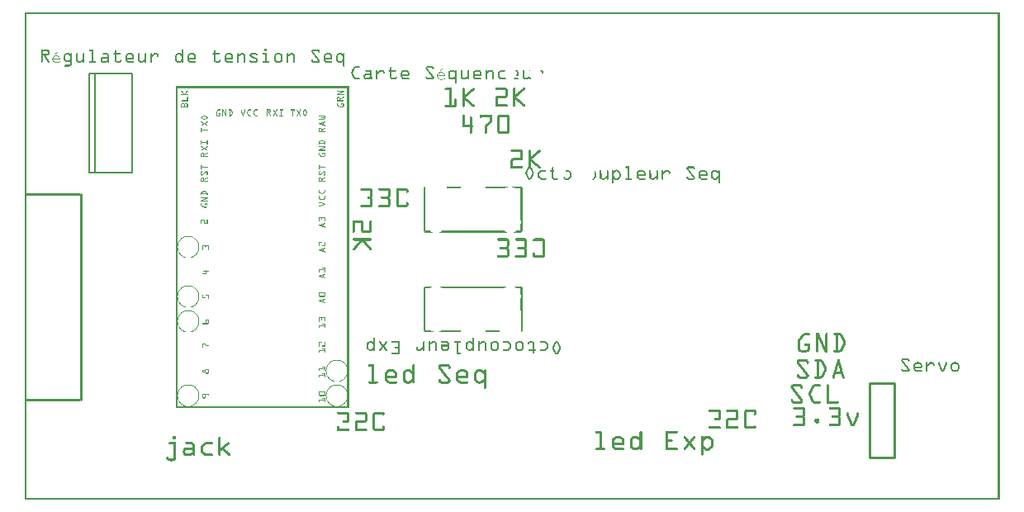
<source format=gto>
G04 MADE WITH FRITZING*
G04 WWW.FRITZING.ORG*
G04 DOUBLE SIDED*
G04 HOLES PLATED*
G04 CONTOUR ON CENTER OF CONTOUR VECTOR*
%ASAXBY*%
%FSLAX23Y23*%
%MOIN*%
%OFA0B0*%
%SFA1.0B1.0*%
%ADD10C,0.010000*%
%ADD11C,0.008000*%
%ADD12R,0.001000X0.001000*%
%LNSILK1*%
G90*
G70*
G54D10*
X227Y1234D02*
X227Y404D01*
G54D11*
D02*
X436Y1721D02*
X436Y1321D01*
D02*
X436Y1321D02*
X286Y1321D01*
D02*
X286Y1321D02*
X261Y1321D01*
D02*
X261Y1321D02*
X261Y1721D01*
D02*
X261Y1721D02*
X286Y1721D01*
D02*
X286Y1721D02*
X436Y1721D01*
D02*
X286Y1721D02*
X286Y1321D01*
G54D10*
D02*
X3411Y471D02*
X3411Y171D01*
D02*
X3411Y171D02*
X3511Y171D01*
D02*
X3511Y171D02*
X3511Y471D01*
D02*
X3511Y471D02*
X3411Y471D01*
G54D12*
X0Y1969D02*
X3936Y1969D01*
X0Y1968D02*
X3936Y1968D01*
X0Y1967D02*
X3936Y1967D01*
X0Y1966D02*
X3936Y1966D01*
X0Y1965D02*
X3936Y1965D01*
X0Y1964D02*
X3936Y1964D01*
X0Y1963D02*
X3936Y1963D01*
X0Y1962D02*
X3936Y1962D01*
X0Y1961D02*
X7Y1961D01*
X3929Y1961D02*
X3936Y1961D01*
X0Y1960D02*
X7Y1960D01*
X3929Y1960D02*
X3936Y1960D01*
X0Y1959D02*
X7Y1959D01*
X3929Y1959D02*
X3936Y1959D01*
X0Y1958D02*
X7Y1958D01*
X3929Y1958D02*
X3936Y1958D01*
X0Y1957D02*
X7Y1957D01*
X3929Y1957D02*
X3936Y1957D01*
X0Y1956D02*
X7Y1956D01*
X3929Y1956D02*
X3936Y1956D01*
X0Y1955D02*
X7Y1955D01*
X3929Y1955D02*
X3936Y1955D01*
X0Y1954D02*
X7Y1954D01*
X3929Y1954D02*
X3936Y1954D01*
X0Y1953D02*
X7Y1953D01*
X3929Y1953D02*
X3936Y1953D01*
X0Y1952D02*
X7Y1952D01*
X3929Y1952D02*
X3936Y1952D01*
X0Y1951D02*
X7Y1951D01*
X3929Y1951D02*
X3936Y1951D01*
X0Y1950D02*
X7Y1950D01*
X3929Y1950D02*
X3936Y1950D01*
X0Y1949D02*
X7Y1949D01*
X3929Y1949D02*
X3936Y1949D01*
X0Y1948D02*
X7Y1948D01*
X3929Y1948D02*
X3936Y1948D01*
X0Y1947D02*
X7Y1947D01*
X3929Y1947D02*
X3936Y1947D01*
X0Y1946D02*
X7Y1946D01*
X3929Y1946D02*
X3936Y1946D01*
X0Y1945D02*
X7Y1945D01*
X3929Y1945D02*
X3936Y1945D01*
X0Y1944D02*
X7Y1944D01*
X3929Y1944D02*
X3936Y1944D01*
X0Y1943D02*
X7Y1943D01*
X3929Y1943D02*
X3936Y1943D01*
X0Y1942D02*
X7Y1942D01*
X3929Y1942D02*
X3936Y1942D01*
X0Y1941D02*
X7Y1941D01*
X3929Y1941D02*
X3936Y1941D01*
X0Y1940D02*
X7Y1940D01*
X3929Y1940D02*
X3936Y1940D01*
X0Y1939D02*
X7Y1939D01*
X3929Y1939D02*
X3936Y1939D01*
X0Y1938D02*
X7Y1938D01*
X3929Y1938D02*
X3936Y1938D01*
X0Y1937D02*
X7Y1937D01*
X3929Y1937D02*
X3936Y1937D01*
X0Y1936D02*
X7Y1936D01*
X3929Y1936D02*
X3936Y1936D01*
X0Y1935D02*
X7Y1935D01*
X3929Y1935D02*
X3936Y1935D01*
X0Y1934D02*
X7Y1934D01*
X3929Y1934D02*
X3936Y1934D01*
X0Y1933D02*
X7Y1933D01*
X3929Y1933D02*
X3936Y1933D01*
X0Y1932D02*
X7Y1932D01*
X3929Y1932D02*
X3936Y1932D01*
X0Y1931D02*
X7Y1931D01*
X3929Y1931D02*
X3936Y1931D01*
X0Y1930D02*
X7Y1930D01*
X3929Y1930D02*
X3936Y1930D01*
X0Y1929D02*
X7Y1929D01*
X3929Y1929D02*
X3936Y1929D01*
X0Y1928D02*
X7Y1928D01*
X3929Y1928D02*
X3936Y1928D01*
X0Y1927D02*
X7Y1927D01*
X3929Y1927D02*
X3936Y1927D01*
X0Y1926D02*
X7Y1926D01*
X3929Y1926D02*
X3936Y1926D01*
X0Y1925D02*
X7Y1925D01*
X3929Y1925D02*
X3936Y1925D01*
X0Y1924D02*
X7Y1924D01*
X3929Y1924D02*
X3936Y1924D01*
X0Y1923D02*
X7Y1923D01*
X3929Y1923D02*
X3936Y1923D01*
X0Y1922D02*
X7Y1922D01*
X3929Y1922D02*
X3936Y1922D01*
X0Y1921D02*
X7Y1921D01*
X3929Y1921D02*
X3936Y1921D01*
X0Y1920D02*
X7Y1920D01*
X3929Y1920D02*
X3936Y1920D01*
X0Y1919D02*
X7Y1919D01*
X3929Y1919D02*
X3936Y1919D01*
X0Y1918D02*
X7Y1918D01*
X3929Y1918D02*
X3936Y1918D01*
X0Y1917D02*
X7Y1917D01*
X3929Y1917D02*
X3936Y1917D01*
X0Y1916D02*
X7Y1916D01*
X3929Y1916D02*
X3936Y1916D01*
X0Y1915D02*
X7Y1915D01*
X3929Y1915D02*
X3936Y1915D01*
X0Y1914D02*
X7Y1914D01*
X3929Y1914D02*
X3936Y1914D01*
X0Y1913D02*
X7Y1913D01*
X3929Y1913D02*
X3936Y1913D01*
X0Y1912D02*
X7Y1912D01*
X3929Y1912D02*
X3936Y1912D01*
X0Y1911D02*
X7Y1911D01*
X3929Y1911D02*
X3936Y1911D01*
X0Y1910D02*
X7Y1910D01*
X3929Y1910D02*
X3936Y1910D01*
X0Y1909D02*
X7Y1909D01*
X3929Y1909D02*
X3936Y1909D01*
X0Y1908D02*
X7Y1908D01*
X3929Y1908D02*
X3936Y1908D01*
X0Y1907D02*
X7Y1907D01*
X3929Y1907D02*
X3936Y1907D01*
X0Y1906D02*
X7Y1906D01*
X3929Y1906D02*
X3936Y1906D01*
X0Y1905D02*
X7Y1905D01*
X3929Y1905D02*
X3936Y1905D01*
X0Y1904D02*
X7Y1904D01*
X3929Y1904D02*
X3936Y1904D01*
X0Y1903D02*
X7Y1903D01*
X3929Y1903D02*
X3936Y1903D01*
X0Y1902D02*
X7Y1902D01*
X3929Y1902D02*
X3936Y1902D01*
X0Y1901D02*
X7Y1901D01*
X3929Y1901D02*
X3936Y1901D01*
X0Y1900D02*
X7Y1900D01*
X3929Y1900D02*
X3936Y1900D01*
X0Y1899D02*
X7Y1899D01*
X3929Y1899D02*
X3936Y1899D01*
X0Y1898D02*
X7Y1898D01*
X3929Y1898D02*
X3936Y1898D01*
X0Y1897D02*
X7Y1897D01*
X3929Y1897D02*
X3936Y1897D01*
X0Y1896D02*
X7Y1896D01*
X3929Y1896D02*
X3936Y1896D01*
X0Y1895D02*
X7Y1895D01*
X3929Y1895D02*
X3936Y1895D01*
X0Y1894D02*
X7Y1894D01*
X3929Y1894D02*
X3936Y1894D01*
X0Y1893D02*
X7Y1893D01*
X3929Y1893D02*
X3936Y1893D01*
X0Y1892D02*
X7Y1892D01*
X3929Y1892D02*
X3936Y1892D01*
X0Y1891D02*
X7Y1891D01*
X3929Y1891D02*
X3936Y1891D01*
X0Y1890D02*
X7Y1890D01*
X3929Y1890D02*
X3936Y1890D01*
X0Y1889D02*
X7Y1889D01*
X3929Y1889D02*
X3936Y1889D01*
X0Y1888D02*
X7Y1888D01*
X3929Y1888D02*
X3936Y1888D01*
X0Y1887D02*
X7Y1887D01*
X3929Y1887D02*
X3936Y1887D01*
X0Y1886D02*
X7Y1886D01*
X3929Y1886D02*
X3936Y1886D01*
X0Y1885D02*
X7Y1885D01*
X3929Y1885D02*
X3936Y1885D01*
X0Y1884D02*
X7Y1884D01*
X3929Y1884D02*
X3936Y1884D01*
X0Y1883D02*
X7Y1883D01*
X3929Y1883D02*
X3936Y1883D01*
X0Y1882D02*
X7Y1882D01*
X3929Y1882D02*
X3936Y1882D01*
X0Y1881D02*
X7Y1881D01*
X3929Y1881D02*
X3936Y1881D01*
X0Y1880D02*
X7Y1880D01*
X3929Y1880D02*
X3936Y1880D01*
X0Y1879D02*
X7Y1879D01*
X3929Y1879D02*
X3936Y1879D01*
X0Y1878D02*
X7Y1878D01*
X3929Y1878D02*
X3936Y1878D01*
X0Y1877D02*
X7Y1877D01*
X3929Y1877D02*
X3936Y1877D01*
X0Y1876D02*
X7Y1876D01*
X3929Y1876D02*
X3936Y1876D01*
X0Y1875D02*
X7Y1875D01*
X3929Y1875D02*
X3936Y1875D01*
X0Y1874D02*
X7Y1874D01*
X3929Y1874D02*
X3936Y1874D01*
X0Y1873D02*
X7Y1873D01*
X3929Y1873D02*
X3936Y1873D01*
X0Y1872D02*
X7Y1872D01*
X3929Y1872D02*
X3936Y1872D01*
X0Y1871D02*
X7Y1871D01*
X3929Y1871D02*
X3936Y1871D01*
X0Y1870D02*
X7Y1870D01*
X3929Y1870D02*
X3936Y1870D01*
X0Y1869D02*
X7Y1869D01*
X3929Y1869D02*
X3936Y1869D01*
X0Y1868D02*
X7Y1868D01*
X3929Y1868D02*
X3936Y1868D01*
X0Y1867D02*
X7Y1867D01*
X3929Y1867D02*
X3936Y1867D01*
X0Y1866D02*
X7Y1866D01*
X3929Y1866D02*
X3936Y1866D01*
X0Y1865D02*
X7Y1865D01*
X3929Y1865D02*
X3936Y1865D01*
X0Y1864D02*
X7Y1864D01*
X3929Y1864D02*
X3936Y1864D01*
X0Y1863D02*
X7Y1863D01*
X3929Y1863D02*
X3936Y1863D01*
X0Y1862D02*
X7Y1862D01*
X3929Y1862D02*
X3936Y1862D01*
X0Y1861D02*
X7Y1861D01*
X3929Y1861D02*
X3936Y1861D01*
X0Y1860D02*
X7Y1860D01*
X3929Y1860D02*
X3936Y1860D01*
X0Y1859D02*
X7Y1859D01*
X3929Y1859D02*
X3936Y1859D01*
X0Y1858D02*
X7Y1858D01*
X3929Y1858D02*
X3936Y1858D01*
X0Y1857D02*
X7Y1857D01*
X3929Y1857D02*
X3936Y1857D01*
X0Y1856D02*
X7Y1856D01*
X3929Y1856D02*
X3936Y1856D01*
X0Y1855D02*
X7Y1855D01*
X3929Y1855D02*
X3936Y1855D01*
X0Y1854D02*
X7Y1854D01*
X3929Y1854D02*
X3936Y1854D01*
X0Y1853D02*
X7Y1853D01*
X3929Y1853D02*
X3936Y1853D01*
X0Y1852D02*
X7Y1852D01*
X3929Y1852D02*
X3936Y1852D01*
X0Y1851D02*
X7Y1851D01*
X3929Y1851D02*
X3936Y1851D01*
X0Y1850D02*
X7Y1850D01*
X3929Y1850D02*
X3936Y1850D01*
X0Y1849D02*
X7Y1849D01*
X3929Y1849D02*
X3936Y1849D01*
X0Y1848D02*
X7Y1848D01*
X3929Y1848D02*
X3936Y1848D01*
X0Y1847D02*
X7Y1847D01*
X3929Y1847D02*
X3936Y1847D01*
X0Y1846D02*
X7Y1846D01*
X3929Y1846D02*
X3936Y1846D01*
X0Y1845D02*
X7Y1845D01*
X3929Y1845D02*
X3936Y1845D01*
X0Y1844D02*
X7Y1844D01*
X3929Y1844D02*
X3936Y1844D01*
X0Y1843D02*
X7Y1843D01*
X3929Y1843D02*
X3936Y1843D01*
X0Y1842D02*
X7Y1842D01*
X3929Y1842D02*
X3936Y1842D01*
X0Y1841D02*
X7Y1841D01*
X3929Y1841D02*
X3936Y1841D01*
X0Y1840D02*
X7Y1840D01*
X3929Y1840D02*
X3936Y1840D01*
X0Y1839D02*
X7Y1839D01*
X3929Y1839D02*
X3936Y1839D01*
X0Y1838D02*
X7Y1838D01*
X3929Y1838D02*
X3936Y1838D01*
X0Y1837D02*
X7Y1837D01*
X3929Y1837D02*
X3936Y1837D01*
X0Y1836D02*
X7Y1836D01*
X3929Y1836D02*
X3936Y1836D01*
X0Y1835D02*
X7Y1835D01*
X3929Y1835D02*
X3936Y1835D01*
X0Y1834D02*
X7Y1834D01*
X3929Y1834D02*
X3936Y1834D01*
X0Y1833D02*
X7Y1833D01*
X3929Y1833D02*
X3936Y1833D01*
X0Y1832D02*
X7Y1832D01*
X3929Y1832D02*
X3936Y1832D01*
X0Y1831D02*
X7Y1831D01*
X3929Y1831D02*
X3936Y1831D01*
X0Y1830D02*
X7Y1830D01*
X3929Y1830D02*
X3936Y1830D01*
X0Y1829D02*
X7Y1829D01*
X3929Y1829D02*
X3936Y1829D01*
X0Y1828D02*
X7Y1828D01*
X3929Y1828D02*
X3936Y1828D01*
X0Y1827D02*
X7Y1827D01*
X3929Y1827D02*
X3936Y1827D01*
X0Y1826D02*
X7Y1826D01*
X3929Y1826D02*
X3936Y1826D01*
X0Y1825D02*
X7Y1825D01*
X3929Y1825D02*
X3936Y1825D01*
X0Y1824D02*
X7Y1824D01*
X3929Y1824D02*
X3936Y1824D01*
X0Y1823D02*
X7Y1823D01*
X3929Y1823D02*
X3936Y1823D01*
X0Y1822D02*
X7Y1822D01*
X971Y1822D02*
X976Y1822D01*
X3929Y1822D02*
X3936Y1822D01*
X0Y1821D02*
X7Y1821D01*
X969Y1821D02*
X977Y1821D01*
X3929Y1821D02*
X3936Y1821D01*
X0Y1820D02*
X7Y1820D01*
X969Y1820D02*
X978Y1820D01*
X3929Y1820D02*
X3936Y1820D01*
X0Y1819D02*
X7Y1819D01*
X67Y1819D02*
X92Y1819D01*
X264Y1819D02*
X276Y1819D01*
X638Y1819D02*
X640Y1819D01*
X969Y1819D02*
X978Y1819D01*
X1164Y1819D02*
X1185Y1819D01*
X3929Y1819D02*
X3936Y1819D01*
X0Y1818D02*
X7Y1818D01*
X67Y1818D02*
X95Y1818D01*
X263Y1818D02*
X277Y1818D01*
X637Y1818D02*
X641Y1818D01*
X969Y1818D02*
X978Y1818D01*
X1162Y1818D02*
X1187Y1818D01*
X3929Y1818D02*
X3936Y1818D01*
X0Y1817D02*
X7Y1817D01*
X67Y1817D02*
X96Y1817D01*
X262Y1817D02*
X278Y1817D01*
X636Y1817D02*
X642Y1817D01*
X969Y1817D02*
X978Y1817D01*
X1161Y1817D02*
X1189Y1817D01*
X3929Y1817D02*
X3936Y1817D01*
X0Y1816D02*
X7Y1816D01*
X67Y1816D02*
X97Y1816D01*
X262Y1816D02*
X278Y1816D01*
X367Y1816D02*
X369Y1816D01*
X636Y1816D02*
X642Y1816D01*
X767Y1816D02*
X769Y1816D01*
X969Y1816D02*
X978Y1816D01*
X1160Y1816D02*
X1190Y1816D01*
X3929Y1816D02*
X3936Y1816D01*
X0Y1815D02*
X7Y1815D01*
X67Y1815D02*
X98Y1815D01*
X262Y1815D02*
X278Y1815D01*
X366Y1815D02*
X370Y1815D01*
X636Y1815D02*
X642Y1815D01*
X766Y1815D02*
X770Y1815D01*
X969Y1815D02*
X978Y1815D01*
X1159Y1815D02*
X1190Y1815D01*
X3929Y1815D02*
X3936Y1815D01*
X0Y1814D02*
X7Y1814D01*
X67Y1814D02*
X99Y1814D01*
X262Y1814D02*
X278Y1814D01*
X365Y1814D02*
X371Y1814D01*
X636Y1814D02*
X642Y1814D01*
X765Y1814D02*
X771Y1814D01*
X969Y1814D02*
X977Y1814D01*
X1159Y1814D02*
X1191Y1814D01*
X3929Y1814D02*
X3936Y1814D01*
X0Y1813D02*
X7Y1813D01*
X67Y1813D02*
X99Y1813D01*
X263Y1813D02*
X278Y1813D01*
X365Y1813D02*
X371Y1813D01*
X636Y1813D02*
X642Y1813D01*
X765Y1813D02*
X771Y1813D01*
X970Y1813D02*
X976Y1813D01*
X1158Y1813D02*
X1191Y1813D01*
X3929Y1813D02*
X3936Y1813D01*
X0Y1812D02*
X7Y1812D01*
X67Y1812D02*
X73Y1812D01*
X92Y1812D02*
X100Y1812D01*
X272Y1812D02*
X278Y1812D01*
X365Y1812D02*
X371Y1812D01*
X636Y1812D02*
X642Y1812D01*
X765Y1812D02*
X771Y1812D01*
X1158Y1812D02*
X1165Y1812D01*
X1185Y1812D02*
X1192Y1812D01*
X3929Y1812D02*
X3936Y1812D01*
X0Y1811D02*
X7Y1811D01*
X67Y1811D02*
X73Y1811D01*
X93Y1811D02*
X100Y1811D01*
X272Y1811D02*
X278Y1811D01*
X365Y1811D02*
X371Y1811D01*
X636Y1811D02*
X642Y1811D01*
X765Y1811D02*
X771Y1811D01*
X1158Y1811D02*
X1164Y1811D01*
X1186Y1811D02*
X1192Y1811D01*
X3929Y1811D02*
X3936Y1811D01*
X0Y1810D02*
X7Y1810D01*
X67Y1810D02*
X73Y1810D01*
X94Y1810D02*
X100Y1810D01*
X133Y1810D02*
X134Y1810D01*
X272Y1810D02*
X278Y1810D01*
X365Y1810D02*
X371Y1810D01*
X636Y1810D02*
X642Y1810D01*
X765Y1810D02*
X771Y1810D01*
X1159Y1810D02*
X1165Y1810D01*
X1186Y1810D02*
X1192Y1810D01*
X3929Y1810D02*
X3936Y1810D01*
X0Y1809D02*
X7Y1809D01*
X67Y1809D02*
X73Y1809D01*
X94Y1809D02*
X100Y1809D01*
X132Y1809D02*
X134Y1809D01*
X272Y1809D02*
X278Y1809D01*
X365Y1809D02*
X371Y1809D01*
X636Y1809D02*
X642Y1809D01*
X765Y1809D02*
X771Y1809D01*
X1159Y1809D02*
X1166Y1809D01*
X1186Y1809D02*
X1192Y1809D01*
X3929Y1809D02*
X3936Y1809D01*
X0Y1808D02*
X7Y1808D01*
X67Y1808D02*
X73Y1808D01*
X94Y1808D02*
X100Y1808D01*
X131Y1808D02*
X134Y1808D01*
X272Y1808D02*
X278Y1808D01*
X365Y1808D02*
X371Y1808D01*
X636Y1808D02*
X642Y1808D01*
X765Y1808D02*
X771Y1808D01*
X1159Y1808D02*
X1167Y1808D01*
X1187Y1808D02*
X1191Y1808D01*
X3929Y1808D02*
X3936Y1808D01*
X0Y1807D02*
X7Y1807D01*
X67Y1807D02*
X73Y1807D01*
X94Y1807D02*
X100Y1807D01*
X130Y1807D02*
X133Y1807D01*
X272Y1807D02*
X278Y1807D01*
X365Y1807D02*
X371Y1807D01*
X636Y1807D02*
X642Y1807D01*
X765Y1807D02*
X771Y1807D01*
X1160Y1807D02*
X1168Y1807D01*
X1188Y1807D02*
X1190Y1807D01*
X3929Y1807D02*
X3936Y1807D01*
X0Y1806D02*
X7Y1806D01*
X67Y1806D02*
X73Y1806D01*
X94Y1806D02*
X100Y1806D01*
X129Y1806D02*
X132Y1806D01*
X272Y1806D02*
X278Y1806D01*
X365Y1806D02*
X371Y1806D01*
X636Y1806D02*
X642Y1806D01*
X765Y1806D02*
X771Y1806D01*
X1160Y1806D02*
X1168Y1806D01*
X3929Y1806D02*
X3936Y1806D01*
X0Y1805D02*
X7Y1805D01*
X67Y1805D02*
X73Y1805D01*
X94Y1805D02*
X100Y1805D01*
X127Y1805D02*
X131Y1805D01*
X272Y1805D02*
X278Y1805D01*
X365Y1805D02*
X371Y1805D01*
X636Y1805D02*
X642Y1805D01*
X765Y1805D02*
X771Y1805D01*
X1161Y1805D02*
X1169Y1805D01*
X3929Y1805D02*
X3936Y1805D01*
X0Y1804D02*
X7Y1804D01*
X67Y1804D02*
X73Y1804D01*
X94Y1804D02*
X100Y1804D01*
X126Y1804D02*
X130Y1804D01*
X168Y1804D02*
X179Y1804D01*
X187Y1804D02*
X190Y1804D01*
X210Y1804D02*
X213Y1804D01*
X237Y1804D02*
X240Y1804D01*
X272Y1804D02*
X278Y1804D01*
X317Y1804D02*
X334Y1804D01*
X360Y1804D02*
X387Y1804D01*
X418Y1804D02*
X433Y1804D01*
X460Y1804D02*
X463Y1804D01*
X487Y1804D02*
X490Y1804D01*
X510Y1804D02*
X513Y1804D01*
X523Y1804D02*
X535Y1804D01*
X618Y1804D02*
X629Y1804D01*
X636Y1804D02*
X642Y1804D01*
X668Y1804D02*
X683Y1804D01*
X760Y1804D02*
X787Y1804D01*
X818Y1804D02*
X833Y1804D01*
X860Y1804D02*
X863Y1804D01*
X874Y1804D02*
X884Y1804D01*
X915Y1804D02*
X935Y1804D01*
X963Y1804D02*
X976Y1804D01*
X1018Y1804D02*
X1032Y1804D01*
X1060Y1804D02*
X1063Y1804D01*
X1074Y1804D02*
X1084Y1804D01*
X1162Y1804D02*
X1170Y1804D01*
X1218Y1804D02*
X1233Y1804D01*
X1268Y1804D02*
X1279Y1804D01*
X1287Y1804D02*
X1290Y1804D01*
X3929Y1804D02*
X3936Y1804D01*
X0Y1803D02*
X7Y1803D01*
X67Y1803D02*
X73Y1803D01*
X93Y1803D02*
X100Y1803D01*
X125Y1803D02*
X128Y1803D01*
X166Y1803D02*
X181Y1803D01*
X186Y1803D02*
X191Y1803D01*
X209Y1803D02*
X214Y1803D01*
X236Y1803D02*
X241Y1803D01*
X272Y1803D02*
X278Y1803D01*
X316Y1803D02*
X336Y1803D01*
X359Y1803D02*
X388Y1803D01*
X416Y1803D02*
X434Y1803D01*
X459Y1803D02*
X464Y1803D01*
X486Y1803D02*
X491Y1803D01*
X509Y1803D02*
X514Y1803D01*
X522Y1803D02*
X537Y1803D01*
X616Y1803D02*
X631Y1803D01*
X636Y1803D02*
X642Y1803D01*
X666Y1803D02*
X684Y1803D01*
X759Y1803D02*
X788Y1803D01*
X816Y1803D02*
X834Y1803D01*
X859Y1803D02*
X864Y1803D01*
X872Y1803D02*
X886Y1803D01*
X913Y1803D02*
X937Y1803D01*
X962Y1803D02*
X977Y1803D01*
X1016Y1803D02*
X1034Y1803D01*
X1059Y1803D02*
X1064Y1803D01*
X1072Y1803D02*
X1086Y1803D01*
X1163Y1803D02*
X1171Y1803D01*
X1216Y1803D02*
X1234Y1803D01*
X1266Y1803D02*
X1281Y1803D01*
X1286Y1803D02*
X1291Y1803D01*
X3929Y1803D02*
X3936Y1803D01*
X0Y1802D02*
X7Y1802D01*
X67Y1802D02*
X73Y1802D01*
X92Y1802D02*
X100Y1802D01*
X124Y1802D02*
X127Y1802D01*
X164Y1802D02*
X182Y1802D01*
X186Y1802D02*
X192Y1802D01*
X208Y1802D02*
X214Y1802D01*
X236Y1802D02*
X242Y1802D01*
X272Y1802D02*
X278Y1802D01*
X315Y1802D02*
X337Y1802D01*
X358Y1802D02*
X388Y1802D01*
X414Y1802D02*
X436Y1802D01*
X458Y1802D02*
X464Y1802D01*
X486Y1802D02*
X492Y1802D01*
X508Y1802D02*
X514Y1802D01*
X521Y1802D02*
X538Y1802D01*
X614Y1802D02*
X632Y1802D01*
X636Y1802D02*
X642Y1802D01*
X664Y1802D02*
X686Y1802D01*
X758Y1802D02*
X788Y1802D01*
X814Y1802D02*
X836Y1802D01*
X858Y1802D02*
X864Y1802D01*
X870Y1802D02*
X887Y1802D01*
X912Y1802D02*
X939Y1802D01*
X962Y1802D02*
X978Y1802D01*
X1014Y1802D02*
X1036Y1802D01*
X1058Y1802D02*
X1064Y1802D01*
X1070Y1802D02*
X1087Y1802D01*
X1163Y1802D02*
X1171Y1802D01*
X1214Y1802D02*
X1236Y1802D01*
X1264Y1802D02*
X1282Y1802D01*
X1286Y1802D02*
X1292Y1802D01*
X3929Y1802D02*
X3936Y1802D01*
X0Y1801D02*
X7Y1801D01*
X67Y1801D02*
X99Y1801D01*
X124Y1801D02*
X126Y1801D01*
X163Y1801D02*
X184Y1801D01*
X186Y1801D02*
X192Y1801D01*
X208Y1801D02*
X214Y1801D01*
X236Y1801D02*
X242Y1801D01*
X272Y1801D02*
X278Y1801D01*
X315Y1801D02*
X338Y1801D01*
X358Y1801D02*
X388Y1801D01*
X413Y1801D02*
X437Y1801D01*
X458Y1801D02*
X464Y1801D01*
X486Y1801D02*
X492Y1801D01*
X508Y1801D02*
X514Y1801D01*
X520Y1801D02*
X539Y1801D01*
X613Y1801D02*
X634Y1801D01*
X636Y1801D02*
X642Y1801D01*
X663Y1801D02*
X687Y1801D01*
X758Y1801D02*
X788Y1801D01*
X813Y1801D02*
X837Y1801D01*
X858Y1801D02*
X864Y1801D01*
X869Y1801D02*
X888Y1801D01*
X911Y1801D02*
X940Y1801D01*
X962Y1801D02*
X978Y1801D01*
X1013Y1801D02*
X1037Y1801D01*
X1058Y1801D02*
X1064Y1801D01*
X1069Y1801D02*
X1088Y1801D01*
X1164Y1801D02*
X1172Y1801D01*
X1213Y1801D02*
X1237Y1801D01*
X1263Y1801D02*
X1284Y1801D01*
X1286Y1801D02*
X1292Y1801D01*
X3929Y1801D02*
X3936Y1801D01*
X0Y1800D02*
X7Y1800D01*
X67Y1800D02*
X99Y1800D01*
X125Y1800D02*
X125Y1800D01*
X162Y1800D02*
X192Y1800D01*
X208Y1800D02*
X214Y1800D01*
X236Y1800D02*
X242Y1800D01*
X272Y1800D02*
X278Y1800D01*
X315Y1800D02*
X339Y1800D01*
X359Y1800D02*
X388Y1800D01*
X412Y1800D02*
X438Y1800D01*
X458Y1800D02*
X464Y1800D01*
X486Y1800D02*
X492Y1800D01*
X508Y1800D02*
X514Y1800D01*
X519Y1800D02*
X540Y1800D01*
X612Y1800D02*
X642Y1800D01*
X662Y1800D02*
X688Y1800D01*
X759Y1800D02*
X788Y1800D01*
X812Y1800D02*
X838Y1800D01*
X858Y1800D02*
X864Y1800D01*
X867Y1800D02*
X889Y1800D01*
X910Y1800D02*
X941Y1800D01*
X962Y1800D02*
X978Y1800D01*
X1012Y1800D02*
X1038Y1800D01*
X1058Y1800D02*
X1064Y1800D01*
X1067Y1800D02*
X1089Y1800D01*
X1165Y1800D02*
X1173Y1800D01*
X1212Y1800D02*
X1238Y1800D01*
X1262Y1800D02*
X1292Y1800D01*
X3929Y1800D02*
X3936Y1800D01*
X0Y1799D02*
X7Y1799D01*
X67Y1799D02*
X98Y1799D01*
X161Y1799D02*
X192Y1799D01*
X208Y1799D02*
X214Y1799D01*
X236Y1799D02*
X242Y1799D01*
X272Y1799D02*
X278Y1799D01*
X316Y1799D02*
X340Y1799D01*
X359Y1799D02*
X388Y1799D01*
X411Y1799D02*
X439Y1799D01*
X458Y1799D02*
X464Y1799D01*
X486Y1799D02*
X492Y1799D01*
X508Y1799D02*
X514Y1799D01*
X518Y1799D02*
X541Y1799D01*
X611Y1799D02*
X642Y1799D01*
X661Y1799D02*
X689Y1799D01*
X759Y1799D02*
X788Y1799D01*
X811Y1799D02*
X839Y1799D01*
X858Y1799D02*
X890Y1799D01*
X910Y1799D02*
X941Y1799D01*
X962Y1799D02*
X978Y1799D01*
X1011Y1799D02*
X1039Y1799D01*
X1058Y1799D02*
X1090Y1799D01*
X1166Y1799D02*
X1174Y1799D01*
X1211Y1799D02*
X1239Y1799D01*
X1261Y1799D02*
X1292Y1799D01*
X3929Y1799D02*
X3936Y1799D01*
X0Y1798D02*
X7Y1798D01*
X67Y1798D02*
X97Y1798D01*
X160Y1798D02*
X192Y1798D01*
X208Y1798D02*
X214Y1798D01*
X236Y1798D02*
X242Y1798D01*
X272Y1798D02*
X278Y1798D01*
X317Y1798D02*
X340Y1798D01*
X360Y1798D02*
X386Y1798D01*
X410Y1798D02*
X440Y1798D01*
X458Y1798D02*
X464Y1798D01*
X486Y1798D02*
X492Y1798D01*
X508Y1798D02*
X514Y1798D01*
X516Y1798D02*
X541Y1798D01*
X610Y1798D02*
X642Y1798D01*
X660Y1798D02*
X690Y1798D01*
X760Y1798D02*
X786Y1798D01*
X810Y1798D02*
X840Y1798D01*
X858Y1798D02*
X890Y1798D01*
X909Y1798D02*
X941Y1798D01*
X964Y1798D02*
X978Y1798D01*
X1010Y1798D02*
X1040Y1798D01*
X1058Y1798D02*
X1090Y1798D01*
X1167Y1798D02*
X1175Y1798D01*
X1210Y1798D02*
X1240Y1798D01*
X1260Y1798D02*
X1292Y1798D01*
X3929Y1798D02*
X3936Y1798D01*
X0Y1797D02*
X7Y1797D01*
X67Y1797D02*
X96Y1797D01*
X160Y1797D02*
X168Y1797D01*
X178Y1797D02*
X192Y1797D01*
X208Y1797D02*
X214Y1797D01*
X236Y1797D02*
X242Y1797D01*
X272Y1797D02*
X278Y1797D01*
X334Y1797D02*
X341Y1797D01*
X365Y1797D02*
X371Y1797D01*
X410Y1797D02*
X418Y1797D01*
X432Y1797D02*
X441Y1797D01*
X458Y1797D02*
X464Y1797D01*
X486Y1797D02*
X492Y1797D01*
X508Y1797D02*
X525Y1797D01*
X534Y1797D02*
X541Y1797D01*
X610Y1797D02*
X618Y1797D01*
X628Y1797D02*
X642Y1797D01*
X660Y1797D02*
X668Y1797D01*
X682Y1797D02*
X691Y1797D01*
X765Y1797D02*
X771Y1797D01*
X810Y1797D02*
X818Y1797D01*
X832Y1797D02*
X841Y1797D01*
X858Y1797D02*
X875Y1797D01*
X883Y1797D02*
X891Y1797D01*
X909Y1797D02*
X916Y1797D01*
X935Y1797D02*
X941Y1797D01*
X972Y1797D02*
X978Y1797D01*
X1010Y1797D02*
X1018Y1797D01*
X1032Y1797D02*
X1041Y1797D01*
X1058Y1797D02*
X1075Y1797D01*
X1083Y1797D02*
X1091Y1797D01*
X1167Y1797D02*
X1175Y1797D01*
X1210Y1797D02*
X1218Y1797D01*
X1232Y1797D02*
X1241Y1797D01*
X1260Y1797D02*
X1268Y1797D01*
X1278Y1797D02*
X1292Y1797D01*
X3929Y1797D02*
X3936Y1797D01*
X0Y1796D02*
X7Y1796D01*
X67Y1796D02*
X95Y1796D01*
X159Y1796D02*
X167Y1796D01*
X180Y1796D02*
X192Y1796D01*
X208Y1796D02*
X214Y1796D01*
X236Y1796D02*
X242Y1796D01*
X272Y1796D02*
X278Y1796D01*
X334Y1796D02*
X341Y1796D01*
X365Y1796D02*
X371Y1796D01*
X409Y1796D02*
X417Y1796D01*
X433Y1796D02*
X441Y1796D01*
X458Y1796D02*
X464Y1796D01*
X486Y1796D02*
X492Y1796D01*
X508Y1796D02*
X524Y1796D01*
X535Y1796D02*
X542Y1796D01*
X609Y1796D02*
X617Y1796D01*
X630Y1796D02*
X642Y1796D01*
X659Y1796D02*
X667Y1796D01*
X683Y1796D02*
X691Y1796D01*
X765Y1796D02*
X771Y1796D01*
X809Y1796D02*
X817Y1796D01*
X833Y1796D02*
X841Y1796D01*
X858Y1796D02*
X873Y1796D01*
X884Y1796D02*
X891Y1796D01*
X909Y1796D02*
X915Y1796D01*
X936Y1796D02*
X940Y1796D01*
X972Y1796D02*
X978Y1796D01*
X1009Y1796D02*
X1017Y1796D01*
X1033Y1796D02*
X1041Y1796D01*
X1058Y1796D02*
X1073Y1796D01*
X1084Y1796D02*
X1091Y1796D01*
X1168Y1796D02*
X1176Y1796D01*
X1209Y1796D02*
X1217Y1796D01*
X1233Y1796D02*
X1241Y1796D01*
X1259Y1796D02*
X1267Y1796D01*
X1280Y1796D02*
X1292Y1796D01*
X3929Y1796D02*
X3936Y1796D01*
X0Y1795D02*
X7Y1795D01*
X67Y1795D02*
X92Y1795D01*
X125Y1795D02*
X133Y1795D01*
X159Y1795D02*
X166Y1795D01*
X181Y1795D02*
X192Y1795D01*
X208Y1795D02*
X214Y1795D01*
X236Y1795D02*
X242Y1795D01*
X272Y1795D02*
X278Y1795D01*
X335Y1795D02*
X341Y1795D01*
X365Y1795D02*
X371Y1795D01*
X409Y1795D02*
X416Y1795D01*
X434Y1795D02*
X441Y1795D01*
X458Y1795D02*
X464Y1795D01*
X486Y1795D02*
X492Y1795D01*
X508Y1795D02*
X523Y1795D01*
X536Y1795D02*
X542Y1795D01*
X609Y1795D02*
X616Y1795D01*
X631Y1795D02*
X642Y1795D01*
X659Y1795D02*
X666Y1795D01*
X684Y1795D02*
X691Y1795D01*
X765Y1795D02*
X771Y1795D01*
X809Y1795D02*
X816Y1795D01*
X834Y1795D02*
X841Y1795D01*
X858Y1795D02*
X872Y1795D01*
X885Y1795D02*
X891Y1795D01*
X909Y1795D02*
X915Y1795D01*
X937Y1795D02*
X939Y1795D01*
X972Y1795D02*
X978Y1795D01*
X1009Y1795D02*
X1016Y1795D01*
X1034Y1795D02*
X1041Y1795D01*
X1058Y1795D02*
X1072Y1795D01*
X1085Y1795D02*
X1091Y1795D01*
X1169Y1795D02*
X1177Y1795D01*
X1209Y1795D02*
X1216Y1795D01*
X1234Y1795D02*
X1241Y1795D01*
X1259Y1795D02*
X1266Y1795D01*
X1281Y1795D02*
X1292Y1795D01*
X3929Y1795D02*
X3936Y1795D01*
X0Y1794D02*
X7Y1794D01*
X67Y1794D02*
X73Y1794D01*
X79Y1794D02*
X86Y1794D01*
X122Y1794D02*
X135Y1794D01*
X158Y1794D02*
X165Y1794D01*
X182Y1794D02*
X192Y1794D01*
X209Y1794D02*
X214Y1794D01*
X236Y1794D02*
X242Y1794D01*
X272Y1794D02*
X278Y1794D01*
X335Y1794D02*
X341Y1794D01*
X365Y1794D02*
X371Y1794D01*
X409Y1794D02*
X415Y1794D01*
X435Y1794D02*
X442Y1794D01*
X459Y1794D02*
X464Y1794D01*
X486Y1794D02*
X492Y1794D01*
X508Y1794D02*
X522Y1794D01*
X536Y1794D02*
X542Y1794D01*
X609Y1794D02*
X615Y1794D01*
X632Y1794D02*
X642Y1794D01*
X659Y1794D02*
X665Y1794D01*
X685Y1794D02*
X692Y1794D01*
X765Y1794D02*
X771Y1794D01*
X809Y1794D02*
X815Y1794D01*
X835Y1794D02*
X842Y1794D01*
X858Y1794D02*
X870Y1794D01*
X885Y1794D02*
X891Y1794D01*
X909Y1794D02*
X916Y1794D01*
X972Y1794D02*
X978Y1794D01*
X1009Y1794D02*
X1015Y1794D01*
X1035Y1794D02*
X1042Y1794D01*
X1058Y1794D02*
X1070Y1794D01*
X1085Y1794D02*
X1091Y1794D01*
X1170Y1794D02*
X1178Y1794D01*
X1209Y1794D02*
X1215Y1794D01*
X1235Y1794D02*
X1242Y1794D01*
X1259Y1794D02*
X1265Y1794D01*
X1282Y1794D02*
X1292Y1794D01*
X3929Y1794D02*
X3936Y1794D01*
X0Y1793D02*
X7Y1793D01*
X67Y1793D02*
X73Y1793D01*
X79Y1793D02*
X87Y1793D01*
X120Y1793D02*
X137Y1793D01*
X158Y1793D02*
X164Y1793D01*
X183Y1793D02*
X192Y1793D01*
X209Y1793D02*
X215Y1793D01*
X236Y1793D02*
X242Y1793D01*
X272Y1793D02*
X278Y1793D01*
X335Y1793D02*
X341Y1793D01*
X365Y1793D02*
X371Y1793D01*
X408Y1793D02*
X414Y1793D01*
X436Y1793D02*
X442Y1793D01*
X459Y1793D02*
X465Y1793D01*
X486Y1793D02*
X492Y1793D01*
X508Y1793D02*
X520Y1793D01*
X536Y1793D02*
X542Y1793D01*
X608Y1793D02*
X615Y1793D01*
X633Y1793D02*
X642Y1793D01*
X658Y1793D02*
X664Y1793D01*
X686Y1793D02*
X692Y1793D01*
X765Y1793D02*
X771Y1793D01*
X808Y1793D02*
X814Y1793D01*
X836Y1793D02*
X842Y1793D01*
X858Y1793D02*
X868Y1793D01*
X885Y1793D02*
X891Y1793D01*
X910Y1793D02*
X918Y1793D01*
X972Y1793D02*
X978Y1793D01*
X1008Y1793D02*
X1014Y1793D01*
X1036Y1793D02*
X1042Y1793D01*
X1058Y1793D02*
X1068Y1793D01*
X1085Y1793D02*
X1091Y1793D01*
X1170Y1793D02*
X1178Y1793D01*
X1208Y1793D02*
X1214Y1793D01*
X1236Y1793D02*
X1242Y1793D01*
X1258Y1793D02*
X1265Y1793D01*
X1283Y1793D02*
X1292Y1793D01*
X3929Y1793D02*
X3936Y1793D01*
X0Y1792D02*
X7Y1792D01*
X67Y1792D02*
X73Y1792D01*
X80Y1792D02*
X87Y1792D01*
X119Y1792D02*
X124Y1792D01*
X134Y1792D02*
X138Y1792D01*
X158Y1792D02*
X164Y1792D01*
X184Y1792D02*
X192Y1792D01*
X209Y1792D02*
X215Y1792D01*
X236Y1792D02*
X242Y1792D01*
X272Y1792D02*
X278Y1792D01*
X335Y1792D02*
X341Y1792D01*
X365Y1792D02*
X371Y1792D01*
X408Y1792D02*
X414Y1792D01*
X436Y1792D02*
X442Y1792D01*
X459Y1792D02*
X465Y1792D01*
X486Y1792D02*
X492Y1792D01*
X508Y1792D02*
X519Y1792D01*
X536Y1792D02*
X542Y1792D01*
X608Y1792D02*
X614Y1792D01*
X634Y1792D02*
X642Y1792D01*
X658Y1792D02*
X664Y1792D01*
X686Y1792D02*
X692Y1792D01*
X765Y1792D02*
X771Y1792D01*
X808Y1792D02*
X814Y1792D01*
X836Y1792D02*
X842Y1792D01*
X858Y1792D02*
X867Y1792D01*
X885Y1792D02*
X891Y1792D01*
X910Y1792D02*
X921Y1792D01*
X972Y1792D02*
X978Y1792D01*
X1008Y1792D02*
X1014Y1792D01*
X1036Y1792D02*
X1042Y1792D01*
X1058Y1792D02*
X1067Y1792D01*
X1085Y1792D02*
X1091Y1792D01*
X1171Y1792D02*
X1179Y1792D01*
X1208Y1792D02*
X1214Y1792D01*
X1236Y1792D02*
X1242Y1792D01*
X1258Y1792D02*
X1264Y1792D01*
X1284Y1792D02*
X1292Y1792D01*
X3929Y1792D02*
X3936Y1792D01*
X0Y1791D02*
X7Y1791D01*
X67Y1791D02*
X73Y1791D01*
X81Y1791D02*
X88Y1791D01*
X118Y1791D02*
X121Y1791D01*
X136Y1791D02*
X140Y1791D01*
X158Y1791D02*
X164Y1791D01*
X185Y1791D02*
X192Y1791D01*
X209Y1791D02*
X215Y1791D01*
X236Y1791D02*
X242Y1791D01*
X272Y1791D02*
X278Y1791D01*
X335Y1791D02*
X341Y1791D01*
X365Y1791D02*
X371Y1791D01*
X408Y1791D02*
X414Y1791D01*
X436Y1791D02*
X442Y1791D01*
X459Y1791D02*
X465Y1791D01*
X486Y1791D02*
X492Y1791D01*
X508Y1791D02*
X518Y1791D01*
X536Y1791D02*
X542Y1791D01*
X608Y1791D02*
X614Y1791D01*
X635Y1791D02*
X642Y1791D01*
X658Y1791D02*
X664Y1791D01*
X686Y1791D02*
X692Y1791D01*
X765Y1791D02*
X771Y1791D01*
X808Y1791D02*
X814Y1791D01*
X836Y1791D02*
X842Y1791D01*
X858Y1791D02*
X865Y1791D01*
X885Y1791D02*
X891Y1791D01*
X911Y1791D02*
X923Y1791D01*
X972Y1791D02*
X978Y1791D01*
X1008Y1791D02*
X1014Y1791D01*
X1036Y1791D02*
X1042Y1791D01*
X1058Y1791D02*
X1065Y1791D01*
X1085Y1791D02*
X1091Y1791D01*
X1172Y1791D02*
X1180Y1791D01*
X1208Y1791D02*
X1214Y1791D01*
X1236Y1791D02*
X1242Y1791D01*
X1258Y1791D02*
X1264Y1791D01*
X1285Y1791D02*
X1292Y1791D01*
X3929Y1791D02*
X3936Y1791D01*
X0Y1790D02*
X7Y1790D01*
X67Y1790D02*
X73Y1790D01*
X81Y1790D02*
X88Y1790D01*
X117Y1790D02*
X120Y1790D01*
X137Y1790D02*
X140Y1790D01*
X158Y1790D02*
X164Y1790D01*
X186Y1790D02*
X192Y1790D01*
X209Y1790D02*
X215Y1790D01*
X236Y1790D02*
X242Y1790D01*
X272Y1790D02*
X278Y1790D01*
X335Y1790D02*
X341Y1790D01*
X365Y1790D02*
X371Y1790D01*
X408Y1790D02*
X414Y1790D01*
X436Y1790D02*
X442Y1790D01*
X459Y1790D02*
X465Y1790D01*
X486Y1790D02*
X492Y1790D01*
X508Y1790D02*
X517Y1790D01*
X537Y1790D02*
X541Y1790D01*
X608Y1790D02*
X614Y1790D01*
X636Y1790D02*
X642Y1790D01*
X658Y1790D02*
X664Y1790D01*
X686Y1790D02*
X692Y1790D01*
X765Y1790D02*
X771Y1790D01*
X808Y1790D02*
X814Y1790D01*
X836Y1790D02*
X842Y1790D01*
X858Y1790D02*
X864Y1790D01*
X885Y1790D02*
X891Y1790D01*
X911Y1790D02*
X925Y1790D01*
X972Y1790D02*
X978Y1790D01*
X1008Y1790D02*
X1014Y1790D01*
X1036Y1790D02*
X1042Y1790D01*
X1058Y1790D02*
X1064Y1790D01*
X1085Y1790D02*
X1091Y1790D01*
X1173Y1790D02*
X1181Y1790D01*
X1208Y1790D02*
X1214Y1790D01*
X1236Y1790D02*
X1242Y1790D01*
X1258Y1790D02*
X1264Y1790D01*
X1286Y1790D02*
X1292Y1790D01*
X3929Y1790D02*
X3936Y1790D01*
X0Y1789D02*
X7Y1789D01*
X67Y1789D02*
X73Y1789D01*
X82Y1789D02*
X89Y1789D01*
X116Y1789D02*
X119Y1789D01*
X138Y1789D02*
X141Y1789D01*
X158Y1789D02*
X164Y1789D01*
X186Y1789D02*
X192Y1789D01*
X209Y1789D02*
X215Y1789D01*
X236Y1789D02*
X242Y1789D01*
X272Y1789D02*
X278Y1789D01*
X314Y1789D02*
X341Y1789D01*
X365Y1789D02*
X371Y1789D01*
X408Y1789D02*
X414Y1789D01*
X436Y1789D02*
X442Y1789D01*
X459Y1789D02*
X465Y1789D01*
X486Y1789D02*
X492Y1789D01*
X508Y1789D02*
X516Y1789D01*
X538Y1789D02*
X539Y1789D01*
X608Y1789D02*
X614Y1789D01*
X636Y1789D02*
X642Y1789D01*
X658Y1789D02*
X664Y1789D01*
X686Y1789D02*
X692Y1789D01*
X765Y1789D02*
X771Y1789D01*
X808Y1789D02*
X814Y1789D01*
X836Y1789D02*
X842Y1789D01*
X858Y1789D02*
X864Y1789D01*
X885Y1789D02*
X891Y1789D01*
X912Y1789D02*
X928Y1789D01*
X972Y1789D02*
X978Y1789D01*
X1008Y1789D02*
X1014Y1789D01*
X1036Y1789D02*
X1042Y1789D01*
X1058Y1789D02*
X1064Y1789D01*
X1085Y1789D02*
X1091Y1789D01*
X1174Y1789D02*
X1182Y1789D01*
X1208Y1789D02*
X1214Y1789D01*
X1236Y1789D02*
X1242Y1789D01*
X1258Y1789D02*
X1264Y1789D01*
X1286Y1789D02*
X1292Y1789D01*
X3929Y1789D02*
X3936Y1789D01*
X0Y1788D02*
X7Y1788D01*
X67Y1788D02*
X73Y1788D01*
X82Y1788D02*
X90Y1788D01*
X115Y1788D02*
X118Y1788D01*
X139Y1788D02*
X142Y1788D01*
X158Y1788D02*
X164Y1788D01*
X186Y1788D02*
X192Y1788D01*
X209Y1788D02*
X215Y1788D01*
X236Y1788D02*
X242Y1788D01*
X272Y1788D02*
X278Y1788D01*
X313Y1788D02*
X341Y1788D01*
X365Y1788D02*
X371Y1788D01*
X408Y1788D02*
X414Y1788D01*
X436Y1788D02*
X442Y1788D01*
X459Y1788D02*
X465Y1788D01*
X486Y1788D02*
X492Y1788D01*
X508Y1788D02*
X515Y1788D01*
X608Y1788D02*
X614Y1788D01*
X636Y1788D02*
X642Y1788D01*
X658Y1788D02*
X664Y1788D01*
X686Y1788D02*
X692Y1788D01*
X765Y1788D02*
X771Y1788D01*
X808Y1788D02*
X814Y1788D01*
X836Y1788D02*
X842Y1788D01*
X858Y1788D02*
X864Y1788D01*
X885Y1788D02*
X891Y1788D01*
X914Y1788D02*
X930Y1788D01*
X972Y1788D02*
X978Y1788D01*
X1008Y1788D02*
X1014Y1788D01*
X1036Y1788D02*
X1042Y1788D01*
X1058Y1788D02*
X1064Y1788D01*
X1085Y1788D02*
X1091Y1788D01*
X1174Y1788D02*
X1182Y1788D01*
X1208Y1788D02*
X1214Y1788D01*
X1236Y1788D02*
X1242Y1788D01*
X1258Y1788D02*
X1264Y1788D01*
X1286Y1788D02*
X1292Y1788D01*
X3929Y1788D02*
X3936Y1788D01*
X0Y1787D02*
X7Y1787D01*
X67Y1787D02*
X73Y1787D01*
X83Y1787D02*
X90Y1787D01*
X115Y1787D02*
X117Y1787D01*
X140Y1787D02*
X142Y1787D01*
X158Y1787D02*
X164Y1787D01*
X186Y1787D02*
X192Y1787D01*
X209Y1787D02*
X215Y1787D01*
X236Y1787D02*
X242Y1787D01*
X272Y1787D02*
X278Y1787D01*
X312Y1787D02*
X341Y1787D01*
X365Y1787D02*
X371Y1787D01*
X408Y1787D02*
X415Y1787D01*
X435Y1787D02*
X442Y1787D01*
X459Y1787D02*
X465Y1787D01*
X486Y1787D02*
X492Y1787D01*
X508Y1787D02*
X514Y1787D01*
X608Y1787D02*
X614Y1787D01*
X636Y1787D02*
X642Y1787D01*
X658Y1787D02*
X665Y1787D01*
X685Y1787D02*
X692Y1787D01*
X765Y1787D02*
X771Y1787D01*
X808Y1787D02*
X815Y1787D01*
X835Y1787D02*
X842Y1787D01*
X858Y1787D02*
X864Y1787D01*
X885Y1787D02*
X891Y1787D01*
X916Y1787D02*
X932Y1787D01*
X972Y1787D02*
X978Y1787D01*
X1008Y1787D02*
X1014Y1787D01*
X1036Y1787D02*
X1042Y1787D01*
X1058Y1787D02*
X1064Y1787D01*
X1085Y1787D02*
X1091Y1787D01*
X1175Y1787D02*
X1183Y1787D01*
X1208Y1787D02*
X1215Y1787D01*
X1235Y1787D02*
X1242Y1787D01*
X1258Y1787D02*
X1264Y1787D01*
X1286Y1787D02*
X1292Y1787D01*
X3929Y1787D02*
X3936Y1787D01*
X0Y1786D02*
X7Y1786D01*
X67Y1786D02*
X73Y1786D01*
X83Y1786D02*
X91Y1786D01*
X114Y1786D02*
X116Y1786D01*
X141Y1786D02*
X143Y1786D01*
X158Y1786D02*
X164Y1786D01*
X186Y1786D02*
X192Y1786D01*
X209Y1786D02*
X215Y1786D01*
X236Y1786D02*
X242Y1786D01*
X272Y1786D02*
X278Y1786D01*
X311Y1786D02*
X341Y1786D01*
X365Y1786D02*
X371Y1786D01*
X408Y1786D02*
X442Y1786D01*
X459Y1786D02*
X465Y1786D01*
X486Y1786D02*
X492Y1786D01*
X508Y1786D02*
X514Y1786D01*
X608Y1786D02*
X614Y1786D01*
X636Y1786D02*
X642Y1786D01*
X658Y1786D02*
X692Y1786D01*
X765Y1786D02*
X771Y1786D01*
X808Y1786D02*
X842Y1786D01*
X858Y1786D02*
X864Y1786D01*
X885Y1786D02*
X891Y1786D01*
X918Y1786D02*
X935Y1786D01*
X972Y1786D02*
X978Y1786D01*
X1008Y1786D02*
X1014Y1786D01*
X1036Y1786D02*
X1042Y1786D01*
X1058Y1786D02*
X1064Y1786D01*
X1085Y1786D02*
X1091Y1786D01*
X1176Y1786D02*
X1184Y1786D01*
X1208Y1786D02*
X1242Y1786D01*
X1258Y1786D02*
X1264Y1786D01*
X1286Y1786D02*
X1292Y1786D01*
X3929Y1786D02*
X3936Y1786D01*
X0Y1785D02*
X7Y1785D01*
X67Y1785D02*
X73Y1785D01*
X84Y1785D02*
X91Y1785D01*
X114Y1785D02*
X116Y1785D01*
X141Y1785D02*
X143Y1785D01*
X158Y1785D02*
X164Y1785D01*
X186Y1785D02*
X192Y1785D01*
X209Y1785D02*
X215Y1785D01*
X236Y1785D02*
X242Y1785D01*
X272Y1785D02*
X278Y1785D01*
X310Y1785D02*
X341Y1785D01*
X365Y1785D02*
X371Y1785D01*
X408Y1785D02*
X442Y1785D01*
X459Y1785D02*
X465Y1785D01*
X486Y1785D02*
X492Y1785D01*
X508Y1785D02*
X514Y1785D01*
X608Y1785D02*
X614Y1785D01*
X636Y1785D02*
X642Y1785D01*
X658Y1785D02*
X692Y1785D01*
X765Y1785D02*
X771Y1785D01*
X808Y1785D02*
X842Y1785D01*
X858Y1785D02*
X864Y1785D01*
X885Y1785D02*
X891Y1785D01*
X920Y1785D02*
X936Y1785D01*
X972Y1785D02*
X978Y1785D01*
X1008Y1785D02*
X1014Y1785D01*
X1036Y1785D02*
X1042Y1785D01*
X1058Y1785D02*
X1064Y1785D01*
X1085Y1785D02*
X1091Y1785D01*
X1177Y1785D02*
X1185Y1785D01*
X1208Y1785D02*
X1242Y1785D01*
X1258Y1785D02*
X1264Y1785D01*
X1286Y1785D02*
X1292Y1785D01*
X3929Y1785D02*
X3936Y1785D01*
X0Y1784D02*
X7Y1784D01*
X67Y1784D02*
X73Y1784D01*
X85Y1784D02*
X92Y1784D01*
X114Y1784D02*
X116Y1784D01*
X142Y1784D02*
X143Y1784D01*
X158Y1784D02*
X164Y1784D01*
X186Y1784D02*
X192Y1784D01*
X209Y1784D02*
X215Y1784D01*
X236Y1784D02*
X242Y1784D01*
X272Y1784D02*
X278Y1784D01*
X309Y1784D02*
X341Y1784D01*
X365Y1784D02*
X371Y1784D01*
X408Y1784D02*
X442Y1784D01*
X459Y1784D02*
X465Y1784D01*
X486Y1784D02*
X492Y1784D01*
X508Y1784D02*
X514Y1784D01*
X608Y1784D02*
X614Y1784D01*
X636Y1784D02*
X642Y1784D01*
X658Y1784D02*
X692Y1784D01*
X765Y1784D02*
X771Y1784D01*
X808Y1784D02*
X842Y1784D01*
X858Y1784D02*
X864Y1784D01*
X885Y1784D02*
X891Y1784D01*
X923Y1784D02*
X938Y1784D01*
X972Y1784D02*
X978Y1784D01*
X1008Y1784D02*
X1014Y1784D01*
X1036Y1784D02*
X1042Y1784D01*
X1058Y1784D02*
X1064Y1784D01*
X1085Y1784D02*
X1091Y1784D01*
X1177Y1784D02*
X1185Y1784D01*
X1208Y1784D02*
X1242Y1784D01*
X1258Y1784D02*
X1264Y1784D01*
X1286Y1784D02*
X1292Y1784D01*
X3929Y1784D02*
X3936Y1784D01*
X0Y1783D02*
X7Y1783D01*
X67Y1783D02*
X73Y1783D01*
X85Y1783D02*
X92Y1783D01*
X113Y1783D02*
X115Y1783D01*
X142Y1783D02*
X144Y1783D01*
X158Y1783D02*
X164Y1783D01*
X186Y1783D02*
X192Y1783D01*
X209Y1783D02*
X215Y1783D01*
X236Y1783D02*
X242Y1783D01*
X272Y1783D02*
X278Y1783D01*
X309Y1783D02*
X341Y1783D01*
X365Y1783D02*
X371Y1783D01*
X408Y1783D02*
X442Y1783D01*
X459Y1783D02*
X465Y1783D01*
X486Y1783D02*
X492Y1783D01*
X508Y1783D02*
X514Y1783D01*
X608Y1783D02*
X614Y1783D01*
X636Y1783D02*
X642Y1783D01*
X658Y1783D02*
X692Y1783D01*
X765Y1783D02*
X771Y1783D01*
X808Y1783D02*
X842Y1783D01*
X858Y1783D02*
X864Y1783D01*
X885Y1783D02*
X891Y1783D01*
X925Y1783D02*
X939Y1783D01*
X972Y1783D02*
X978Y1783D01*
X1008Y1783D02*
X1014Y1783D01*
X1036Y1783D02*
X1042Y1783D01*
X1058Y1783D02*
X1064Y1783D01*
X1085Y1783D02*
X1091Y1783D01*
X1178Y1783D02*
X1186Y1783D01*
X1208Y1783D02*
X1242Y1783D01*
X1258Y1783D02*
X1264Y1783D01*
X1286Y1783D02*
X1292Y1783D01*
X3929Y1783D02*
X3936Y1783D01*
X0Y1782D02*
X7Y1782D01*
X67Y1782D02*
X73Y1782D01*
X86Y1782D02*
X93Y1782D01*
X113Y1782D02*
X144Y1782D01*
X158Y1782D02*
X164Y1782D01*
X185Y1782D02*
X192Y1782D01*
X209Y1782D02*
X215Y1782D01*
X236Y1782D02*
X242Y1782D01*
X272Y1782D02*
X278Y1782D01*
X309Y1782D02*
X315Y1782D01*
X334Y1782D02*
X341Y1782D01*
X365Y1782D02*
X371Y1782D01*
X408Y1782D02*
X441Y1782D01*
X459Y1782D02*
X465Y1782D01*
X486Y1782D02*
X492Y1782D01*
X508Y1782D02*
X514Y1782D01*
X608Y1782D02*
X614Y1782D01*
X636Y1782D02*
X642Y1782D01*
X658Y1782D02*
X691Y1782D01*
X765Y1782D02*
X771Y1782D01*
X808Y1782D02*
X841Y1782D01*
X858Y1782D02*
X864Y1782D01*
X885Y1782D02*
X891Y1782D01*
X927Y1782D02*
X940Y1782D01*
X972Y1782D02*
X978Y1782D01*
X1008Y1782D02*
X1014Y1782D01*
X1036Y1782D02*
X1042Y1782D01*
X1058Y1782D02*
X1064Y1782D01*
X1085Y1782D02*
X1091Y1782D01*
X1179Y1782D02*
X1187Y1782D01*
X1208Y1782D02*
X1241Y1782D01*
X1258Y1782D02*
X1264Y1782D01*
X1286Y1782D02*
X1292Y1782D01*
X3929Y1782D02*
X3936Y1782D01*
X0Y1781D02*
X7Y1781D01*
X67Y1781D02*
X73Y1781D01*
X86Y1781D02*
X94Y1781D01*
X113Y1781D02*
X144Y1781D01*
X158Y1781D02*
X164Y1781D01*
X184Y1781D02*
X192Y1781D01*
X209Y1781D02*
X215Y1781D01*
X236Y1781D02*
X242Y1781D01*
X272Y1781D02*
X278Y1781D01*
X308Y1781D02*
X315Y1781D01*
X335Y1781D02*
X341Y1781D01*
X365Y1781D02*
X371Y1781D01*
X408Y1781D02*
X441Y1781D01*
X459Y1781D02*
X465Y1781D01*
X486Y1781D02*
X492Y1781D01*
X508Y1781D02*
X514Y1781D01*
X608Y1781D02*
X614Y1781D01*
X636Y1781D02*
X642Y1781D01*
X658Y1781D02*
X691Y1781D01*
X765Y1781D02*
X771Y1781D01*
X808Y1781D02*
X841Y1781D01*
X858Y1781D02*
X864Y1781D01*
X885Y1781D02*
X891Y1781D01*
X930Y1781D02*
X940Y1781D01*
X972Y1781D02*
X978Y1781D01*
X1008Y1781D02*
X1014Y1781D01*
X1036Y1781D02*
X1042Y1781D01*
X1058Y1781D02*
X1064Y1781D01*
X1085Y1781D02*
X1091Y1781D01*
X1180Y1781D02*
X1188Y1781D01*
X1208Y1781D02*
X1241Y1781D01*
X1258Y1781D02*
X1264Y1781D01*
X1286Y1781D02*
X1292Y1781D01*
X3929Y1781D02*
X3936Y1781D01*
X0Y1780D02*
X7Y1780D01*
X67Y1780D02*
X73Y1780D01*
X87Y1780D02*
X94Y1780D01*
X113Y1780D02*
X144Y1780D01*
X158Y1780D02*
X164Y1780D01*
X183Y1780D02*
X192Y1780D01*
X209Y1780D02*
X215Y1780D01*
X236Y1780D02*
X242Y1780D01*
X272Y1780D02*
X278Y1780D01*
X308Y1780D02*
X314Y1780D01*
X335Y1780D02*
X341Y1780D01*
X365Y1780D02*
X371Y1780D01*
X408Y1780D02*
X439Y1780D01*
X459Y1780D02*
X465Y1780D01*
X486Y1780D02*
X492Y1780D01*
X508Y1780D02*
X514Y1780D01*
X608Y1780D02*
X614Y1780D01*
X636Y1780D02*
X642Y1780D01*
X658Y1780D02*
X689Y1780D01*
X765Y1780D02*
X771Y1780D01*
X808Y1780D02*
X839Y1780D01*
X858Y1780D02*
X864Y1780D01*
X885Y1780D02*
X891Y1780D01*
X932Y1780D02*
X941Y1780D01*
X972Y1780D02*
X978Y1780D01*
X1008Y1780D02*
X1014Y1780D01*
X1036Y1780D02*
X1042Y1780D01*
X1058Y1780D02*
X1064Y1780D01*
X1085Y1780D02*
X1091Y1780D01*
X1181Y1780D02*
X1189Y1780D01*
X1208Y1780D02*
X1239Y1780D01*
X1258Y1780D02*
X1264Y1780D01*
X1286Y1780D02*
X1292Y1780D01*
X3929Y1780D02*
X3936Y1780D01*
X0Y1779D02*
X7Y1779D01*
X67Y1779D02*
X73Y1779D01*
X88Y1779D02*
X95Y1779D01*
X113Y1779D02*
X115Y1779D01*
X158Y1779D02*
X165Y1779D01*
X182Y1779D02*
X192Y1779D01*
X209Y1779D02*
X215Y1779D01*
X235Y1779D02*
X242Y1779D01*
X272Y1779D02*
X278Y1779D01*
X308Y1779D02*
X314Y1779D01*
X335Y1779D02*
X342Y1779D01*
X365Y1779D02*
X371Y1779D01*
X408Y1779D02*
X414Y1779D01*
X459Y1779D02*
X465Y1779D01*
X485Y1779D02*
X492Y1779D01*
X508Y1779D02*
X514Y1779D01*
X608Y1779D02*
X614Y1779D01*
X635Y1779D02*
X642Y1779D01*
X658Y1779D02*
X664Y1779D01*
X765Y1779D02*
X771Y1779D01*
X808Y1779D02*
X814Y1779D01*
X858Y1779D02*
X864Y1779D01*
X885Y1779D02*
X891Y1779D01*
X934Y1779D02*
X941Y1779D01*
X972Y1779D02*
X978Y1779D01*
X1008Y1779D02*
X1014Y1779D01*
X1036Y1779D02*
X1042Y1779D01*
X1058Y1779D02*
X1064Y1779D01*
X1085Y1779D02*
X1091Y1779D01*
X1181Y1779D02*
X1189Y1779D01*
X1208Y1779D02*
X1214Y1779D01*
X1258Y1779D02*
X1264Y1779D01*
X1285Y1779D02*
X1292Y1779D01*
X3929Y1779D02*
X3936Y1779D01*
X0Y1778D02*
X7Y1778D01*
X67Y1778D02*
X73Y1778D01*
X88Y1778D02*
X95Y1778D01*
X113Y1778D02*
X115Y1778D01*
X159Y1778D02*
X165Y1778D01*
X181Y1778D02*
X192Y1778D01*
X209Y1778D02*
X215Y1778D01*
X234Y1778D02*
X242Y1778D01*
X272Y1778D02*
X278Y1778D01*
X308Y1778D02*
X314Y1778D01*
X335Y1778D02*
X342Y1778D01*
X365Y1778D02*
X371Y1778D01*
X389Y1778D02*
X389Y1778D01*
X408Y1778D02*
X414Y1778D01*
X459Y1778D02*
X465Y1778D01*
X484Y1778D02*
X492Y1778D01*
X508Y1778D02*
X514Y1778D01*
X608Y1778D02*
X614Y1778D01*
X634Y1778D02*
X642Y1778D01*
X658Y1778D02*
X664Y1778D01*
X765Y1778D02*
X771Y1778D01*
X789Y1778D02*
X789Y1778D01*
X808Y1778D02*
X814Y1778D01*
X858Y1778D02*
X864Y1778D01*
X886Y1778D02*
X892Y1778D01*
X935Y1778D02*
X942Y1778D01*
X972Y1778D02*
X978Y1778D01*
X1008Y1778D02*
X1014Y1778D01*
X1036Y1778D02*
X1042Y1778D01*
X1058Y1778D02*
X1064Y1778D01*
X1086Y1778D02*
X1092Y1778D01*
X1161Y1778D02*
X1161Y1778D01*
X1182Y1778D02*
X1190Y1778D01*
X1208Y1778D02*
X1214Y1778D01*
X1258Y1778D02*
X1264Y1778D01*
X1284Y1778D02*
X1292Y1778D01*
X3929Y1778D02*
X3936Y1778D01*
X0Y1777D02*
X7Y1777D01*
X67Y1777D02*
X73Y1777D01*
X89Y1777D02*
X96Y1777D01*
X113Y1777D02*
X115Y1777D01*
X159Y1777D02*
X166Y1777D01*
X180Y1777D02*
X192Y1777D01*
X209Y1777D02*
X215Y1777D01*
X232Y1777D02*
X242Y1777D01*
X272Y1777D02*
X278Y1777D01*
X308Y1777D02*
X314Y1777D01*
X335Y1777D02*
X342Y1777D01*
X365Y1777D02*
X371Y1777D01*
X387Y1777D02*
X391Y1777D01*
X408Y1777D02*
X415Y1777D01*
X459Y1777D02*
X465Y1777D01*
X482Y1777D02*
X492Y1777D01*
X508Y1777D02*
X514Y1777D01*
X608Y1777D02*
X615Y1777D01*
X633Y1777D02*
X642Y1777D01*
X658Y1777D02*
X665Y1777D01*
X765Y1777D02*
X771Y1777D01*
X787Y1777D02*
X791Y1777D01*
X808Y1777D02*
X815Y1777D01*
X858Y1777D02*
X864Y1777D01*
X886Y1777D02*
X892Y1777D01*
X936Y1777D02*
X942Y1777D01*
X972Y1777D02*
X978Y1777D01*
X1008Y1777D02*
X1015Y1777D01*
X1036Y1777D02*
X1042Y1777D01*
X1058Y1777D02*
X1064Y1777D01*
X1086Y1777D02*
X1092Y1777D01*
X1159Y1777D02*
X1163Y1777D01*
X1183Y1777D02*
X1191Y1777D01*
X1208Y1777D02*
X1215Y1777D01*
X1258Y1777D02*
X1265Y1777D01*
X1283Y1777D02*
X1292Y1777D01*
X3929Y1777D02*
X3936Y1777D01*
X0Y1776D02*
X7Y1776D01*
X67Y1776D02*
X73Y1776D01*
X89Y1776D02*
X97Y1776D01*
X114Y1776D02*
X116Y1776D01*
X159Y1776D02*
X168Y1776D01*
X179Y1776D02*
X192Y1776D01*
X209Y1776D02*
X215Y1776D01*
X230Y1776D02*
X242Y1776D01*
X272Y1776D02*
X278Y1776D01*
X308Y1776D02*
X314Y1776D01*
X334Y1776D02*
X342Y1776D01*
X365Y1776D02*
X371Y1776D01*
X386Y1776D02*
X392Y1776D01*
X408Y1776D02*
X415Y1776D01*
X459Y1776D02*
X465Y1776D01*
X480Y1776D02*
X492Y1776D01*
X508Y1776D02*
X514Y1776D01*
X608Y1776D02*
X615Y1776D01*
X632Y1776D02*
X642Y1776D01*
X658Y1776D02*
X665Y1776D01*
X765Y1776D02*
X771Y1776D01*
X786Y1776D02*
X792Y1776D01*
X808Y1776D02*
X815Y1776D01*
X858Y1776D02*
X864Y1776D01*
X886Y1776D02*
X892Y1776D01*
X936Y1776D02*
X942Y1776D01*
X972Y1776D02*
X978Y1776D01*
X1008Y1776D02*
X1015Y1776D01*
X1035Y1776D02*
X1042Y1776D01*
X1058Y1776D02*
X1064Y1776D01*
X1086Y1776D02*
X1092Y1776D01*
X1159Y1776D02*
X1164Y1776D01*
X1184Y1776D02*
X1191Y1776D01*
X1208Y1776D02*
X1215Y1776D01*
X1258Y1776D02*
X1265Y1776D01*
X1282Y1776D02*
X1292Y1776D01*
X3929Y1776D02*
X3936Y1776D01*
X0Y1775D02*
X7Y1775D01*
X67Y1775D02*
X73Y1775D01*
X90Y1775D02*
X97Y1775D01*
X114Y1775D02*
X116Y1775D01*
X160Y1775D02*
X192Y1775D01*
X209Y1775D02*
X215Y1775D01*
X229Y1775D02*
X242Y1775D01*
X272Y1775D02*
X278Y1775D01*
X308Y1775D02*
X314Y1775D01*
X333Y1775D02*
X342Y1775D01*
X365Y1775D02*
X371Y1775D01*
X386Y1775D02*
X392Y1775D01*
X409Y1775D02*
X416Y1775D01*
X459Y1775D02*
X465Y1775D01*
X479Y1775D02*
X492Y1775D01*
X508Y1775D02*
X514Y1775D01*
X609Y1775D02*
X616Y1775D01*
X631Y1775D02*
X642Y1775D01*
X659Y1775D02*
X666Y1775D01*
X765Y1775D02*
X771Y1775D01*
X786Y1775D02*
X792Y1775D01*
X809Y1775D02*
X816Y1775D01*
X858Y1775D02*
X864Y1775D01*
X886Y1775D02*
X892Y1775D01*
X911Y1775D02*
X911Y1775D01*
X935Y1775D02*
X942Y1775D01*
X972Y1775D02*
X978Y1775D01*
X1009Y1775D02*
X1016Y1775D01*
X1034Y1775D02*
X1041Y1775D01*
X1058Y1775D02*
X1064Y1775D01*
X1086Y1775D02*
X1092Y1775D01*
X1158Y1775D02*
X1164Y1775D01*
X1184Y1775D02*
X1192Y1775D01*
X1209Y1775D02*
X1216Y1775D01*
X1259Y1775D02*
X1266Y1775D01*
X1281Y1775D02*
X1292Y1775D01*
X3929Y1775D02*
X3936Y1775D01*
X0Y1774D02*
X7Y1774D01*
X67Y1774D02*
X73Y1774D01*
X90Y1774D02*
X98Y1774D01*
X114Y1774D02*
X117Y1774D01*
X161Y1774D02*
X192Y1774D01*
X209Y1774D02*
X216Y1774D01*
X227Y1774D02*
X242Y1774D01*
X272Y1774D02*
X278Y1774D01*
X308Y1774D02*
X315Y1774D01*
X331Y1774D02*
X342Y1774D01*
X365Y1774D02*
X372Y1774D01*
X385Y1774D02*
X392Y1774D01*
X409Y1774D02*
X417Y1774D01*
X459Y1774D02*
X466Y1774D01*
X477Y1774D02*
X492Y1774D01*
X508Y1774D02*
X514Y1774D01*
X609Y1774D02*
X617Y1774D01*
X630Y1774D02*
X642Y1774D01*
X659Y1774D02*
X667Y1774D01*
X765Y1774D02*
X772Y1774D01*
X785Y1774D02*
X792Y1774D01*
X809Y1774D02*
X817Y1774D01*
X858Y1774D02*
X864Y1774D01*
X886Y1774D02*
X892Y1774D01*
X909Y1774D02*
X913Y1774D01*
X935Y1774D02*
X942Y1774D01*
X972Y1774D02*
X978Y1774D01*
X1009Y1774D02*
X1017Y1774D01*
X1033Y1774D02*
X1041Y1774D01*
X1058Y1774D02*
X1064Y1774D01*
X1086Y1774D02*
X1092Y1774D01*
X1158Y1774D02*
X1164Y1774D01*
X1185Y1774D02*
X1192Y1774D01*
X1209Y1774D02*
X1217Y1774D01*
X1259Y1774D02*
X1267Y1774D01*
X1280Y1774D02*
X1292Y1774D01*
X3929Y1774D02*
X3936Y1774D01*
X0Y1773D02*
X7Y1773D01*
X67Y1773D02*
X73Y1773D01*
X91Y1773D02*
X98Y1773D01*
X115Y1773D02*
X117Y1773D01*
X162Y1773D02*
X192Y1773D01*
X209Y1773D02*
X216Y1773D01*
X226Y1773D02*
X242Y1773D01*
X272Y1773D02*
X278Y1773D01*
X309Y1773D02*
X316Y1773D01*
X329Y1773D02*
X342Y1773D01*
X366Y1773D02*
X373Y1773D01*
X384Y1773D02*
X392Y1773D01*
X409Y1773D02*
X418Y1773D01*
X459Y1773D02*
X466Y1773D01*
X476Y1773D02*
X492Y1773D01*
X508Y1773D02*
X514Y1773D01*
X609Y1773D02*
X618Y1773D01*
X628Y1773D02*
X642Y1773D01*
X659Y1773D02*
X668Y1773D01*
X766Y1773D02*
X773Y1773D01*
X784Y1773D02*
X792Y1773D01*
X809Y1773D02*
X818Y1773D01*
X858Y1773D02*
X864Y1773D01*
X886Y1773D02*
X892Y1773D01*
X909Y1773D02*
X915Y1773D01*
X934Y1773D02*
X941Y1773D01*
X972Y1773D02*
X978Y1773D01*
X1009Y1773D02*
X1018Y1773D01*
X1032Y1773D02*
X1041Y1773D01*
X1058Y1773D02*
X1064Y1773D01*
X1086Y1773D02*
X1092Y1773D01*
X1158Y1773D02*
X1165Y1773D01*
X1186Y1773D02*
X1192Y1773D01*
X1209Y1773D02*
X1218Y1773D01*
X1259Y1773D02*
X1268Y1773D01*
X1278Y1773D02*
X1292Y1773D01*
X3929Y1773D02*
X3936Y1773D01*
X0Y1772D02*
X7Y1772D01*
X67Y1772D02*
X73Y1772D01*
X92Y1772D02*
X99Y1772D01*
X116Y1772D02*
X118Y1772D01*
X163Y1772D02*
X184Y1772D01*
X186Y1772D02*
X192Y1772D01*
X210Y1772D02*
X242Y1772D01*
X264Y1772D02*
X286Y1772D01*
X309Y1772D02*
X342Y1772D01*
X366Y1772D02*
X391Y1772D01*
X410Y1772D02*
X439Y1772D01*
X460Y1772D02*
X492Y1772D01*
X508Y1772D02*
X514Y1772D01*
X610Y1772D02*
X642Y1772D01*
X660Y1772D02*
X689Y1772D01*
X766Y1772D02*
X791Y1772D01*
X810Y1772D02*
X839Y1772D01*
X858Y1772D02*
X864Y1772D01*
X886Y1772D02*
X892Y1772D01*
X908Y1772D02*
X941Y1772D01*
X964Y1772D02*
X986Y1772D01*
X1010Y1772D02*
X1040Y1772D01*
X1058Y1772D02*
X1064Y1772D01*
X1086Y1772D02*
X1092Y1772D01*
X1159Y1772D02*
X1192Y1772D01*
X1210Y1772D02*
X1239Y1772D01*
X1260Y1772D02*
X1292Y1772D01*
X3929Y1772D02*
X3936Y1772D01*
X0Y1771D02*
X7Y1771D01*
X67Y1771D02*
X73Y1771D01*
X92Y1771D02*
X99Y1771D01*
X116Y1771D02*
X119Y1771D01*
X143Y1771D02*
X143Y1771D01*
X164Y1771D02*
X183Y1771D01*
X186Y1771D02*
X192Y1771D01*
X210Y1771D02*
X242Y1771D01*
X263Y1771D02*
X287Y1771D01*
X309Y1771D02*
X342Y1771D01*
X366Y1771D02*
X391Y1771D01*
X411Y1771D02*
X441Y1771D01*
X460Y1771D02*
X492Y1771D01*
X508Y1771D02*
X514Y1771D01*
X611Y1771D02*
X642Y1771D01*
X661Y1771D02*
X691Y1771D01*
X766Y1771D02*
X791Y1771D01*
X811Y1771D02*
X841Y1771D01*
X858Y1771D02*
X864Y1771D01*
X886Y1771D02*
X892Y1771D01*
X908Y1771D02*
X941Y1771D01*
X963Y1771D02*
X987Y1771D01*
X1011Y1771D02*
X1039Y1771D01*
X1058Y1771D02*
X1064Y1771D01*
X1086Y1771D02*
X1092Y1771D01*
X1159Y1771D02*
X1191Y1771D01*
X1211Y1771D02*
X1241Y1771D01*
X1261Y1771D02*
X1292Y1771D01*
X3929Y1771D02*
X3936Y1771D01*
X0Y1770D02*
X7Y1770D01*
X67Y1770D02*
X73Y1770D01*
X93Y1770D02*
X100Y1770D01*
X117Y1770D02*
X120Y1770D01*
X141Y1770D02*
X144Y1770D01*
X165Y1770D02*
X181Y1770D01*
X186Y1770D02*
X192Y1770D01*
X211Y1770D02*
X233Y1770D01*
X236Y1770D02*
X242Y1770D01*
X262Y1770D02*
X288Y1770D01*
X310Y1770D02*
X342Y1770D01*
X367Y1770D02*
X390Y1770D01*
X412Y1770D02*
X442Y1770D01*
X461Y1770D02*
X483Y1770D01*
X486Y1770D02*
X492Y1770D01*
X508Y1770D02*
X514Y1770D01*
X612Y1770D02*
X642Y1770D01*
X662Y1770D02*
X692Y1770D01*
X767Y1770D02*
X790Y1770D01*
X812Y1770D02*
X842Y1770D01*
X858Y1770D02*
X864Y1770D01*
X886Y1770D02*
X892Y1770D01*
X909Y1770D02*
X940Y1770D01*
X962Y1770D02*
X988Y1770D01*
X1012Y1770D02*
X1038Y1770D01*
X1058Y1770D02*
X1064Y1770D01*
X1086Y1770D02*
X1092Y1770D01*
X1160Y1770D02*
X1191Y1770D01*
X1212Y1770D02*
X1242Y1770D01*
X1262Y1770D02*
X1292Y1770D01*
X3929Y1770D02*
X3936Y1770D01*
X0Y1769D02*
X7Y1769D01*
X67Y1769D02*
X73Y1769D01*
X93Y1769D02*
X100Y1769D01*
X118Y1769D02*
X121Y1769D01*
X140Y1769D02*
X144Y1769D01*
X167Y1769D02*
X179Y1769D01*
X186Y1769D02*
X192Y1769D01*
X212Y1769D02*
X231Y1769D01*
X236Y1769D02*
X242Y1769D01*
X262Y1769D02*
X288Y1769D01*
X311Y1769D02*
X342Y1769D01*
X368Y1769D02*
X389Y1769D01*
X413Y1769D02*
X442Y1769D01*
X462Y1769D02*
X481Y1769D01*
X486Y1769D02*
X492Y1769D01*
X508Y1769D02*
X514Y1769D01*
X613Y1769D02*
X634Y1769D01*
X636Y1769D02*
X642Y1769D01*
X663Y1769D02*
X692Y1769D01*
X768Y1769D02*
X789Y1769D01*
X813Y1769D02*
X842Y1769D01*
X858Y1769D02*
X864Y1769D01*
X886Y1769D02*
X892Y1769D01*
X910Y1769D02*
X939Y1769D01*
X962Y1769D02*
X988Y1769D01*
X1013Y1769D02*
X1037Y1769D01*
X1058Y1769D02*
X1064Y1769D01*
X1086Y1769D02*
X1092Y1769D01*
X1160Y1769D02*
X1191Y1769D01*
X1213Y1769D02*
X1242Y1769D01*
X1263Y1769D02*
X1284Y1769D01*
X1286Y1769D02*
X1292Y1769D01*
X3929Y1769D02*
X3936Y1769D01*
X0Y1768D02*
X7Y1768D01*
X67Y1768D02*
X72Y1768D01*
X94Y1768D02*
X100Y1768D01*
X119Y1768D02*
X124Y1768D01*
X137Y1768D02*
X143Y1768D01*
X186Y1768D02*
X192Y1768D01*
X213Y1768D02*
X230Y1768D01*
X236Y1768D02*
X242Y1768D01*
X262Y1768D02*
X288Y1768D01*
X312Y1768D02*
X334Y1768D01*
X336Y1768D02*
X342Y1768D01*
X369Y1768D02*
X388Y1768D01*
X414Y1768D02*
X442Y1768D01*
X463Y1768D02*
X480Y1768D01*
X486Y1768D02*
X492Y1768D01*
X508Y1768D02*
X514Y1768D01*
X614Y1768D02*
X633Y1768D01*
X636Y1768D02*
X642Y1768D01*
X664Y1768D02*
X692Y1768D01*
X769Y1768D02*
X788Y1768D01*
X814Y1768D02*
X842Y1768D01*
X858Y1768D02*
X864Y1768D01*
X886Y1768D02*
X892Y1768D01*
X911Y1768D02*
X938Y1768D01*
X962Y1768D02*
X988Y1768D01*
X1014Y1768D02*
X1036Y1768D01*
X1058Y1768D02*
X1064Y1768D01*
X1086Y1768D02*
X1092Y1768D01*
X1161Y1768D02*
X1190Y1768D01*
X1214Y1768D02*
X1242Y1768D01*
X1264Y1768D02*
X1283Y1768D01*
X1286Y1768D02*
X1292Y1768D01*
X3929Y1768D02*
X3936Y1768D01*
X0Y1767D02*
X7Y1767D01*
X67Y1767D02*
X72Y1767D01*
X95Y1767D02*
X100Y1767D01*
X120Y1767D02*
X129Y1767D01*
X131Y1767D02*
X141Y1767D01*
X186Y1767D02*
X192Y1767D01*
X214Y1767D02*
X228Y1767D01*
X236Y1767D02*
X241Y1767D01*
X262Y1767D02*
X288Y1767D01*
X313Y1767D02*
X332Y1767D01*
X336Y1767D02*
X341Y1767D01*
X370Y1767D02*
X387Y1767D01*
X415Y1767D02*
X441Y1767D01*
X464Y1767D02*
X478Y1767D01*
X486Y1767D02*
X491Y1767D01*
X509Y1767D02*
X514Y1767D01*
X615Y1767D02*
X631Y1767D01*
X636Y1767D02*
X641Y1767D01*
X665Y1767D02*
X691Y1767D01*
X770Y1767D02*
X787Y1767D01*
X815Y1767D02*
X841Y1767D01*
X859Y1767D02*
X864Y1767D01*
X886Y1767D02*
X891Y1767D01*
X912Y1767D02*
X937Y1767D01*
X962Y1767D02*
X988Y1767D01*
X1015Y1767D02*
X1035Y1767D01*
X1059Y1767D02*
X1064Y1767D01*
X1086Y1767D02*
X1091Y1767D01*
X1162Y1767D02*
X1189Y1767D01*
X1215Y1767D02*
X1241Y1767D01*
X1265Y1767D02*
X1281Y1767D01*
X1286Y1767D02*
X1292Y1767D01*
X3929Y1767D02*
X3936Y1767D01*
X0Y1766D02*
X7Y1766D01*
X68Y1766D02*
X71Y1766D01*
X96Y1766D02*
X99Y1766D01*
X122Y1766D02*
X139Y1766D01*
X186Y1766D02*
X192Y1766D01*
X216Y1766D02*
X226Y1766D01*
X237Y1766D02*
X240Y1766D01*
X263Y1766D02*
X287Y1766D01*
X315Y1766D02*
X330Y1766D01*
X337Y1766D02*
X340Y1766D01*
X372Y1766D02*
X385Y1766D01*
X417Y1766D02*
X440Y1766D01*
X466Y1766D02*
X476Y1766D01*
X487Y1766D02*
X490Y1766D01*
X510Y1766D02*
X513Y1766D01*
X617Y1766D02*
X629Y1766D01*
X637Y1766D02*
X640Y1766D01*
X667Y1766D02*
X690Y1766D01*
X772Y1766D02*
X785Y1766D01*
X817Y1766D02*
X840Y1766D01*
X860Y1766D02*
X863Y1766D01*
X887Y1766D02*
X890Y1766D01*
X915Y1766D02*
X935Y1766D01*
X963Y1766D02*
X987Y1766D01*
X1017Y1766D02*
X1033Y1766D01*
X1060Y1766D02*
X1063Y1766D01*
X1087Y1766D02*
X1090Y1766D01*
X1164Y1766D02*
X1187Y1766D01*
X1217Y1766D02*
X1240Y1766D01*
X1267Y1766D02*
X1279Y1766D01*
X1286Y1766D02*
X1292Y1766D01*
X3929Y1766D02*
X3936Y1766D01*
X0Y1765D02*
X7Y1765D01*
X125Y1765D02*
X136Y1765D01*
X186Y1765D02*
X192Y1765D01*
X1286Y1765D02*
X1292Y1765D01*
X3929Y1765D02*
X3936Y1765D01*
X0Y1764D02*
X7Y1764D01*
X186Y1764D02*
X192Y1764D01*
X1286Y1764D02*
X1292Y1764D01*
X3929Y1764D02*
X3936Y1764D01*
X0Y1763D02*
X7Y1763D01*
X186Y1763D02*
X192Y1763D01*
X1286Y1763D02*
X1292Y1763D01*
X3929Y1763D02*
X3936Y1763D01*
X0Y1762D02*
X7Y1762D01*
X186Y1762D02*
X192Y1762D01*
X1286Y1762D02*
X1292Y1762D01*
X3929Y1762D02*
X3936Y1762D01*
X0Y1761D02*
X7Y1761D01*
X185Y1761D02*
X192Y1761D01*
X1286Y1761D02*
X1292Y1761D01*
X3929Y1761D02*
X3936Y1761D01*
X0Y1760D02*
X7Y1760D01*
X184Y1760D02*
X191Y1760D01*
X1286Y1760D02*
X1292Y1760D01*
X3929Y1760D02*
X3936Y1760D01*
X0Y1759D02*
X7Y1759D01*
X183Y1759D02*
X191Y1759D01*
X1286Y1759D02*
X1292Y1759D01*
X3929Y1759D02*
X3936Y1759D01*
X0Y1758D02*
X7Y1758D01*
X182Y1758D02*
X190Y1758D01*
X1286Y1758D02*
X1292Y1758D01*
X3929Y1758D02*
X3936Y1758D01*
X0Y1757D02*
X7Y1757D01*
X164Y1757D02*
X190Y1757D01*
X1286Y1757D02*
X1292Y1757D01*
X3929Y1757D02*
X3936Y1757D01*
X0Y1756D02*
X7Y1756D01*
X162Y1756D02*
X189Y1756D01*
X1286Y1756D02*
X1292Y1756D01*
X3929Y1756D02*
X3936Y1756D01*
X0Y1755D02*
X7Y1755D01*
X162Y1755D02*
X188Y1755D01*
X1286Y1755D02*
X1292Y1755D01*
X3929Y1755D02*
X3936Y1755D01*
X0Y1754D02*
X7Y1754D01*
X162Y1754D02*
X187Y1754D01*
X1286Y1754D02*
X1292Y1754D01*
X3929Y1754D02*
X3936Y1754D01*
X0Y1753D02*
X7Y1753D01*
X162Y1753D02*
X186Y1753D01*
X1286Y1753D02*
X1292Y1753D01*
X3929Y1753D02*
X3936Y1753D01*
X0Y1752D02*
X7Y1752D01*
X162Y1752D02*
X184Y1752D01*
X1287Y1752D02*
X1291Y1752D01*
X3929Y1752D02*
X3936Y1752D01*
X0Y1751D02*
X7Y1751D01*
X163Y1751D02*
X182Y1751D01*
X1288Y1751D02*
X1290Y1751D01*
X1334Y1751D02*
X1351Y1751D01*
X1624Y1751D02*
X1647Y1751D01*
X3929Y1751D02*
X3936Y1751D01*
X0Y1750D02*
X7Y1750D01*
X1332Y1750D02*
X1352Y1750D01*
X1622Y1750D02*
X1648Y1750D01*
X3929Y1750D02*
X3936Y1750D01*
X0Y1749D02*
X7Y1749D01*
X1330Y1749D02*
X1353Y1749D01*
X1621Y1749D02*
X1650Y1749D01*
X3929Y1749D02*
X3936Y1749D01*
X0Y1748D02*
X7Y1748D01*
X1329Y1748D02*
X1353Y1748D01*
X1478Y1748D02*
X1480Y1748D01*
X1620Y1748D02*
X1651Y1748D01*
X3929Y1748D02*
X3936Y1748D01*
X0Y1747D02*
X7Y1747D01*
X1329Y1747D02*
X1353Y1747D01*
X1477Y1747D02*
X1481Y1747D01*
X1620Y1747D02*
X1651Y1747D01*
X3929Y1747D02*
X3936Y1747D01*
X0Y1746D02*
X7Y1746D01*
X1328Y1746D02*
X1352Y1746D01*
X1476Y1746D02*
X1482Y1746D01*
X1619Y1746D02*
X1652Y1746D01*
X3929Y1746D02*
X3936Y1746D01*
X0Y1745D02*
X7Y1745D01*
X1327Y1745D02*
X1351Y1745D01*
X1476Y1745D02*
X1482Y1745D01*
X1619Y1745D02*
X1652Y1745D01*
X3929Y1745D02*
X3936Y1745D01*
X0Y1744D02*
X7Y1744D01*
X1327Y1744D02*
X1334Y1744D01*
X1476Y1744D02*
X1482Y1744D01*
X1619Y1744D02*
X1625Y1744D01*
X1646Y1744D02*
X1653Y1744D01*
X3929Y1744D02*
X3936Y1744D01*
X0Y1743D02*
X7Y1743D01*
X1326Y1743D02*
X1333Y1743D01*
X1476Y1743D02*
X1482Y1743D01*
X1619Y1743D02*
X1625Y1743D01*
X1647Y1743D02*
X1653Y1743D01*
X3929Y1743D02*
X3936Y1743D01*
X0Y1742D02*
X7Y1742D01*
X1326Y1742D02*
X1333Y1742D01*
X1476Y1742D02*
X1482Y1742D01*
X1619Y1742D02*
X1626Y1742D01*
X1647Y1742D02*
X1653Y1742D01*
X1686Y1742D02*
X1686Y1742D01*
X3929Y1742D02*
X3936Y1742D01*
X0Y1741D02*
X7Y1741D01*
X1325Y1741D02*
X1332Y1741D01*
X1476Y1741D02*
X1482Y1741D01*
X1620Y1741D02*
X1627Y1741D01*
X1647Y1741D02*
X1652Y1741D01*
X1684Y1741D02*
X1687Y1741D01*
X3929Y1741D02*
X3936Y1741D01*
X0Y1740D02*
X7Y1740D01*
X1325Y1740D02*
X1332Y1740D01*
X1476Y1740D02*
X1482Y1740D01*
X1620Y1740D02*
X1628Y1740D01*
X1648Y1740D02*
X1652Y1740D01*
X1683Y1740D02*
X1686Y1740D01*
X3929Y1740D02*
X3936Y1740D01*
X0Y1739D02*
X7Y1739D01*
X1324Y1739D02*
X1331Y1739D01*
X1476Y1739D02*
X1482Y1739D01*
X1621Y1739D02*
X1629Y1739D01*
X1649Y1739D02*
X1651Y1739D01*
X1682Y1739D02*
X1685Y1739D01*
X3929Y1739D02*
X3936Y1739D01*
X0Y1738D02*
X7Y1738D01*
X1324Y1738D02*
X1331Y1738D01*
X1476Y1738D02*
X1482Y1738D01*
X1621Y1738D02*
X1629Y1738D01*
X1681Y1738D02*
X1684Y1738D01*
X3929Y1738D02*
X3936Y1738D01*
X0Y1737D02*
X7Y1737D01*
X1323Y1737D02*
X1330Y1737D01*
X1476Y1737D02*
X1482Y1737D01*
X1622Y1737D02*
X1630Y1737D01*
X1680Y1737D02*
X1683Y1737D01*
X3929Y1737D02*
X3936Y1737D01*
X0Y1736D02*
X7Y1736D01*
X1323Y1736D02*
X1330Y1736D01*
X1377Y1736D02*
X1396Y1736D01*
X1420Y1736D02*
X1424Y1736D01*
X1434Y1736D02*
X1446Y1736D01*
X1470Y1736D02*
X1498Y1736D01*
X1528Y1736D02*
X1544Y1736D01*
X1623Y1736D02*
X1631Y1736D01*
X1678Y1736D02*
X1682Y1736D01*
X1720Y1736D02*
X1732Y1736D01*
X1740Y1736D02*
X1743Y1736D01*
X1762Y1736D02*
X1765Y1736D01*
X1790Y1736D02*
X1793Y1736D01*
X1820Y1736D02*
X1836Y1736D01*
X1862Y1736D02*
X1866Y1736D01*
X1876Y1736D02*
X1887Y1736D01*
X1923Y1736D02*
X1940Y1736D01*
X1981Y1736D02*
X1986Y1736D01*
X2012Y1736D02*
X2015Y1736D01*
X2040Y1736D02*
X2040Y1736D01*
X2081Y1736D02*
X2088Y1736D01*
X3929Y1736D02*
X3936Y1736D01*
X0Y1735D02*
X7Y1735D01*
X1322Y1735D02*
X1329Y1735D01*
X1377Y1735D02*
X1397Y1735D01*
X1420Y1735D02*
X1425Y1735D01*
X1433Y1735D02*
X1448Y1735D01*
X1470Y1735D02*
X1499Y1735D01*
X1526Y1735D02*
X1546Y1735D01*
X1624Y1735D02*
X1632Y1735D01*
X1677Y1735D02*
X1681Y1735D01*
X1718Y1735D02*
X1734Y1735D01*
X1739Y1735D02*
X1744Y1735D01*
X1761Y1735D02*
X1766Y1735D01*
X1789Y1735D02*
X1794Y1735D01*
X1818Y1735D02*
X1837Y1735D01*
X1861Y1735D02*
X1866Y1735D01*
X1874Y1735D02*
X1889Y1735D01*
X1921Y1735D02*
X1940Y1735D01*
X1982Y1735D02*
X1987Y1735D01*
X2011Y1735D02*
X2016Y1735D01*
X2039Y1735D02*
X2040Y1735D01*
X2082Y1735D02*
X2090Y1735D01*
X3929Y1735D02*
X3936Y1735D01*
X0Y1734D02*
X7Y1734D01*
X1322Y1734D02*
X1329Y1734D01*
X1376Y1734D02*
X1399Y1734D01*
X1419Y1734D02*
X1425Y1734D01*
X1432Y1734D02*
X1449Y1734D01*
X1469Y1734D02*
X1499Y1734D01*
X1525Y1734D02*
X1547Y1734D01*
X1624Y1734D02*
X1632Y1734D01*
X1677Y1734D02*
X1680Y1734D01*
X1717Y1734D02*
X1735Y1734D01*
X1739Y1734D02*
X1744Y1734D01*
X1761Y1734D02*
X1767Y1734D01*
X1789Y1734D02*
X1794Y1734D01*
X1817Y1734D02*
X1839Y1734D01*
X1861Y1734D02*
X1867Y1734D01*
X1873Y1734D02*
X1890Y1734D01*
X1920Y1734D02*
X1939Y1734D01*
X1982Y1734D02*
X1989Y1734D01*
X2011Y1734D02*
X2017Y1734D01*
X2039Y1734D02*
X2039Y1734D01*
X2082Y1734D02*
X2091Y1734D01*
X3929Y1734D02*
X3936Y1734D01*
X0Y1733D02*
X7Y1733D01*
X1321Y1733D02*
X1328Y1733D01*
X1376Y1733D02*
X1399Y1733D01*
X1419Y1733D02*
X1425Y1733D01*
X1431Y1733D02*
X1450Y1733D01*
X1469Y1733D02*
X1499Y1733D01*
X1524Y1733D02*
X1548Y1733D01*
X1625Y1733D02*
X1633Y1733D01*
X1677Y1733D02*
X1678Y1733D01*
X1715Y1733D02*
X1736Y1733D01*
X1738Y1733D02*
X1744Y1733D01*
X1761Y1733D02*
X1767Y1733D01*
X1788Y1733D02*
X1794Y1733D01*
X1815Y1733D02*
X1840Y1733D01*
X1861Y1733D02*
X1867Y1733D01*
X1871Y1733D02*
X1891Y1733D01*
X1919Y1733D02*
X1939Y1733D01*
X1983Y1733D02*
X1990Y1733D01*
X2011Y1733D02*
X2017Y1733D01*
X2038Y1733D02*
X2039Y1733D01*
X2083Y1733D02*
X2092Y1733D01*
X3929Y1733D02*
X3936Y1733D01*
X0Y1732D02*
X7Y1732D01*
X1321Y1732D02*
X1328Y1732D01*
X1376Y1732D02*
X1400Y1732D01*
X1419Y1732D02*
X1425Y1732D01*
X1429Y1732D02*
X1451Y1732D01*
X1469Y1732D02*
X1499Y1732D01*
X1523Y1732D02*
X1549Y1732D01*
X1626Y1732D02*
X1634Y1732D01*
X1714Y1732D02*
X1744Y1732D01*
X1761Y1732D02*
X1767Y1732D01*
X1788Y1732D02*
X1794Y1732D01*
X1814Y1732D02*
X1841Y1732D01*
X1861Y1732D02*
X1867Y1732D01*
X1869Y1732D02*
X1892Y1732D01*
X1917Y1732D02*
X1938Y1732D01*
X1983Y1732D02*
X1991Y1732D01*
X2011Y1732D02*
X2017Y1732D01*
X2038Y1732D02*
X2038Y1732D01*
X2083Y1732D02*
X2093Y1732D01*
X3929Y1732D02*
X3936Y1732D01*
X0Y1731D02*
X7Y1731D01*
X1321Y1731D02*
X1327Y1731D01*
X1377Y1731D02*
X1401Y1731D01*
X1419Y1731D02*
X1425Y1731D01*
X1428Y1731D02*
X1452Y1731D01*
X1470Y1731D02*
X1498Y1731D01*
X1522Y1731D02*
X1550Y1731D01*
X1627Y1731D02*
X1635Y1731D01*
X1713Y1731D02*
X1744Y1731D01*
X1761Y1731D02*
X1767Y1731D01*
X1788Y1731D02*
X1794Y1731D01*
X1813Y1731D02*
X1842Y1731D01*
X1861Y1731D02*
X1892Y1731D01*
X1916Y1731D02*
X1938Y1731D01*
X1984Y1731D02*
X1992Y1731D01*
X2011Y1731D02*
X2017Y1731D01*
X2038Y1731D02*
X2038Y1731D01*
X2084Y1731D02*
X2093Y1731D01*
X3929Y1731D02*
X3936Y1731D01*
X0Y1730D02*
X7Y1730D01*
X1320Y1730D02*
X1327Y1730D01*
X1379Y1730D02*
X1401Y1730D01*
X1419Y1730D02*
X1425Y1730D01*
X1427Y1730D02*
X1452Y1730D01*
X1472Y1730D02*
X1496Y1730D01*
X1521Y1730D02*
X1551Y1730D01*
X1628Y1730D02*
X1636Y1730D01*
X1713Y1730D02*
X1744Y1730D01*
X1761Y1730D02*
X1767Y1730D01*
X1788Y1730D02*
X1794Y1730D01*
X1813Y1730D02*
X1843Y1730D01*
X1861Y1730D02*
X1893Y1730D01*
X1915Y1730D02*
X1937Y1730D01*
X1984Y1730D02*
X1993Y1730D01*
X2011Y1730D02*
X2017Y1730D01*
X2084Y1730D02*
X2094Y1730D01*
X3929Y1730D02*
X3936Y1730D01*
X0Y1729D02*
X7Y1729D01*
X1320Y1729D02*
X1326Y1729D01*
X1395Y1729D02*
X1402Y1729D01*
X1419Y1729D02*
X1436Y1729D01*
X1445Y1729D02*
X1452Y1729D01*
X1476Y1729D02*
X1482Y1729D01*
X1520Y1729D02*
X1529Y1729D01*
X1543Y1729D02*
X1552Y1729D01*
X1628Y1729D02*
X1636Y1729D01*
X1712Y1729D02*
X1720Y1729D01*
X1731Y1729D02*
X1744Y1729D01*
X1761Y1729D02*
X1767Y1729D01*
X1788Y1729D02*
X1794Y1729D01*
X1812Y1729D02*
X1820Y1729D01*
X1835Y1729D02*
X1843Y1729D01*
X1861Y1729D02*
X1877Y1729D01*
X1886Y1729D02*
X1893Y1729D01*
X1914Y1729D02*
X1924Y1729D01*
X1985Y1729D02*
X1993Y1729D01*
X2011Y1729D02*
X2017Y1729D01*
X2087Y1729D02*
X2094Y1729D01*
X3929Y1729D02*
X3936Y1729D01*
X0Y1728D02*
X7Y1728D01*
X1320Y1728D02*
X1326Y1728D01*
X1395Y1728D02*
X1402Y1728D01*
X1419Y1728D02*
X1435Y1728D01*
X1446Y1728D02*
X1453Y1728D01*
X1476Y1728D02*
X1482Y1728D01*
X1520Y1728D02*
X1528Y1728D01*
X1545Y1728D02*
X1552Y1728D01*
X1629Y1728D02*
X1637Y1728D01*
X1712Y1728D02*
X1719Y1728D01*
X1732Y1728D02*
X1744Y1728D01*
X1761Y1728D02*
X1767Y1728D01*
X1788Y1728D02*
X1794Y1728D01*
X1812Y1728D02*
X1819Y1728D01*
X1836Y1728D02*
X1844Y1728D01*
X1861Y1728D02*
X1875Y1728D01*
X1887Y1728D02*
X1893Y1728D01*
X1913Y1728D02*
X1923Y1728D01*
X1986Y1728D02*
X1994Y1728D01*
X2011Y1728D02*
X2017Y1728D01*
X2088Y1728D02*
X2094Y1728D01*
X3929Y1728D02*
X3936Y1728D01*
X0Y1727D02*
X7Y1727D01*
X1319Y1727D02*
X1326Y1727D01*
X1396Y1727D02*
X1402Y1727D01*
X1419Y1727D02*
X1433Y1727D01*
X1447Y1727D02*
X1453Y1727D01*
X1476Y1727D02*
X1482Y1727D01*
X1520Y1727D02*
X1527Y1727D01*
X1545Y1727D02*
X1552Y1727D01*
X1630Y1727D02*
X1638Y1727D01*
X1676Y1727D02*
X1686Y1727D01*
X1711Y1727D02*
X1718Y1727D01*
X1734Y1727D02*
X1744Y1727D01*
X1761Y1727D02*
X1767Y1727D01*
X1788Y1727D02*
X1794Y1727D01*
X1811Y1727D02*
X1818Y1727D01*
X1837Y1727D02*
X1844Y1727D01*
X1861Y1727D02*
X1874Y1727D01*
X1887Y1727D02*
X1893Y1727D01*
X1913Y1727D02*
X1922Y1727D01*
X1987Y1727D02*
X1994Y1727D01*
X2011Y1727D02*
X2017Y1727D01*
X2088Y1727D02*
X2094Y1727D01*
X3929Y1727D02*
X3936Y1727D01*
X0Y1726D02*
X7Y1726D01*
X1319Y1726D02*
X1325Y1726D01*
X1396Y1726D02*
X1402Y1726D01*
X1419Y1726D02*
X1432Y1726D01*
X1447Y1726D02*
X1453Y1726D01*
X1476Y1726D02*
X1482Y1726D01*
X1519Y1726D02*
X1526Y1726D01*
X1546Y1726D02*
X1553Y1726D01*
X1631Y1726D02*
X1639Y1726D01*
X1674Y1726D02*
X1688Y1726D01*
X1711Y1726D02*
X1717Y1726D01*
X1735Y1726D02*
X1744Y1726D01*
X1761Y1726D02*
X1767Y1726D01*
X1788Y1726D02*
X1794Y1726D01*
X1811Y1726D02*
X1817Y1726D01*
X1838Y1726D02*
X1844Y1726D01*
X1861Y1726D02*
X1872Y1726D01*
X1888Y1726D02*
X1894Y1726D01*
X1912Y1726D02*
X1920Y1726D01*
X1988Y1726D02*
X1994Y1726D01*
X2011Y1726D02*
X2017Y1726D01*
X2088Y1726D02*
X2094Y1726D01*
X3929Y1726D02*
X3936Y1726D01*
X0Y1725D02*
X7Y1725D01*
X1319Y1725D02*
X1325Y1725D01*
X1396Y1725D02*
X1402Y1725D01*
X1419Y1725D02*
X1431Y1725D01*
X1447Y1725D02*
X1453Y1725D01*
X1476Y1725D02*
X1482Y1725D01*
X1519Y1725D02*
X1525Y1725D01*
X1547Y1725D02*
X1553Y1725D01*
X1631Y1725D02*
X1639Y1725D01*
X1672Y1725D02*
X1690Y1725D01*
X1711Y1725D02*
X1717Y1725D01*
X1736Y1725D02*
X1744Y1725D01*
X1761Y1725D02*
X1767Y1725D01*
X1788Y1725D02*
X1794Y1725D01*
X1811Y1725D02*
X1817Y1725D01*
X1838Y1725D02*
X1844Y1725D01*
X1861Y1725D02*
X1871Y1725D01*
X1888Y1725D02*
X1894Y1725D01*
X1912Y1725D02*
X1919Y1725D01*
X1988Y1725D02*
X1994Y1725D01*
X2011Y1725D02*
X2017Y1725D01*
X2088Y1725D02*
X2094Y1725D01*
X3929Y1725D02*
X3936Y1725D01*
X0Y1724D02*
X7Y1724D01*
X1319Y1724D02*
X1325Y1724D01*
X1396Y1724D02*
X1402Y1724D01*
X1419Y1724D02*
X1430Y1724D01*
X1447Y1724D02*
X1453Y1724D01*
X1476Y1724D02*
X1482Y1724D01*
X1519Y1724D02*
X1525Y1724D01*
X1547Y1724D02*
X1553Y1724D01*
X1632Y1724D02*
X1640Y1724D01*
X1671Y1724D02*
X1676Y1724D01*
X1687Y1724D02*
X1691Y1724D01*
X1711Y1724D02*
X1717Y1724D01*
X1737Y1724D02*
X1744Y1724D01*
X1761Y1724D02*
X1767Y1724D01*
X1788Y1724D02*
X1794Y1724D01*
X1811Y1724D02*
X1817Y1724D01*
X1838Y1724D02*
X1844Y1724D01*
X1861Y1724D02*
X1869Y1724D01*
X1888Y1724D02*
X1894Y1724D01*
X1911Y1724D02*
X1918Y1724D01*
X1988Y1724D02*
X1994Y1724D01*
X2011Y1724D02*
X2017Y1724D01*
X2088Y1724D02*
X2094Y1724D01*
X3929Y1724D02*
X3936Y1724D01*
X0Y1723D02*
X7Y1723D01*
X1319Y1723D02*
X1325Y1723D01*
X1396Y1723D02*
X1402Y1723D01*
X1419Y1723D02*
X1429Y1723D01*
X1447Y1723D02*
X1452Y1723D01*
X1476Y1723D02*
X1482Y1723D01*
X1519Y1723D02*
X1525Y1723D01*
X1547Y1723D02*
X1553Y1723D01*
X1633Y1723D02*
X1641Y1723D01*
X1670Y1723D02*
X1674Y1723D01*
X1689Y1723D02*
X1692Y1723D01*
X1711Y1723D02*
X1717Y1723D01*
X1738Y1723D02*
X1744Y1723D01*
X1761Y1723D02*
X1767Y1723D01*
X1788Y1723D02*
X1794Y1723D01*
X1811Y1723D02*
X1817Y1723D01*
X1838Y1723D02*
X1844Y1723D01*
X1861Y1723D02*
X1868Y1723D01*
X1888Y1723D02*
X1894Y1723D01*
X1911Y1723D02*
X1917Y1723D01*
X1988Y1723D02*
X1994Y1723D01*
X2011Y1723D02*
X2017Y1723D01*
X2089Y1723D02*
X2094Y1723D01*
X3929Y1723D02*
X3936Y1723D01*
X0Y1722D02*
X7Y1722D01*
X1319Y1722D02*
X1326Y1722D01*
X1378Y1722D02*
X1394Y1722D01*
X1396Y1722D02*
X1402Y1722D01*
X1419Y1722D02*
X1428Y1722D01*
X1448Y1722D02*
X1452Y1722D01*
X1476Y1722D02*
X1482Y1722D01*
X1519Y1722D02*
X1525Y1722D01*
X1547Y1722D02*
X1553Y1722D01*
X1634Y1722D02*
X1642Y1722D01*
X1669Y1722D02*
X1672Y1722D01*
X1690Y1722D02*
X1693Y1722D01*
X1711Y1722D02*
X1717Y1722D01*
X1738Y1722D02*
X1744Y1722D01*
X1761Y1722D02*
X1767Y1722D01*
X1788Y1722D02*
X1794Y1722D01*
X1811Y1722D02*
X1817Y1722D01*
X1838Y1722D02*
X1844Y1722D01*
X1861Y1722D02*
X1867Y1722D01*
X1888Y1722D02*
X1894Y1722D01*
X1911Y1722D02*
X1917Y1722D01*
X1988Y1722D02*
X1994Y1722D01*
X2011Y1722D02*
X2017Y1722D01*
X2090Y1722D02*
X2093Y1722D01*
X3929Y1722D02*
X3936Y1722D01*
X0Y1721D02*
X7Y1721D01*
X1320Y1721D02*
X1326Y1721D01*
X1375Y1721D02*
X1402Y1721D01*
X1419Y1721D02*
X1426Y1721D01*
X1476Y1721D02*
X1482Y1721D01*
X1519Y1721D02*
X1525Y1721D01*
X1547Y1721D02*
X1553Y1721D01*
X1635Y1721D02*
X1643Y1721D01*
X1668Y1721D02*
X1671Y1721D01*
X1691Y1721D02*
X1694Y1721D01*
X1711Y1721D02*
X1717Y1721D01*
X1738Y1721D02*
X1744Y1721D01*
X1761Y1721D02*
X1767Y1721D01*
X1788Y1721D02*
X1794Y1721D01*
X1811Y1721D02*
X1817Y1721D01*
X1838Y1721D02*
X1844Y1721D01*
X1861Y1721D02*
X1867Y1721D01*
X1888Y1721D02*
X1894Y1721D01*
X1911Y1721D02*
X1917Y1721D01*
X1988Y1721D02*
X1994Y1721D01*
X2011Y1721D02*
X2017Y1721D01*
X3929Y1721D02*
X3936Y1721D01*
X0Y1720D02*
X7Y1720D01*
X1320Y1720D02*
X1326Y1720D01*
X1373Y1720D02*
X1402Y1720D01*
X1419Y1720D02*
X1425Y1720D01*
X1476Y1720D02*
X1482Y1720D01*
X1519Y1720D02*
X1525Y1720D01*
X1547Y1720D02*
X1553Y1720D01*
X1635Y1720D02*
X1643Y1720D01*
X1668Y1720D02*
X1670Y1720D01*
X1692Y1720D02*
X1694Y1720D01*
X1711Y1720D02*
X1717Y1720D01*
X1738Y1720D02*
X1744Y1720D01*
X1761Y1720D02*
X1767Y1720D01*
X1788Y1720D02*
X1794Y1720D01*
X1811Y1720D02*
X1817Y1720D01*
X1838Y1720D02*
X1844Y1720D01*
X1861Y1720D02*
X1867Y1720D01*
X1888Y1720D02*
X1894Y1720D01*
X1911Y1720D02*
X1917Y1720D01*
X1988Y1720D02*
X1994Y1720D01*
X2011Y1720D02*
X2017Y1720D01*
X3929Y1720D02*
X3936Y1720D01*
X0Y1719D02*
X7Y1719D01*
X1320Y1719D02*
X1327Y1719D01*
X1372Y1719D02*
X1402Y1719D01*
X1419Y1719D02*
X1425Y1719D01*
X1476Y1719D02*
X1482Y1719D01*
X1519Y1719D02*
X1553Y1719D01*
X1636Y1719D02*
X1644Y1719D01*
X1667Y1719D02*
X1669Y1719D01*
X1693Y1719D02*
X1695Y1719D01*
X1711Y1719D02*
X1717Y1719D01*
X1738Y1719D02*
X1744Y1719D01*
X1761Y1719D02*
X1767Y1719D01*
X1788Y1719D02*
X1794Y1719D01*
X1811Y1719D02*
X1844Y1719D01*
X1861Y1719D02*
X1867Y1719D01*
X1888Y1719D02*
X1894Y1719D01*
X1911Y1719D02*
X1917Y1719D01*
X1986Y1719D02*
X1994Y1719D01*
X2011Y1719D02*
X2017Y1719D01*
X3929Y1719D02*
X3936Y1719D01*
X0Y1718D02*
X7Y1718D01*
X1321Y1718D02*
X1327Y1718D01*
X1371Y1718D02*
X1402Y1718D01*
X1419Y1718D02*
X1425Y1718D01*
X1476Y1718D02*
X1482Y1718D01*
X1519Y1718D02*
X1553Y1718D01*
X1637Y1718D02*
X1645Y1718D01*
X1667Y1718D02*
X1669Y1718D01*
X1693Y1718D02*
X1695Y1718D01*
X1711Y1718D02*
X1717Y1718D01*
X1738Y1718D02*
X1744Y1718D01*
X1761Y1718D02*
X1767Y1718D01*
X1788Y1718D02*
X1794Y1718D01*
X1811Y1718D02*
X1844Y1718D01*
X1861Y1718D02*
X1867Y1718D01*
X1888Y1718D02*
X1894Y1718D01*
X1911Y1718D02*
X1917Y1718D01*
X1986Y1718D02*
X1994Y1718D01*
X2011Y1718D02*
X2017Y1718D01*
X3929Y1718D02*
X3936Y1718D01*
X0Y1717D02*
X7Y1717D01*
X1321Y1717D02*
X1328Y1717D01*
X1371Y1717D02*
X1402Y1717D01*
X1419Y1717D02*
X1425Y1717D01*
X1476Y1717D02*
X1482Y1717D01*
X1519Y1717D02*
X1553Y1717D01*
X1638Y1717D02*
X1646Y1717D01*
X1666Y1717D02*
X1668Y1717D01*
X1694Y1717D02*
X1696Y1717D01*
X1711Y1717D02*
X1717Y1717D01*
X1738Y1717D02*
X1744Y1717D01*
X1761Y1717D02*
X1767Y1717D01*
X1788Y1717D02*
X1794Y1717D01*
X1811Y1717D02*
X1844Y1717D01*
X1861Y1717D02*
X1867Y1717D01*
X1888Y1717D02*
X1894Y1717D01*
X1911Y1717D02*
X1917Y1717D01*
X1985Y1717D02*
X1994Y1717D01*
X2011Y1717D02*
X2017Y1717D01*
X3929Y1717D02*
X3936Y1717D01*
X0Y1716D02*
X7Y1716D01*
X1322Y1716D02*
X1328Y1716D01*
X1370Y1716D02*
X1402Y1716D01*
X1419Y1716D02*
X1425Y1716D01*
X1476Y1716D02*
X1482Y1716D01*
X1519Y1716D02*
X1553Y1716D01*
X1638Y1716D02*
X1647Y1716D01*
X1666Y1716D02*
X1668Y1716D01*
X1694Y1716D02*
X1696Y1716D01*
X1711Y1716D02*
X1717Y1716D01*
X1738Y1716D02*
X1744Y1716D01*
X1761Y1716D02*
X1767Y1716D01*
X1788Y1716D02*
X1794Y1716D01*
X1811Y1716D02*
X1844Y1716D01*
X1861Y1716D02*
X1867Y1716D01*
X1888Y1716D02*
X1894Y1716D01*
X1911Y1716D02*
X1917Y1716D01*
X1985Y1716D02*
X1994Y1716D01*
X2011Y1716D02*
X2017Y1716D01*
X3929Y1716D02*
X3936Y1716D01*
X0Y1715D02*
X7Y1715D01*
X1322Y1715D02*
X1329Y1715D01*
X1370Y1715D02*
X1378Y1715D01*
X1394Y1715D02*
X1402Y1715D01*
X1419Y1715D02*
X1425Y1715D01*
X1476Y1715D02*
X1482Y1715D01*
X1519Y1715D02*
X1553Y1715D01*
X1639Y1715D02*
X1647Y1715D01*
X1666Y1715D02*
X1668Y1715D01*
X1694Y1715D02*
X1696Y1715D01*
X1711Y1715D02*
X1717Y1715D01*
X1738Y1715D02*
X1744Y1715D01*
X1761Y1715D02*
X1767Y1715D01*
X1788Y1715D02*
X1794Y1715D01*
X1811Y1715D02*
X1844Y1715D01*
X1861Y1715D02*
X1867Y1715D01*
X1888Y1715D02*
X1894Y1715D01*
X1911Y1715D02*
X1917Y1715D01*
X1985Y1715D02*
X1994Y1715D01*
X2011Y1715D02*
X2017Y1715D01*
X3929Y1715D02*
X3936Y1715D01*
X0Y1714D02*
X7Y1714D01*
X1323Y1714D02*
X1329Y1714D01*
X1369Y1714D02*
X1376Y1714D01*
X1395Y1714D02*
X1402Y1714D01*
X1419Y1714D02*
X1425Y1714D01*
X1476Y1714D02*
X1482Y1714D01*
X1519Y1714D02*
X1552Y1714D01*
X1640Y1714D02*
X1648Y1714D01*
X1666Y1714D02*
X1696Y1714D01*
X1711Y1714D02*
X1717Y1714D01*
X1738Y1714D02*
X1744Y1714D01*
X1761Y1714D02*
X1767Y1714D01*
X1788Y1714D02*
X1794Y1714D01*
X1811Y1714D02*
X1844Y1714D01*
X1861Y1714D02*
X1867Y1714D01*
X1888Y1714D02*
X1894Y1714D01*
X1911Y1714D02*
X1917Y1714D01*
X1984Y1714D02*
X1994Y1714D01*
X2011Y1714D02*
X2017Y1714D01*
X3929Y1714D02*
X3936Y1714D01*
X0Y1713D02*
X7Y1713D01*
X1323Y1713D02*
X1330Y1713D01*
X1369Y1713D02*
X1375Y1713D01*
X1396Y1713D02*
X1402Y1713D01*
X1419Y1713D02*
X1425Y1713D01*
X1476Y1713D02*
X1482Y1713D01*
X1519Y1713D02*
X1551Y1713D01*
X1641Y1713D02*
X1649Y1713D01*
X1666Y1713D02*
X1696Y1713D01*
X1711Y1713D02*
X1717Y1713D01*
X1738Y1713D02*
X1744Y1713D01*
X1761Y1713D02*
X1767Y1713D01*
X1788Y1713D02*
X1794Y1713D01*
X1811Y1713D02*
X1843Y1713D01*
X1861Y1713D02*
X1867Y1713D01*
X1888Y1713D02*
X1894Y1713D01*
X1911Y1713D02*
X1917Y1713D01*
X1984Y1713D02*
X1993Y1713D01*
X2011Y1713D02*
X2017Y1713D01*
X2038Y1713D02*
X2038Y1713D01*
X3929Y1713D02*
X3936Y1713D01*
X0Y1712D02*
X7Y1712D01*
X1324Y1712D02*
X1330Y1712D01*
X1369Y1712D02*
X1375Y1712D01*
X1396Y1712D02*
X1402Y1712D01*
X1419Y1712D02*
X1425Y1712D01*
X1476Y1712D02*
X1482Y1712D01*
X1519Y1712D02*
X1525Y1712D01*
X1642Y1712D02*
X1650Y1712D01*
X1666Y1712D02*
X1697Y1712D01*
X1711Y1712D02*
X1717Y1712D01*
X1738Y1712D02*
X1744Y1712D01*
X1762Y1712D02*
X1768Y1712D01*
X1788Y1712D02*
X1794Y1712D01*
X1811Y1712D02*
X1817Y1712D01*
X1861Y1712D02*
X1867Y1712D01*
X1888Y1712D02*
X1894Y1712D01*
X1911Y1712D02*
X1917Y1712D01*
X2012Y1712D02*
X2018Y1712D01*
X2038Y1712D02*
X2038Y1712D01*
X3929Y1712D02*
X3936Y1712D01*
X0Y1711D02*
X7Y1711D01*
X1324Y1711D02*
X1331Y1711D01*
X1369Y1711D02*
X1375Y1711D01*
X1396Y1711D02*
X1402Y1711D01*
X1419Y1711D02*
X1425Y1711D01*
X1476Y1711D02*
X1482Y1711D01*
X1519Y1711D02*
X1525Y1711D01*
X1642Y1711D02*
X1650Y1711D01*
X1666Y1711D02*
X1668Y1711D01*
X1711Y1711D02*
X1717Y1711D01*
X1738Y1711D02*
X1744Y1711D01*
X1762Y1711D02*
X1768Y1711D01*
X1787Y1711D02*
X1794Y1711D01*
X1811Y1711D02*
X1817Y1711D01*
X1861Y1711D02*
X1867Y1711D01*
X1888Y1711D02*
X1894Y1711D01*
X1911Y1711D02*
X1918Y1711D01*
X2012Y1711D02*
X2018Y1711D01*
X2037Y1711D02*
X2038Y1711D01*
X3929Y1711D02*
X3936Y1711D01*
X0Y1710D02*
X7Y1710D01*
X1325Y1710D02*
X1331Y1710D01*
X1369Y1710D02*
X1375Y1710D01*
X1396Y1710D02*
X1402Y1710D01*
X1419Y1710D02*
X1425Y1710D01*
X1476Y1710D02*
X1482Y1710D01*
X1499Y1710D02*
X1501Y1710D01*
X1519Y1710D02*
X1525Y1710D01*
X1621Y1710D02*
X1623Y1710D01*
X1643Y1710D02*
X1651Y1710D01*
X1666Y1710D02*
X1668Y1710D01*
X1711Y1710D02*
X1717Y1710D01*
X1737Y1710D02*
X1744Y1710D01*
X1762Y1710D02*
X1768Y1710D01*
X1786Y1710D02*
X1794Y1710D01*
X1811Y1710D02*
X1817Y1710D01*
X1861Y1710D02*
X1867Y1710D01*
X1888Y1710D02*
X1894Y1710D01*
X1911Y1710D02*
X1918Y1710D01*
X2012Y1710D02*
X2018Y1710D01*
X2036Y1710D02*
X2039Y1710D01*
X3929Y1710D02*
X3936Y1710D01*
X0Y1709D02*
X7Y1709D01*
X1325Y1709D02*
X1332Y1709D01*
X1369Y1709D02*
X1375Y1709D01*
X1396Y1709D02*
X1402Y1709D01*
X1419Y1709D02*
X1425Y1709D01*
X1476Y1709D02*
X1482Y1709D01*
X1498Y1709D02*
X1502Y1709D01*
X1519Y1709D02*
X1525Y1709D01*
X1620Y1709D02*
X1624Y1709D01*
X1644Y1709D02*
X1652Y1709D01*
X1666Y1709D02*
X1668Y1709D01*
X1711Y1709D02*
X1717Y1709D01*
X1736Y1709D02*
X1744Y1709D01*
X1762Y1709D02*
X1768Y1709D01*
X1784Y1709D02*
X1794Y1709D01*
X1811Y1709D02*
X1817Y1709D01*
X1861Y1709D02*
X1867Y1709D01*
X1888Y1709D02*
X1894Y1709D01*
X1912Y1709D02*
X1920Y1709D01*
X2012Y1709D02*
X2018Y1709D01*
X2034Y1709D02*
X2039Y1709D01*
X3929Y1709D02*
X3936Y1709D01*
X0Y1708D02*
X7Y1708D01*
X1326Y1708D02*
X1332Y1708D01*
X1369Y1708D02*
X1375Y1708D01*
X1395Y1708D02*
X1403Y1708D01*
X1419Y1708D02*
X1425Y1708D01*
X1476Y1708D02*
X1482Y1708D01*
X1497Y1708D02*
X1502Y1708D01*
X1519Y1708D02*
X1526Y1708D01*
X1619Y1708D02*
X1625Y1708D01*
X1645Y1708D02*
X1652Y1708D01*
X1666Y1708D02*
X1668Y1708D01*
X1711Y1708D02*
X1718Y1708D01*
X1734Y1708D02*
X1744Y1708D01*
X1762Y1708D02*
X1768Y1708D01*
X1783Y1708D02*
X1794Y1708D01*
X1811Y1708D02*
X1818Y1708D01*
X1861Y1708D02*
X1867Y1708D01*
X1888Y1708D02*
X1894Y1708D01*
X1912Y1708D02*
X1921Y1708D01*
X2012Y1708D02*
X2018Y1708D01*
X2033Y1708D02*
X2040Y1708D01*
X3929Y1708D02*
X3936Y1708D01*
X0Y1707D02*
X7Y1707D01*
X1326Y1707D02*
X1333Y1707D01*
X1369Y1707D02*
X1375Y1707D01*
X1393Y1707D02*
X1403Y1707D01*
X1419Y1707D02*
X1425Y1707D01*
X1476Y1707D02*
X1482Y1707D01*
X1497Y1707D02*
X1503Y1707D01*
X1520Y1707D02*
X1527Y1707D01*
X1619Y1707D02*
X1625Y1707D01*
X1645Y1707D02*
X1653Y1707D01*
X1667Y1707D02*
X1669Y1707D01*
X1711Y1707D02*
X1718Y1707D01*
X1733Y1707D02*
X1744Y1707D01*
X1762Y1707D02*
X1768Y1707D01*
X1781Y1707D02*
X1794Y1707D01*
X1811Y1707D02*
X1818Y1707D01*
X1861Y1707D02*
X1867Y1707D01*
X1888Y1707D02*
X1894Y1707D01*
X1913Y1707D02*
X1922Y1707D01*
X2012Y1707D02*
X2018Y1707D01*
X2031Y1707D02*
X2041Y1707D01*
X3929Y1707D02*
X3936Y1707D01*
X0Y1706D02*
X7Y1706D01*
X1327Y1706D02*
X1333Y1706D01*
X1369Y1706D02*
X1376Y1706D01*
X1392Y1706D02*
X1403Y1706D01*
X1419Y1706D02*
X1425Y1706D01*
X1476Y1706D02*
X1483Y1706D01*
X1496Y1706D02*
X1503Y1706D01*
X1520Y1706D02*
X1528Y1706D01*
X1619Y1706D02*
X1625Y1706D01*
X1646Y1706D02*
X1653Y1706D01*
X1667Y1706D02*
X1669Y1706D01*
X1712Y1706D02*
X1720Y1706D01*
X1732Y1706D02*
X1744Y1706D01*
X1762Y1706D02*
X1768Y1706D01*
X1779Y1706D02*
X1794Y1706D01*
X1812Y1706D02*
X1820Y1706D01*
X1861Y1706D02*
X1867Y1706D01*
X1888Y1706D02*
X1894Y1706D01*
X1914Y1706D02*
X1923Y1706D01*
X2012Y1706D02*
X2018Y1706D01*
X2029Y1706D02*
X2041Y1706D01*
X3929Y1706D02*
X3936Y1706D01*
X0Y1705D02*
X7Y1705D01*
X1327Y1705D02*
X1334Y1705D01*
X1370Y1705D02*
X1377Y1705D01*
X1390Y1705D02*
X1403Y1705D01*
X1419Y1705D02*
X1425Y1705D01*
X1476Y1705D02*
X1484Y1705D01*
X1495Y1705D02*
X1502Y1705D01*
X1520Y1705D02*
X1529Y1705D01*
X1619Y1705D02*
X1626Y1705D01*
X1647Y1705D02*
X1653Y1705D01*
X1668Y1705D02*
X1670Y1705D01*
X1712Y1705D02*
X1721Y1705D01*
X1731Y1705D02*
X1744Y1705D01*
X1762Y1705D02*
X1769Y1705D01*
X1778Y1705D02*
X1794Y1705D01*
X1812Y1705D02*
X1821Y1705D01*
X1861Y1705D02*
X1867Y1705D01*
X1888Y1705D02*
X1894Y1705D01*
X1915Y1705D02*
X1924Y1705D01*
X2012Y1705D02*
X2019Y1705D01*
X2028Y1705D02*
X2042Y1705D01*
X3929Y1705D02*
X3936Y1705D01*
X0Y1704D02*
X7Y1704D01*
X1328Y1704D02*
X1351Y1704D01*
X1370Y1704D02*
X1403Y1704D01*
X1419Y1704D02*
X1425Y1704D01*
X1477Y1704D02*
X1502Y1704D01*
X1521Y1704D02*
X1551Y1704D01*
X1620Y1704D02*
X1653Y1704D01*
X1668Y1704D02*
X1671Y1704D01*
X1713Y1704D02*
X1744Y1704D01*
X1762Y1704D02*
X1794Y1704D01*
X1813Y1704D02*
X1842Y1704D01*
X1861Y1704D02*
X1867Y1704D01*
X1888Y1704D02*
X1894Y1704D01*
X1916Y1704D02*
X1942Y1704D01*
X1978Y1704D02*
X1992Y1704D01*
X2012Y1704D02*
X2043Y1704D01*
X3929Y1704D02*
X3936Y1704D01*
X0Y1703D02*
X7Y1703D01*
X1328Y1703D02*
X1352Y1703D01*
X1370Y1703D02*
X1403Y1703D01*
X1419Y1703D02*
X1425Y1703D01*
X1477Y1703D02*
X1502Y1703D01*
X1522Y1703D02*
X1552Y1703D01*
X1620Y1703D02*
X1652Y1703D01*
X1669Y1703D02*
X1672Y1703D01*
X1695Y1703D02*
X1696Y1703D01*
X1714Y1703D02*
X1744Y1703D01*
X1763Y1703D02*
X1794Y1703D01*
X1814Y1703D02*
X1844Y1703D01*
X1861Y1703D02*
X1867Y1703D01*
X1888Y1703D02*
X1894Y1703D01*
X1917Y1703D02*
X1944Y1703D01*
X1977Y1703D02*
X1994Y1703D01*
X2013Y1703D02*
X2044Y1703D01*
X3929Y1703D02*
X3936Y1703D01*
X0Y1702D02*
X7Y1702D01*
X1329Y1702D02*
X1353Y1702D01*
X1371Y1702D02*
X1403Y1702D01*
X1419Y1702D02*
X1425Y1702D01*
X1478Y1702D02*
X1501Y1702D01*
X1523Y1702D02*
X1553Y1702D01*
X1621Y1702D02*
X1652Y1702D01*
X1670Y1702D02*
X1673Y1702D01*
X1694Y1702D02*
X1697Y1702D01*
X1715Y1702D02*
X1744Y1702D01*
X1763Y1702D02*
X1785Y1702D01*
X1788Y1702D02*
X1794Y1702D01*
X1815Y1702D02*
X1844Y1702D01*
X1861Y1702D02*
X1867Y1702D01*
X1888Y1702D02*
X1894Y1702D01*
X1918Y1702D02*
X1944Y1702D01*
X1976Y1702D02*
X1994Y1702D01*
X2013Y1702D02*
X2035Y1702D01*
X2038Y1702D02*
X2044Y1702D01*
X3929Y1702D02*
X3936Y1702D01*
X0Y1701D02*
X7Y1701D01*
X1330Y1701D02*
X1353Y1701D01*
X1372Y1701D02*
X1403Y1701D01*
X1419Y1701D02*
X1425Y1701D01*
X1479Y1701D02*
X1500Y1701D01*
X1524Y1701D02*
X1553Y1701D01*
X1621Y1701D02*
X1651Y1701D01*
X1671Y1701D02*
X1674Y1701D01*
X1691Y1701D02*
X1696Y1701D01*
X1716Y1701D02*
X1736Y1701D01*
X1738Y1701D02*
X1744Y1701D01*
X1764Y1701D02*
X1784Y1701D01*
X1788Y1701D02*
X1794Y1701D01*
X1816Y1701D02*
X1844Y1701D01*
X1861Y1701D02*
X1867Y1701D01*
X1888Y1701D02*
X1894Y1701D01*
X1919Y1701D02*
X1944Y1701D01*
X1974Y1701D02*
X1994Y1701D01*
X2014Y1701D02*
X2034Y1701D01*
X2038Y1701D02*
X2044Y1701D01*
X3929Y1701D02*
X3936Y1701D01*
X0Y1700D02*
X7Y1700D01*
X1331Y1700D02*
X1353Y1700D01*
X1373Y1700D02*
X1394Y1700D01*
X1397Y1700D02*
X1403Y1700D01*
X1419Y1700D02*
X1425Y1700D01*
X1480Y1700D02*
X1499Y1700D01*
X1525Y1700D02*
X1553Y1700D01*
X1622Y1700D02*
X1651Y1700D01*
X1672Y1700D02*
X1677Y1700D01*
X1689Y1700D02*
X1695Y1700D01*
X1717Y1700D02*
X1735Y1700D01*
X1738Y1700D02*
X1744Y1700D01*
X1765Y1700D02*
X1782Y1700D01*
X1789Y1700D02*
X1794Y1700D01*
X1817Y1700D02*
X1844Y1700D01*
X1861Y1700D02*
X1867Y1700D01*
X1889Y1700D02*
X1894Y1700D01*
X1920Y1700D02*
X1944Y1700D01*
X1972Y1700D02*
X1994Y1700D01*
X2015Y1700D02*
X2032Y1700D01*
X2039Y1700D02*
X2044Y1700D01*
X3929Y1700D02*
X3936Y1700D01*
X0Y1699D02*
X7Y1699D01*
X1332Y1699D02*
X1352Y1699D01*
X1374Y1699D02*
X1392Y1699D01*
X1397Y1699D02*
X1402Y1699D01*
X1420Y1699D02*
X1425Y1699D01*
X1481Y1699D02*
X1498Y1699D01*
X1527Y1699D02*
X1552Y1699D01*
X1623Y1699D02*
X1649Y1699D01*
X1673Y1699D02*
X1693Y1699D01*
X1718Y1699D02*
X1733Y1699D01*
X1738Y1699D02*
X1744Y1699D01*
X1767Y1699D02*
X1780Y1699D01*
X1789Y1699D02*
X1794Y1699D01*
X1818Y1699D02*
X1844Y1699D01*
X1861Y1699D02*
X1866Y1699D01*
X1889Y1699D02*
X1894Y1699D01*
X1922Y1699D02*
X1944Y1699D01*
X1970Y1699D02*
X1994Y1699D01*
X2017Y1699D02*
X2030Y1699D01*
X2039Y1699D02*
X2044Y1699D01*
X3929Y1699D02*
X3936Y1699D01*
X0Y1698D02*
X7Y1698D01*
X1334Y1698D02*
X1351Y1698D01*
X1376Y1698D02*
X1391Y1698D01*
X1398Y1698D02*
X1401Y1698D01*
X1421Y1698D02*
X1423Y1698D01*
X1483Y1698D02*
X1496Y1698D01*
X1529Y1698D02*
X1551Y1698D01*
X1625Y1698D02*
X1648Y1698D01*
X1675Y1698D02*
X1691Y1698D01*
X1720Y1698D02*
X1731Y1698D01*
X1738Y1698D02*
X1744Y1698D01*
X1769Y1698D02*
X1778Y1698D01*
X1790Y1698D02*
X1793Y1698D01*
X1820Y1698D02*
X1843Y1698D01*
X1862Y1698D02*
X1865Y1698D01*
X1890Y1698D02*
X1893Y1698D01*
X1924Y1698D02*
X1943Y1698D01*
X1970Y1698D02*
X1993Y1698D01*
X2019Y1698D02*
X2028Y1698D01*
X2040Y1698D02*
X2043Y1698D01*
X3929Y1698D02*
X3936Y1698D01*
X0Y1697D02*
X7Y1697D01*
X1678Y1697D02*
X1687Y1697D01*
X1738Y1697D02*
X1744Y1697D01*
X3929Y1697D02*
X3936Y1697D01*
X0Y1696D02*
X7Y1696D01*
X1738Y1696D02*
X1744Y1696D01*
X3929Y1696D02*
X3936Y1696D01*
X0Y1695D02*
X7Y1695D01*
X1738Y1695D02*
X1744Y1695D01*
X3929Y1695D02*
X3936Y1695D01*
X0Y1694D02*
X7Y1694D01*
X1738Y1694D02*
X1744Y1694D01*
X3929Y1694D02*
X3936Y1694D01*
X0Y1693D02*
X7Y1693D01*
X1738Y1693D02*
X1744Y1693D01*
X3929Y1693D02*
X3936Y1693D01*
X0Y1692D02*
X7Y1692D01*
X1738Y1692D02*
X1744Y1692D01*
X3929Y1692D02*
X3936Y1692D01*
X0Y1691D02*
X7Y1691D01*
X1738Y1691D02*
X1744Y1691D01*
X3929Y1691D02*
X3936Y1691D01*
X0Y1690D02*
X7Y1690D01*
X1738Y1690D02*
X1744Y1690D01*
X3929Y1690D02*
X3936Y1690D01*
X0Y1689D02*
X7Y1689D01*
X1738Y1689D02*
X1744Y1689D01*
X3929Y1689D02*
X3936Y1689D01*
X0Y1688D02*
X7Y1688D01*
X1738Y1688D02*
X1744Y1688D01*
X3929Y1688D02*
X3936Y1688D01*
X0Y1687D02*
X7Y1687D01*
X1738Y1687D02*
X1744Y1687D01*
X3929Y1687D02*
X3936Y1687D01*
X0Y1686D02*
X7Y1686D01*
X1738Y1686D02*
X1744Y1686D01*
X3929Y1686D02*
X3936Y1686D01*
X0Y1685D02*
X7Y1685D01*
X1739Y1685D02*
X1744Y1685D01*
X3929Y1685D02*
X3936Y1685D01*
X0Y1684D02*
X7Y1684D01*
X1739Y1684D02*
X1744Y1684D01*
X3929Y1684D02*
X3936Y1684D01*
X0Y1683D02*
X7Y1683D01*
X1741Y1683D02*
X1742Y1683D01*
X3929Y1683D02*
X3936Y1683D01*
X0Y1682D02*
X7Y1682D01*
X3929Y1682D02*
X3936Y1682D01*
X0Y1681D02*
X7Y1681D01*
X3929Y1681D02*
X3936Y1681D01*
X0Y1680D02*
X7Y1680D01*
X3929Y1680D02*
X3936Y1680D01*
X0Y1679D02*
X7Y1679D01*
X3929Y1679D02*
X3936Y1679D01*
X0Y1678D02*
X7Y1678D01*
X3929Y1678D02*
X3936Y1678D01*
X0Y1677D02*
X7Y1677D01*
X3929Y1677D02*
X3936Y1677D01*
X0Y1676D02*
X7Y1676D01*
X3929Y1676D02*
X3936Y1676D01*
X0Y1675D02*
X7Y1675D01*
X3929Y1675D02*
X3936Y1675D01*
X0Y1674D02*
X7Y1674D01*
X3929Y1674D02*
X3936Y1674D01*
X0Y1673D02*
X7Y1673D01*
X3929Y1673D02*
X3936Y1673D01*
X0Y1672D02*
X7Y1672D01*
X3929Y1672D02*
X3936Y1672D01*
X0Y1671D02*
X7Y1671D01*
X611Y1671D02*
X1310Y1671D01*
X3929Y1671D02*
X3936Y1671D01*
X0Y1670D02*
X7Y1670D01*
X611Y1670D02*
X1310Y1670D01*
X3929Y1670D02*
X3936Y1670D01*
X0Y1669D02*
X7Y1669D01*
X611Y1669D02*
X1310Y1669D01*
X3929Y1669D02*
X3936Y1669D01*
X0Y1668D02*
X7Y1668D01*
X611Y1668D02*
X1310Y1668D01*
X3929Y1668D02*
X3936Y1668D01*
X0Y1667D02*
X7Y1667D01*
X611Y1667D02*
X1310Y1667D01*
X3929Y1667D02*
X3936Y1667D01*
X0Y1666D02*
X7Y1666D01*
X611Y1666D02*
X1310Y1666D01*
X3929Y1666D02*
X3936Y1666D01*
X0Y1665D02*
X7Y1665D01*
X611Y1665D02*
X1310Y1665D01*
X1903Y1665D02*
X1943Y1665D01*
X1975Y1665D02*
X1979Y1665D01*
X2014Y1665D02*
X2019Y1665D01*
X3929Y1665D02*
X3936Y1665D01*
X0Y1664D02*
X7Y1664D01*
X611Y1664D02*
X1310Y1664D01*
X1700Y1664D02*
X1725Y1664D01*
X1772Y1664D02*
X1773Y1664D01*
X1812Y1664D02*
X1813Y1664D01*
X1902Y1664D02*
X1945Y1664D01*
X1974Y1664D02*
X1980Y1664D01*
X2013Y1664D02*
X2020Y1664D01*
X3929Y1664D02*
X3936Y1664D01*
X0Y1663D02*
X7Y1663D01*
X611Y1663D02*
X618Y1663D01*
X1303Y1663D02*
X1310Y1663D01*
X1698Y1663D02*
X1725Y1663D01*
X1770Y1663D02*
X1775Y1663D01*
X1810Y1663D02*
X1815Y1663D01*
X1901Y1663D02*
X1946Y1663D01*
X1973Y1663D02*
X1981Y1663D01*
X2012Y1663D02*
X2021Y1663D01*
X3929Y1663D02*
X3936Y1663D01*
X0Y1662D02*
X7Y1662D01*
X611Y1662D02*
X618Y1662D01*
X1303Y1662D02*
X1310Y1662D01*
X1697Y1662D02*
X1725Y1662D01*
X1769Y1662D02*
X1776Y1662D01*
X1808Y1662D02*
X1816Y1662D01*
X1901Y1662D02*
X1947Y1662D01*
X1973Y1662D02*
X1981Y1662D01*
X2011Y1662D02*
X2021Y1662D01*
X3929Y1662D02*
X3936Y1662D01*
X0Y1661D02*
X7Y1661D01*
X611Y1661D02*
X618Y1661D01*
X1303Y1661D02*
X1310Y1661D01*
X1696Y1661D02*
X1725Y1661D01*
X1768Y1661D02*
X1777Y1661D01*
X1807Y1661D02*
X1817Y1661D01*
X1901Y1661D02*
X1948Y1661D01*
X1973Y1661D02*
X1982Y1661D01*
X2010Y1661D02*
X2021Y1661D01*
X3929Y1661D02*
X3936Y1661D01*
X0Y1660D02*
X7Y1660D01*
X611Y1660D02*
X618Y1660D01*
X1303Y1660D02*
X1310Y1660D01*
X1696Y1660D02*
X1725Y1660D01*
X1768Y1660D02*
X1777Y1660D01*
X1806Y1660D02*
X1817Y1660D01*
X1901Y1660D02*
X1948Y1660D01*
X1973Y1660D02*
X1982Y1660D01*
X2008Y1660D02*
X2021Y1660D01*
X3929Y1660D02*
X3936Y1660D01*
X0Y1659D02*
X7Y1659D01*
X611Y1659D02*
X618Y1659D01*
X1303Y1659D02*
X1310Y1659D01*
X1696Y1659D02*
X1725Y1659D01*
X1768Y1659D02*
X1777Y1659D01*
X1805Y1659D02*
X1817Y1659D01*
X1901Y1659D02*
X1949Y1659D01*
X1973Y1659D02*
X1982Y1659D01*
X2007Y1659D02*
X2021Y1659D01*
X3929Y1659D02*
X3936Y1659D01*
X0Y1658D02*
X7Y1658D01*
X611Y1658D02*
X618Y1658D01*
X1303Y1658D02*
X1310Y1658D01*
X1696Y1658D02*
X1725Y1658D01*
X1768Y1658D02*
X1777Y1658D01*
X1804Y1658D02*
X1817Y1658D01*
X1902Y1658D02*
X1949Y1658D01*
X1973Y1658D02*
X1982Y1658D01*
X2006Y1658D02*
X2020Y1658D01*
X3929Y1658D02*
X3936Y1658D01*
X0Y1657D02*
X7Y1657D01*
X611Y1657D02*
X618Y1657D01*
X1303Y1657D02*
X1310Y1657D01*
X1697Y1657D02*
X1725Y1657D01*
X1768Y1657D02*
X1777Y1657D01*
X1802Y1657D02*
X1816Y1657D01*
X1902Y1657D02*
X1949Y1657D01*
X1973Y1657D02*
X1982Y1657D01*
X2005Y1657D02*
X2019Y1657D01*
X3929Y1657D02*
X3936Y1657D01*
X0Y1656D02*
X7Y1656D01*
X611Y1656D02*
X618Y1656D01*
X1303Y1656D02*
X1310Y1656D01*
X1697Y1656D02*
X1725Y1656D01*
X1768Y1656D02*
X1777Y1656D01*
X1801Y1656D02*
X1816Y1656D01*
X1905Y1656D02*
X1949Y1656D01*
X1973Y1656D02*
X1982Y1656D01*
X2004Y1656D02*
X2018Y1656D01*
X3929Y1656D02*
X3936Y1656D01*
X0Y1655D02*
X7Y1655D01*
X611Y1655D02*
X618Y1655D01*
X1303Y1655D02*
X1310Y1655D01*
X1698Y1655D02*
X1725Y1655D01*
X1768Y1655D02*
X1777Y1655D01*
X1800Y1655D02*
X1815Y1655D01*
X1940Y1655D02*
X1949Y1655D01*
X1973Y1655D02*
X1982Y1655D01*
X2003Y1655D02*
X2017Y1655D01*
X3929Y1655D02*
X3936Y1655D01*
X0Y1654D02*
X7Y1654D01*
X611Y1654D02*
X618Y1654D01*
X1303Y1654D02*
X1310Y1654D01*
X1716Y1654D02*
X1725Y1654D01*
X1768Y1654D02*
X1777Y1654D01*
X1799Y1654D02*
X1814Y1654D01*
X1940Y1654D02*
X1949Y1654D01*
X1973Y1654D02*
X1982Y1654D01*
X2001Y1654D02*
X2016Y1654D01*
X3929Y1654D02*
X3936Y1654D01*
X0Y1653D02*
X7Y1653D01*
X611Y1653D02*
X618Y1653D01*
X1303Y1653D02*
X1310Y1653D01*
X1716Y1653D02*
X1725Y1653D01*
X1768Y1653D02*
X1777Y1653D01*
X1798Y1653D02*
X1812Y1653D01*
X1940Y1653D02*
X1949Y1653D01*
X1973Y1653D02*
X1982Y1653D01*
X2000Y1653D02*
X2015Y1653D01*
X3929Y1653D02*
X3936Y1653D01*
X0Y1652D02*
X7Y1652D01*
X611Y1652D02*
X618Y1652D01*
X633Y1652D02*
X635Y1652D01*
X656Y1652D02*
X659Y1652D01*
X1263Y1652D02*
X1289Y1652D01*
X1303Y1652D02*
X1310Y1652D01*
X1716Y1652D02*
X1725Y1652D01*
X1768Y1652D02*
X1777Y1652D01*
X1797Y1652D02*
X1811Y1652D01*
X1940Y1652D02*
X1949Y1652D01*
X1973Y1652D02*
X1982Y1652D01*
X1999Y1652D02*
X2014Y1652D01*
X3929Y1652D02*
X3936Y1652D01*
X0Y1651D02*
X7Y1651D01*
X611Y1651D02*
X618Y1651D01*
X633Y1651D02*
X636Y1651D01*
X656Y1651D02*
X659Y1651D01*
X1263Y1651D02*
X1289Y1651D01*
X1303Y1651D02*
X1310Y1651D01*
X1716Y1651D02*
X1725Y1651D01*
X1768Y1651D02*
X1777Y1651D01*
X1795Y1651D02*
X1810Y1651D01*
X1940Y1651D02*
X1949Y1651D01*
X1973Y1651D02*
X1982Y1651D01*
X1998Y1651D02*
X2012Y1651D01*
X3929Y1651D02*
X3936Y1651D01*
X0Y1650D02*
X7Y1650D01*
X611Y1650D02*
X618Y1650D01*
X633Y1650D02*
X637Y1650D01*
X655Y1650D02*
X658Y1650D01*
X1263Y1650D02*
X1289Y1650D01*
X1303Y1650D02*
X1310Y1650D01*
X1716Y1650D02*
X1725Y1650D01*
X1768Y1650D02*
X1777Y1650D01*
X1794Y1650D02*
X1809Y1650D01*
X1940Y1650D02*
X1949Y1650D01*
X1973Y1650D02*
X1982Y1650D01*
X1997Y1650D02*
X2011Y1650D01*
X3929Y1650D02*
X3936Y1650D01*
X0Y1649D02*
X7Y1649D01*
X611Y1649D02*
X618Y1649D01*
X634Y1649D02*
X638Y1649D01*
X654Y1649D02*
X657Y1649D01*
X1282Y1649D02*
X1289Y1649D01*
X1303Y1649D02*
X1310Y1649D01*
X1716Y1649D02*
X1725Y1649D01*
X1768Y1649D02*
X1777Y1649D01*
X1793Y1649D02*
X1808Y1649D01*
X1940Y1649D02*
X1949Y1649D01*
X1973Y1649D02*
X1982Y1649D01*
X1996Y1649D02*
X2010Y1649D01*
X3929Y1649D02*
X3936Y1649D01*
X0Y1648D02*
X7Y1648D01*
X611Y1648D02*
X618Y1648D01*
X635Y1648D02*
X639Y1648D01*
X653Y1648D02*
X657Y1648D01*
X1280Y1648D02*
X1288Y1648D01*
X1303Y1648D02*
X1310Y1648D01*
X1716Y1648D02*
X1725Y1648D01*
X1768Y1648D02*
X1777Y1648D01*
X1792Y1648D02*
X1807Y1648D01*
X1940Y1648D02*
X1949Y1648D01*
X1973Y1648D02*
X1982Y1648D01*
X1994Y1648D02*
X2009Y1648D01*
X3929Y1648D02*
X3936Y1648D01*
X0Y1647D02*
X7Y1647D01*
X611Y1647D02*
X618Y1647D01*
X636Y1647D02*
X639Y1647D01*
X652Y1647D02*
X656Y1647D01*
X1278Y1647D02*
X1286Y1647D01*
X1303Y1647D02*
X1310Y1647D01*
X1716Y1647D02*
X1725Y1647D01*
X1768Y1647D02*
X1777Y1647D01*
X1791Y1647D02*
X1805Y1647D01*
X1940Y1647D02*
X1949Y1647D01*
X1973Y1647D02*
X1982Y1647D01*
X1993Y1647D02*
X2008Y1647D01*
X3929Y1647D02*
X3936Y1647D01*
X0Y1646D02*
X7Y1646D01*
X611Y1646D02*
X618Y1646D01*
X637Y1646D02*
X640Y1646D01*
X651Y1646D02*
X655Y1646D01*
X1276Y1646D02*
X1284Y1646D01*
X1303Y1646D02*
X1310Y1646D01*
X1716Y1646D02*
X1725Y1646D01*
X1768Y1646D02*
X1777Y1646D01*
X1790Y1646D02*
X1804Y1646D01*
X1940Y1646D02*
X1949Y1646D01*
X1973Y1646D02*
X1982Y1646D01*
X1992Y1646D02*
X2007Y1646D01*
X3929Y1646D02*
X3936Y1646D01*
X0Y1645D02*
X7Y1645D01*
X611Y1645D02*
X618Y1645D01*
X637Y1645D02*
X641Y1645D01*
X650Y1645D02*
X654Y1645D01*
X1273Y1645D02*
X1281Y1645D01*
X1303Y1645D02*
X1310Y1645D01*
X1716Y1645D02*
X1725Y1645D01*
X1768Y1645D02*
X1777Y1645D01*
X1788Y1645D02*
X1803Y1645D01*
X1940Y1645D02*
X1949Y1645D01*
X1973Y1645D02*
X1982Y1645D01*
X1991Y1645D02*
X2005Y1645D01*
X3929Y1645D02*
X3936Y1645D01*
X0Y1644D02*
X7Y1644D01*
X611Y1644D02*
X618Y1644D01*
X638Y1644D02*
X642Y1644D01*
X650Y1644D02*
X653Y1644D01*
X1271Y1644D02*
X1279Y1644D01*
X1303Y1644D02*
X1310Y1644D01*
X1716Y1644D02*
X1725Y1644D01*
X1768Y1644D02*
X1777Y1644D01*
X1787Y1644D02*
X1802Y1644D01*
X1940Y1644D02*
X1949Y1644D01*
X1973Y1644D02*
X1982Y1644D01*
X1990Y1644D02*
X2004Y1644D01*
X3929Y1644D02*
X3936Y1644D01*
X0Y1643D02*
X7Y1643D01*
X611Y1643D02*
X618Y1643D01*
X639Y1643D02*
X643Y1643D01*
X649Y1643D02*
X652Y1643D01*
X1269Y1643D02*
X1277Y1643D01*
X1303Y1643D02*
X1310Y1643D01*
X1716Y1643D02*
X1725Y1643D01*
X1768Y1643D02*
X1777Y1643D01*
X1786Y1643D02*
X1801Y1643D01*
X1940Y1643D02*
X1949Y1643D01*
X1973Y1643D02*
X1982Y1643D01*
X1988Y1643D02*
X2003Y1643D01*
X3929Y1643D02*
X3936Y1643D01*
X0Y1642D02*
X7Y1642D01*
X611Y1642D02*
X618Y1642D01*
X640Y1642D02*
X644Y1642D01*
X648Y1642D02*
X651Y1642D01*
X1267Y1642D02*
X1274Y1642D01*
X1303Y1642D02*
X1310Y1642D01*
X1716Y1642D02*
X1725Y1642D01*
X1768Y1642D02*
X1777Y1642D01*
X1785Y1642D02*
X1800Y1642D01*
X1940Y1642D02*
X1949Y1642D01*
X1973Y1642D02*
X1982Y1642D01*
X1987Y1642D02*
X2002Y1642D01*
X3929Y1642D02*
X3936Y1642D01*
X0Y1641D02*
X7Y1641D01*
X611Y1641D02*
X618Y1641D01*
X641Y1641D02*
X645Y1641D01*
X647Y1641D02*
X651Y1641D01*
X1264Y1641D02*
X1272Y1641D01*
X1303Y1641D02*
X1310Y1641D01*
X1716Y1641D02*
X1725Y1641D01*
X1768Y1641D02*
X1777Y1641D01*
X1784Y1641D02*
X1798Y1641D01*
X1940Y1641D02*
X1949Y1641D01*
X1973Y1641D02*
X1982Y1641D01*
X1986Y1641D02*
X2001Y1641D01*
X3929Y1641D02*
X3936Y1641D01*
X0Y1640D02*
X7Y1640D01*
X611Y1640D02*
X618Y1640D01*
X642Y1640D02*
X650Y1640D01*
X1263Y1640D02*
X1270Y1640D01*
X1303Y1640D02*
X1310Y1640D01*
X1716Y1640D02*
X1725Y1640D01*
X1768Y1640D02*
X1777Y1640D01*
X1783Y1640D02*
X1797Y1640D01*
X1940Y1640D02*
X1949Y1640D01*
X1973Y1640D02*
X1982Y1640D01*
X1985Y1640D02*
X2000Y1640D01*
X3929Y1640D02*
X3936Y1640D01*
X0Y1639D02*
X7Y1639D01*
X611Y1639D02*
X618Y1639D01*
X634Y1639D02*
X658Y1639D01*
X1263Y1639D02*
X1288Y1639D01*
X1303Y1639D02*
X1310Y1639D01*
X1716Y1639D02*
X1725Y1639D01*
X1768Y1639D02*
X1777Y1639D01*
X1781Y1639D02*
X1796Y1639D01*
X1940Y1639D02*
X1949Y1639D01*
X1973Y1639D02*
X1982Y1639D01*
X1984Y1639D02*
X1998Y1639D01*
X3929Y1639D02*
X3936Y1639D01*
X0Y1638D02*
X7Y1638D01*
X611Y1638D02*
X618Y1638D01*
X633Y1638D02*
X659Y1638D01*
X1263Y1638D02*
X1289Y1638D01*
X1303Y1638D02*
X1310Y1638D01*
X1716Y1638D02*
X1725Y1638D01*
X1768Y1638D02*
X1777Y1638D01*
X1780Y1638D02*
X1795Y1638D01*
X1940Y1638D02*
X1949Y1638D01*
X1973Y1638D02*
X1997Y1638D01*
X3929Y1638D02*
X3936Y1638D01*
X0Y1637D02*
X7Y1637D01*
X611Y1637D02*
X618Y1637D01*
X633Y1637D02*
X659Y1637D01*
X1263Y1637D02*
X1289Y1637D01*
X1303Y1637D02*
X1310Y1637D01*
X1716Y1637D02*
X1725Y1637D01*
X1768Y1637D02*
X1777Y1637D01*
X1779Y1637D02*
X1794Y1637D01*
X1940Y1637D02*
X1949Y1637D01*
X1973Y1637D02*
X1996Y1637D01*
X3929Y1637D02*
X3936Y1637D01*
X0Y1636D02*
X7Y1636D01*
X611Y1636D02*
X618Y1636D01*
X634Y1636D02*
X658Y1636D01*
X1263Y1636D02*
X1288Y1636D01*
X1303Y1636D02*
X1310Y1636D01*
X1716Y1636D02*
X1725Y1636D01*
X1768Y1636D02*
X1793Y1636D01*
X1940Y1636D02*
X1949Y1636D01*
X1973Y1636D02*
X1995Y1636D01*
X3929Y1636D02*
X3936Y1636D01*
X0Y1635D02*
X7Y1635D01*
X611Y1635D02*
X618Y1635D01*
X1303Y1635D02*
X1310Y1635D01*
X1716Y1635D02*
X1725Y1635D01*
X1768Y1635D02*
X1791Y1635D01*
X1940Y1635D02*
X1949Y1635D01*
X1973Y1635D02*
X1994Y1635D01*
X3929Y1635D02*
X3936Y1635D01*
X0Y1634D02*
X7Y1634D01*
X611Y1634D02*
X618Y1634D01*
X1303Y1634D02*
X1310Y1634D01*
X1716Y1634D02*
X1725Y1634D01*
X1768Y1634D02*
X1790Y1634D01*
X1940Y1634D02*
X1949Y1634D01*
X1973Y1634D02*
X1993Y1634D01*
X3929Y1634D02*
X3936Y1634D01*
X0Y1633D02*
X7Y1633D01*
X611Y1633D02*
X618Y1633D01*
X1303Y1633D02*
X1310Y1633D01*
X1716Y1633D02*
X1725Y1633D01*
X1768Y1633D02*
X1789Y1633D01*
X1940Y1633D02*
X1949Y1633D01*
X1973Y1633D02*
X1991Y1633D01*
X3929Y1633D02*
X3936Y1633D01*
X0Y1632D02*
X7Y1632D01*
X611Y1632D02*
X618Y1632D01*
X1303Y1632D02*
X1310Y1632D01*
X1716Y1632D02*
X1725Y1632D01*
X1768Y1632D02*
X1788Y1632D01*
X1940Y1632D02*
X1949Y1632D01*
X1973Y1632D02*
X1990Y1632D01*
X3929Y1632D02*
X3936Y1632D01*
X0Y1631D02*
X7Y1631D01*
X611Y1631D02*
X618Y1631D01*
X1303Y1631D02*
X1310Y1631D01*
X1716Y1631D02*
X1725Y1631D01*
X1768Y1631D02*
X1787Y1631D01*
X1906Y1631D02*
X1949Y1631D01*
X1973Y1631D02*
X1989Y1631D01*
X3929Y1631D02*
X3936Y1631D01*
X0Y1630D02*
X7Y1630D01*
X611Y1630D02*
X618Y1630D01*
X1303Y1630D02*
X1310Y1630D01*
X1716Y1630D02*
X1725Y1630D01*
X1768Y1630D02*
X1786Y1630D01*
X1905Y1630D02*
X1949Y1630D01*
X1973Y1630D02*
X1988Y1630D01*
X3929Y1630D02*
X3936Y1630D01*
X0Y1629D02*
X7Y1629D01*
X611Y1629D02*
X618Y1629D01*
X1303Y1629D02*
X1310Y1629D01*
X1716Y1629D02*
X1725Y1629D01*
X1768Y1629D02*
X1784Y1629D01*
X1904Y1629D02*
X1949Y1629D01*
X1973Y1629D02*
X1987Y1629D01*
X3929Y1629D02*
X3936Y1629D01*
X0Y1628D02*
X7Y1628D01*
X611Y1628D02*
X618Y1628D01*
X1303Y1628D02*
X1310Y1628D01*
X1716Y1628D02*
X1725Y1628D01*
X1768Y1628D02*
X1783Y1628D01*
X1903Y1628D02*
X1948Y1628D01*
X1973Y1628D02*
X1986Y1628D01*
X3929Y1628D02*
X3936Y1628D01*
X0Y1627D02*
X7Y1627D01*
X611Y1627D02*
X618Y1627D01*
X657Y1627D02*
X659Y1627D01*
X1265Y1627D02*
X1272Y1627D01*
X1286Y1627D02*
X1289Y1627D01*
X1303Y1627D02*
X1310Y1627D01*
X1716Y1627D02*
X1725Y1627D01*
X1768Y1627D02*
X1782Y1627D01*
X1902Y1627D02*
X1948Y1627D01*
X1973Y1627D02*
X1985Y1627D01*
X3929Y1627D02*
X3936Y1627D01*
X0Y1626D02*
X7Y1626D01*
X611Y1626D02*
X618Y1626D01*
X656Y1626D02*
X659Y1626D01*
X1264Y1626D02*
X1273Y1626D01*
X1284Y1626D02*
X1289Y1626D01*
X1303Y1626D02*
X1310Y1626D01*
X1716Y1626D02*
X1725Y1626D01*
X1768Y1626D02*
X1781Y1626D01*
X1901Y1626D02*
X1947Y1626D01*
X1973Y1626D02*
X1985Y1626D01*
X3929Y1626D02*
X3936Y1626D01*
X0Y1625D02*
X7Y1625D01*
X611Y1625D02*
X618Y1625D01*
X656Y1625D02*
X659Y1625D01*
X1263Y1625D02*
X1273Y1625D01*
X1282Y1625D02*
X1288Y1625D01*
X1303Y1625D02*
X1310Y1625D01*
X1716Y1625D02*
X1725Y1625D01*
X1768Y1625D02*
X1780Y1625D01*
X1901Y1625D02*
X1946Y1625D01*
X1973Y1625D02*
X1987Y1625D01*
X3929Y1625D02*
X3936Y1625D01*
X0Y1624D02*
X7Y1624D01*
X611Y1624D02*
X618Y1624D01*
X656Y1624D02*
X659Y1624D01*
X1263Y1624D02*
X1266Y1624D01*
X1271Y1624D02*
X1274Y1624D01*
X1281Y1624D02*
X1287Y1624D01*
X1303Y1624D02*
X1310Y1624D01*
X1716Y1624D02*
X1725Y1624D01*
X1768Y1624D02*
X1781Y1624D01*
X1901Y1624D02*
X1945Y1624D01*
X1973Y1624D02*
X1988Y1624D01*
X3929Y1624D02*
X3936Y1624D01*
X0Y1623D02*
X7Y1623D01*
X611Y1623D02*
X618Y1623D01*
X656Y1623D02*
X659Y1623D01*
X1263Y1623D02*
X1265Y1623D01*
X1272Y1623D02*
X1274Y1623D01*
X1279Y1623D02*
X1285Y1623D01*
X1303Y1623D02*
X1310Y1623D01*
X1716Y1623D02*
X1725Y1623D01*
X1768Y1623D02*
X1783Y1623D01*
X1901Y1623D02*
X1944Y1623D01*
X1973Y1623D02*
X1989Y1623D01*
X3929Y1623D02*
X3936Y1623D01*
X0Y1622D02*
X7Y1622D01*
X611Y1622D02*
X618Y1622D01*
X656Y1622D02*
X659Y1622D01*
X1263Y1622D02*
X1265Y1622D01*
X1272Y1622D02*
X1274Y1622D01*
X1277Y1622D02*
X1283Y1622D01*
X1303Y1622D02*
X1310Y1622D01*
X1716Y1622D02*
X1725Y1622D01*
X1768Y1622D02*
X1784Y1622D01*
X1901Y1622D02*
X1940Y1622D01*
X1973Y1622D02*
X1990Y1622D01*
X3929Y1622D02*
X3936Y1622D01*
X0Y1621D02*
X7Y1621D01*
X611Y1621D02*
X618Y1621D01*
X656Y1621D02*
X659Y1621D01*
X1263Y1621D02*
X1265Y1621D01*
X1272Y1621D02*
X1282Y1621D01*
X1303Y1621D02*
X1310Y1621D01*
X1716Y1621D02*
X1725Y1621D01*
X1738Y1621D02*
X1742Y1621D01*
X1768Y1621D02*
X1785Y1621D01*
X1901Y1621D02*
X1910Y1621D01*
X1973Y1621D02*
X1991Y1621D01*
X3929Y1621D02*
X3936Y1621D01*
X0Y1620D02*
X7Y1620D01*
X611Y1620D02*
X618Y1620D01*
X656Y1620D02*
X659Y1620D01*
X1263Y1620D02*
X1265Y1620D01*
X1272Y1620D02*
X1280Y1620D01*
X1303Y1620D02*
X1310Y1620D01*
X1716Y1620D02*
X1725Y1620D01*
X1737Y1620D02*
X1744Y1620D01*
X1768Y1620D02*
X1786Y1620D01*
X1901Y1620D02*
X1910Y1620D01*
X1973Y1620D02*
X1992Y1620D01*
X3929Y1620D02*
X3936Y1620D01*
X0Y1619D02*
X7Y1619D01*
X611Y1619D02*
X618Y1619D01*
X656Y1619D02*
X659Y1619D01*
X1263Y1619D02*
X1265Y1619D01*
X1272Y1619D02*
X1278Y1619D01*
X1303Y1619D02*
X1310Y1619D01*
X1716Y1619D02*
X1725Y1619D01*
X1736Y1619D02*
X1744Y1619D01*
X1768Y1619D02*
X1787Y1619D01*
X1901Y1619D02*
X1910Y1619D01*
X1973Y1619D02*
X1994Y1619D01*
X3929Y1619D02*
X3936Y1619D01*
X0Y1618D02*
X7Y1618D01*
X611Y1618D02*
X618Y1618D01*
X656Y1618D02*
X659Y1618D01*
X1263Y1618D02*
X1265Y1618D01*
X1272Y1618D02*
X1277Y1618D01*
X1303Y1618D02*
X1310Y1618D01*
X1716Y1618D02*
X1725Y1618D01*
X1736Y1618D02*
X1745Y1618D01*
X1768Y1618D02*
X1788Y1618D01*
X1901Y1618D02*
X1910Y1618D01*
X1973Y1618D02*
X1995Y1618D01*
X3929Y1618D02*
X3936Y1618D01*
X0Y1617D02*
X7Y1617D01*
X611Y1617D02*
X618Y1617D01*
X656Y1617D02*
X659Y1617D01*
X1263Y1617D02*
X1265Y1617D01*
X1272Y1617D02*
X1275Y1617D01*
X1303Y1617D02*
X1310Y1617D01*
X1716Y1617D02*
X1725Y1617D01*
X1736Y1617D02*
X1745Y1617D01*
X1768Y1617D02*
X1790Y1617D01*
X1901Y1617D02*
X1910Y1617D01*
X1973Y1617D02*
X1996Y1617D01*
X3929Y1617D02*
X3936Y1617D01*
X0Y1616D02*
X7Y1616D01*
X611Y1616D02*
X618Y1616D01*
X656Y1616D02*
X659Y1616D01*
X1263Y1616D02*
X1265Y1616D01*
X1272Y1616D02*
X1274Y1616D01*
X1303Y1616D02*
X1310Y1616D01*
X1716Y1616D02*
X1725Y1616D01*
X1736Y1616D02*
X1745Y1616D01*
X1768Y1616D02*
X1791Y1616D01*
X1901Y1616D02*
X1910Y1616D01*
X1973Y1616D02*
X1997Y1616D01*
X3929Y1616D02*
X3936Y1616D01*
X0Y1615D02*
X7Y1615D01*
X611Y1615D02*
X618Y1615D01*
X656Y1615D02*
X659Y1615D01*
X1263Y1615D02*
X1265Y1615D01*
X1272Y1615D02*
X1274Y1615D01*
X1303Y1615D02*
X1310Y1615D01*
X1716Y1615D02*
X1725Y1615D01*
X1736Y1615D02*
X1745Y1615D01*
X1768Y1615D02*
X1792Y1615D01*
X1901Y1615D02*
X1910Y1615D01*
X1973Y1615D02*
X1982Y1615D01*
X1984Y1615D02*
X1998Y1615D01*
X3929Y1615D02*
X3936Y1615D01*
X0Y1614D02*
X7Y1614D01*
X611Y1614D02*
X618Y1614D01*
X634Y1614D02*
X659Y1614D01*
X1263Y1614D02*
X1288Y1614D01*
X1303Y1614D02*
X1310Y1614D01*
X1716Y1614D02*
X1725Y1614D01*
X1736Y1614D02*
X1745Y1614D01*
X1768Y1614D02*
X1793Y1614D01*
X1901Y1614D02*
X1910Y1614D01*
X1973Y1614D02*
X1982Y1614D01*
X1985Y1614D02*
X2000Y1614D01*
X3929Y1614D02*
X3936Y1614D01*
X0Y1613D02*
X7Y1613D01*
X611Y1613D02*
X618Y1613D01*
X633Y1613D02*
X659Y1613D01*
X1263Y1613D02*
X1289Y1613D01*
X1303Y1613D02*
X1310Y1613D01*
X1716Y1613D02*
X1725Y1613D01*
X1736Y1613D02*
X1745Y1613D01*
X1768Y1613D02*
X1777Y1613D01*
X1780Y1613D02*
X1794Y1613D01*
X1901Y1613D02*
X1910Y1613D01*
X1973Y1613D02*
X1982Y1613D01*
X1986Y1613D02*
X2001Y1613D01*
X3929Y1613D02*
X3936Y1613D01*
X0Y1612D02*
X7Y1612D01*
X611Y1612D02*
X618Y1612D01*
X633Y1612D02*
X659Y1612D01*
X1263Y1612D02*
X1289Y1612D01*
X1303Y1612D02*
X1310Y1612D01*
X1716Y1612D02*
X1725Y1612D01*
X1736Y1612D02*
X1745Y1612D01*
X1768Y1612D02*
X1777Y1612D01*
X1781Y1612D02*
X1795Y1612D01*
X1901Y1612D02*
X1910Y1612D01*
X1973Y1612D02*
X1982Y1612D01*
X1987Y1612D02*
X2002Y1612D01*
X3929Y1612D02*
X3936Y1612D01*
X0Y1611D02*
X7Y1611D01*
X611Y1611D02*
X618Y1611D01*
X634Y1611D02*
X659Y1611D01*
X1263Y1611D02*
X1288Y1611D01*
X1303Y1611D02*
X1310Y1611D01*
X1716Y1611D02*
X1725Y1611D01*
X1736Y1611D02*
X1745Y1611D01*
X1768Y1611D02*
X1777Y1611D01*
X1782Y1611D02*
X1797Y1611D01*
X1901Y1611D02*
X1910Y1611D01*
X1973Y1611D02*
X1982Y1611D01*
X1988Y1611D02*
X2003Y1611D01*
X3929Y1611D02*
X3936Y1611D01*
X0Y1610D02*
X7Y1610D01*
X611Y1610D02*
X618Y1610D01*
X1303Y1610D02*
X1310Y1610D01*
X1716Y1610D02*
X1725Y1610D01*
X1736Y1610D02*
X1745Y1610D01*
X1768Y1610D02*
X1777Y1610D01*
X1783Y1610D02*
X1798Y1610D01*
X1901Y1610D02*
X1910Y1610D01*
X1973Y1610D02*
X1982Y1610D01*
X1990Y1610D02*
X2004Y1610D01*
X3929Y1610D02*
X3936Y1610D01*
X0Y1609D02*
X7Y1609D01*
X611Y1609D02*
X618Y1609D01*
X1303Y1609D02*
X1310Y1609D01*
X1716Y1609D02*
X1725Y1609D01*
X1736Y1609D02*
X1745Y1609D01*
X1768Y1609D02*
X1777Y1609D01*
X1784Y1609D02*
X1799Y1609D01*
X1901Y1609D02*
X1910Y1609D01*
X1973Y1609D02*
X1982Y1609D01*
X1991Y1609D02*
X2005Y1609D01*
X3929Y1609D02*
X3936Y1609D01*
X0Y1608D02*
X7Y1608D01*
X611Y1608D02*
X618Y1608D01*
X1303Y1608D02*
X1310Y1608D01*
X1716Y1608D02*
X1725Y1608D01*
X1736Y1608D02*
X1745Y1608D01*
X1768Y1608D02*
X1777Y1608D01*
X1785Y1608D02*
X1800Y1608D01*
X1901Y1608D02*
X1910Y1608D01*
X1973Y1608D02*
X1982Y1608D01*
X1992Y1608D02*
X2007Y1608D01*
X3929Y1608D02*
X3936Y1608D01*
X0Y1607D02*
X7Y1607D01*
X611Y1607D02*
X618Y1607D01*
X1303Y1607D02*
X1310Y1607D01*
X1716Y1607D02*
X1725Y1607D01*
X1736Y1607D02*
X1745Y1607D01*
X1768Y1607D02*
X1777Y1607D01*
X1787Y1607D02*
X1801Y1607D01*
X1901Y1607D02*
X1910Y1607D01*
X1973Y1607D02*
X1982Y1607D01*
X1993Y1607D02*
X2008Y1607D01*
X3929Y1607D02*
X3936Y1607D01*
X0Y1606D02*
X7Y1606D01*
X611Y1606D02*
X618Y1606D01*
X1303Y1606D02*
X1310Y1606D01*
X1716Y1606D02*
X1725Y1606D01*
X1736Y1606D02*
X1745Y1606D01*
X1768Y1606D02*
X1777Y1606D01*
X1788Y1606D02*
X1802Y1606D01*
X1901Y1606D02*
X1910Y1606D01*
X1973Y1606D02*
X1982Y1606D01*
X1994Y1606D02*
X2009Y1606D01*
X3929Y1606D02*
X3936Y1606D01*
X0Y1605D02*
X7Y1605D01*
X611Y1605D02*
X618Y1605D01*
X1303Y1605D02*
X1310Y1605D01*
X1716Y1605D02*
X1725Y1605D01*
X1736Y1605D02*
X1745Y1605D01*
X1768Y1605D02*
X1777Y1605D01*
X1789Y1605D02*
X1804Y1605D01*
X1901Y1605D02*
X1910Y1605D01*
X1973Y1605D02*
X1982Y1605D01*
X1995Y1605D02*
X2010Y1605D01*
X3929Y1605D02*
X3936Y1605D01*
X0Y1604D02*
X7Y1604D01*
X611Y1604D02*
X618Y1604D01*
X1303Y1604D02*
X1310Y1604D01*
X1716Y1604D02*
X1725Y1604D01*
X1736Y1604D02*
X1745Y1604D01*
X1768Y1604D02*
X1777Y1604D01*
X1790Y1604D02*
X1805Y1604D01*
X1901Y1604D02*
X1910Y1604D01*
X1973Y1604D02*
X1982Y1604D01*
X1997Y1604D02*
X2011Y1604D01*
X3929Y1604D02*
X3936Y1604D01*
X0Y1603D02*
X7Y1603D01*
X611Y1603D02*
X618Y1603D01*
X1303Y1603D02*
X1310Y1603D01*
X1716Y1603D02*
X1725Y1603D01*
X1736Y1603D02*
X1745Y1603D01*
X1768Y1603D02*
X1777Y1603D01*
X1791Y1603D02*
X1806Y1603D01*
X1901Y1603D02*
X1910Y1603D01*
X1973Y1603D02*
X1982Y1603D01*
X1998Y1603D02*
X2012Y1603D01*
X3929Y1603D02*
X3936Y1603D01*
X0Y1602D02*
X7Y1602D01*
X611Y1602D02*
X618Y1602D01*
X636Y1602D02*
X644Y1602D01*
X648Y1602D02*
X655Y1602D01*
X1263Y1602D02*
X1265Y1602D01*
X1277Y1602D02*
X1286Y1602D01*
X1303Y1602D02*
X1310Y1602D01*
X1716Y1602D02*
X1725Y1602D01*
X1736Y1602D02*
X1745Y1602D01*
X1768Y1602D02*
X1777Y1602D01*
X1792Y1602D02*
X1807Y1602D01*
X1901Y1602D02*
X1910Y1602D01*
X1973Y1602D02*
X1982Y1602D01*
X1999Y1602D02*
X2014Y1602D01*
X3929Y1602D02*
X3936Y1602D01*
X0Y1601D02*
X7Y1601D01*
X611Y1601D02*
X618Y1601D01*
X635Y1601D02*
X645Y1601D01*
X647Y1601D02*
X657Y1601D01*
X1263Y1601D02*
X1265Y1601D01*
X1277Y1601D02*
X1288Y1601D01*
X1303Y1601D02*
X1310Y1601D01*
X1716Y1601D02*
X1725Y1601D01*
X1736Y1601D02*
X1745Y1601D01*
X1768Y1601D02*
X1777Y1601D01*
X1794Y1601D02*
X1808Y1601D01*
X1901Y1601D02*
X1910Y1601D01*
X1973Y1601D02*
X1982Y1601D01*
X2000Y1601D02*
X2015Y1601D01*
X3929Y1601D02*
X3936Y1601D01*
X0Y1600D02*
X7Y1600D01*
X611Y1600D02*
X618Y1600D01*
X634Y1600D02*
X657Y1600D01*
X1263Y1600D02*
X1265Y1600D01*
X1277Y1600D02*
X1288Y1600D01*
X1303Y1600D02*
X1310Y1600D01*
X1716Y1600D02*
X1725Y1600D01*
X1736Y1600D02*
X1745Y1600D01*
X1768Y1600D02*
X1777Y1600D01*
X1795Y1600D02*
X1809Y1600D01*
X1901Y1600D02*
X1910Y1600D01*
X1973Y1600D02*
X1982Y1600D01*
X2001Y1600D02*
X2016Y1600D01*
X3929Y1600D02*
X3936Y1600D01*
X0Y1599D02*
X7Y1599D01*
X611Y1599D02*
X618Y1599D01*
X633Y1599D02*
X637Y1599D01*
X643Y1599D02*
X649Y1599D01*
X654Y1599D02*
X658Y1599D01*
X1263Y1599D02*
X1265Y1599D01*
X1277Y1599D02*
X1280Y1599D01*
X1286Y1599D02*
X1289Y1599D01*
X1303Y1599D02*
X1310Y1599D01*
X1716Y1599D02*
X1725Y1599D01*
X1736Y1599D02*
X1745Y1599D01*
X1768Y1599D02*
X1777Y1599D01*
X1796Y1599D02*
X1811Y1599D01*
X1901Y1599D02*
X1910Y1599D01*
X1973Y1599D02*
X1982Y1599D01*
X2002Y1599D02*
X2017Y1599D01*
X3929Y1599D02*
X3936Y1599D01*
X0Y1598D02*
X7Y1598D01*
X611Y1598D02*
X618Y1598D01*
X633Y1598D02*
X636Y1598D01*
X644Y1598D02*
X648Y1598D01*
X656Y1598D02*
X658Y1598D01*
X1263Y1598D02*
X1265Y1598D01*
X1277Y1598D02*
X1280Y1598D01*
X1286Y1598D02*
X1289Y1598D01*
X1303Y1598D02*
X1310Y1598D01*
X1716Y1598D02*
X1725Y1598D01*
X1736Y1598D02*
X1745Y1598D01*
X1768Y1598D02*
X1777Y1598D01*
X1797Y1598D02*
X1812Y1598D01*
X1901Y1598D02*
X1945Y1598D01*
X1973Y1598D02*
X1982Y1598D01*
X2004Y1598D02*
X2018Y1598D01*
X3929Y1598D02*
X3936Y1598D01*
X0Y1597D02*
X7Y1597D01*
X611Y1597D02*
X618Y1597D01*
X633Y1597D02*
X635Y1597D01*
X644Y1597D02*
X647Y1597D01*
X656Y1597D02*
X659Y1597D01*
X1263Y1597D02*
X1265Y1597D01*
X1277Y1597D02*
X1280Y1597D01*
X1286Y1597D02*
X1289Y1597D01*
X1303Y1597D02*
X1310Y1597D01*
X1716Y1597D02*
X1725Y1597D01*
X1736Y1597D02*
X1745Y1597D01*
X1768Y1597D02*
X1777Y1597D01*
X1798Y1597D02*
X1813Y1597D01*
X1901Y1597D02*
X1947Y1597D01*
X1973Y1597D02*
X1982Y1597D01*
X2005Y1597D02*
X2019Y1597D01*
X3929Y1597D02*
X3936Y1597D01*
X0Y1596D02*
X7Y1596D01*
X611Y1596D02*
X618Y1596D01*
X633Y1596D02*
X635Y1596D01*
X644Y1596D02*
X647Y1596D01*
X656Y1596D02*
X659Y1596D01*
X1263Y1596D02*
X1265Y1596D01*
X1277Y1596D02*
X1280Y1596D01*
X1286Y1596D02*
X1289Y1596D01*
X1303Y1596D02*
X1310Y1596D01*
X1699Y1596D02*
X1745Y1596D01*
X1768Y1596D02*
X1777Y1596D01*
X1800Y1596D02*
X1814Y1596D01*
X1901Y1596D02*
X1948Y1596D01*
X1973Y1596D02*
X1982Y1596D01*
X2006Y1596D02*
X2020Y1596D01*
X3929Y1596D02*
X3936Y1596D01*
X0Y1595D02*
X7Y1595D01*
X611Y1595D02*
X618Y1595D01*
X633Y1595D02*
X635Y1595D01*
X644Y1595D02*
X647Y1595D01*
X656Y1595D02*
X659Y1595D01*
X1263Y1595D02*
X1266Y1595D01*
X1278Y1595D02*
X1280Y1595D01*
X1286Y1595D02*
X1289Y1595D01*
X1303Y1595D02*
X1310Y1595D01*
X1698Y1595D02*
X1745Y1595D01*
X1768Y1595D02*
X1777Y1595D01*
X1801Y1595D02*
X1815Y1595D01*
X1901Y1595D02*
X1949Y1595D01*
X1973Y1595D02*
X1982Y1595D01*
X2007Y1595D02*
X2021Y1595D01*
X3929Y1595D02*
X3936Y1595D01*
X0Y1594D02*
X7Y1594D01*
X611Y1594D02*
X618Y1594D01*
X633Y1594D02*
X635Y1594D01*
X644Y1594D02*
X647Y1594D01*
X656Y1594D02*
X659Y1594D01*
X1263Y1594D02*
X1267Y1594D01*
X1286Y1594D02*
X1289Y1594D01*
X1303Y1594D02*
X1310Y1594D01*
X1697Y1594D02*
X1745Y1594D01*
X1768Y1594D02*
X1777Y1594D01*
X1802Y1594D02*
X1816Y1594D01*
X1901Y1594D02*
X1949Y1594D01*
X1973Y1594D02*
X1982Y1594D01*
X2008Y1594D02*
X2021Y1594D01*
X3929Y1594D02*
X3936Y1594D01*
X0Y1593D02*
X7Y1593D01*
X611Y1593D02*
X618Y1593D01*
X633Y1593D02*
X635Y1593D01*
X644Y1593D02*
X647Y1593D01*
X656Y1593D02*
X659Y1593D01*
X1264Y1593D02*
X1268Y1593D01*
X1286Y1593D02*
X1289Y1593D01*
X1303Y1593D02*
X1310Y1593D01*
X1696Y1593D02*
X1745Y1593D01*
X1768Y1593D02*
X1777Y1593D01*
X1803Y1593D02*
X1817Y1593D01*
X1901Y1593D02*
X1949Y1593D01*
X1973Y1593D02*
X1982Y1593D01*
X2009Y1593D02*
X2021Y1593D01*
X3929Y1593D02*
X3936Y1593D01*
X0Y1592D02*
X7Y1592D01*
X611Y1592D02*
X618Y1592D01*
X633Y1592D02*
X635Y1592D01*
X644Y1592D02*
X647Y1592D01*
X656Y1592D02*
X659Y1592D01*
X1265Y1592D02*
X1269Y1592D01*
X1286Y1592D02*
X1289Y1592D01*
X1303Y1592D02*
X1310Y1592D01*
X1696Y1592D02*
X1745Y1592D01*
X1768Y1592D02*
X1777Y1592D01*
X1804Y1592D02*
X1817Y1592D01*
X1901Y1592D02*
X1949Y1592D01*
X1973Y1592D02*
X1981Y1592D01*
X2011Y1592D02*
X2021Y1592D01*
X3929Y1592D02*
X3936Y1592D01*
X0Y1591D02*
X7Y1591D01*
X611Y1591D02*
X618Y1591D01*
X633Y1591D02*
X635Y1591D01*
X644Y1591D02*
X647Y1591D01*
X656Y1591D02*
X659Y1591D01*
X1266Y1591D02*
X1271Y1591D01*
X1286Y1591D02*
X1289Y1591D01*
X1303Y1591D02*
X1310Y1591D01*
X1696Y1591D02*
X1745Y1591D01*
X1768Y1591D02*
X1777Y1591D01*
X1805Y1591D02*
X1817Y1591D01*
X1901Y1591D02*
X1949Y1591D01*
X1973Y1591D02*
X1981Y1591D01*
X2012Y1591D02*
X2021Y1591D01*
X3929Y1591D02*
X3936Y1591D01*
X0Y1590D02*
X7Y1590D01*
X611Y1590D02*
X618Y1590D01*
X633Y1590D02*
X635Y1590D01*
X644Y1590D02*
X647Y1590D01*
X656Y1590D02*
X659Y1590D01*
X1267Y1590D02*
X1272Y1590D01*
X1286Y1590D02*
X1289Y1590D01*
X1303Y1590D02*
X1310Y1590D01*
X1696Y1590D02*
X1745Y1590D01*
X1768Y1590D02*
X1777Y1590D01*
X1807Y1590D02*
X1817Y1590D01*
X1901Y1590D02*
X1948Y1590D01*
X1974Y1590D02*
X1980Y1590D01*
X2013Y1590D02*
X2020Y1590D01*
X3929Y1590D02*
X3936Y1590D01*
X0Y1589D02*
X7Y1589D01*
X611Y1589D02*
X618Y1589D01*
X633Y1589D02*
X659Y1589D01*
X1268Y1589D02*
X1288Y1589D01*
X1303Y1589D02*
X1310Y1589D01*
X1697Y1589D02*
X1744Y1589D01*
X1769Y1589D02*
X1777Y1589D01*
X1808Y1589D02*
X1816Y1589D01*
X1901Y1589D02*
X1947Y1589D01*
X1975Y1589D02*
X1979Y1589D01*
X2014Y1589D02*
X2019Y1589D01*
X3929Y1589D02*
X3936Y1589D01*
X0Y1588D02*
X7Y1588D01*
X611Y1588D02*
X618Y1588D01*
X633Y1588D02*
X659Y1588D01*
X1270Y1588D02*
X1288Y1588D01*
X1303Y1588D02*
X1310Y1588D01*
X1697Y1588D02*
X1744Y1588D01*
X1769Y1588D02*
X1776Y1588D01*
X1809Y1588D02*
X1816Y1588D01*
X1901Y1588D02*
X1944Y1588D01*
X3929Y1588D02*
X3936Y1588D01*
X0Y1587D02*
X7Y1587D01*
X611Y1587D02*
X618Y1587D01*
X633Y1587D02*
X659Y1587D01*
X1271Y1587D02*
X1287Y1587D01*
X1303Y1587D02*
X1310Y1587D01*
X1699Y1587D02*
X1742Y1587D01*
X1771Y1587D02*
X1775Y1587D01*
X1810Y1587D02*
X1814Y1587D01*
X3929Y1587D02*
X3936Y1587D01*
X0Y1586D02*
X7Y1586D01*
X611Y1586D02*
X618Y1586D01*
X633Y1586D02*
X659Y1586D01*
X1273Y1586D02*
X1285Y1586D01*
X1303Y1586D02*
X1310Y1586D01*
X3929Y1586D02*
X3936Y1586D01*
X0Y1585D02*
X7Y1585D01*
X611Y1585D02*
X618Y1585D01*
X1303Y1585D02*
X1310Y1585D01*
X3929Y1585D02*
X3936Y1585D01*
X0Y1584D02*
X7Y1584D01*
X611Y1584D02*
X618Y1584D01*
X1303Y1584D02*
X1310Y1584D01*
X3929Y1584D02*
X3936Y1584D01*
X0Y1583D02*
X7Y1583D01*
X611Y1583D02*
X618Y1583D01*
X1303Y1583D02*
X1310Y1583D01*
X3929Y1583D02*
X3936Y1583D01*
X0Y1582D02*
X7Y1582D01*
X611Y1582D02*
X618Y1582D01*
X1303Y1582D02*
X1310Y1582D01*
X3929Y1582D02*
X3936Y1582D01*
X0Y1581D02*
X7Y1581D01*
X611Y1581D02*
X618Y1581D01*
X1303Y1581D02*
X1310Y1581D01*
X3929Y1581D02*
X3936Y1581D01*
X0Y1580D02*
X7Y1580D01*
X611Y1580D02*
X618Y1580D01*
X1303Y1580D02*
X1310Y1580D01*
X3929Y1580D02*
X3936Y1580D01*
X0Y1579D02*
X7Y1579D01*
X611Y1579D02*
X618Y1579D01*
X1303Y1579D02*
X1310Y1579D01*
X3929Y1579D02*
X3936Y1579D01*
X0Y1578D02*
X7Y1578D01*
X611Y1578D02*
X618Y1578D01*
X1303Y1578D02*
X1310Y1578D01*
X3929Y1578D02*
X3936Y1578D01*
X0Y1577D02*
X7Y1577D01*
X611Y1577D02*
X618Y1577D01*
X782Y1577D02*
X789Y1577D01*
X799Y1577D02*
X802Y1577D01*
X813Y1577D02*
X814Y1577D01*
X825Y1577D02*
X833Y1577D01*
X875Y1577D02*
X875Y1577D01*
X888Y1577D02*
X889Y1577D01*
X906Y1577D02*
X914Y1577D01*
X931Y1577D02*
X939Y1577D01*
X979Y1577D02*
X991Y1577D01*
X1005Y1577D02*
X1005Y1577D01*
X1018Y1577D02*
X1019Y1577D01*
X1030Y1577D02*
X1044Y1577D01*
X1074Y1577D02*
X1090Y1577D01*
X1100Y1577D02*
X1100Y1577D01*
X1113Y1577D02*
X1114Y1577D01*
X1131Y1577D02*
X1133Y1577D01*
X1303Y1577D02*
X1310Y1577D01*
X3929Y1577D02*
X3936Y1577D01*
X0Y1576D02*
X7Y1576D01*
X611Y1576D02*
X618Y1576D01*
X781Y1576D02*
X790Y1576D01*
X799Y1576D02*
X803Y1576D01*
X813Y1576D02*
X815Y1576D01*
X824Y1576D02*
X834Y1576D01*
X874Y1576D02*
X876Y1576D01*
X888Y1576D02*
X890Y1576D01*
X904Y1576D02*
X915Y1576D01*
X929Y1576D02*
X940Y1576D01*
X979Y1576D02*
X993Y1576D01*
X1004Y1576D02*
X1006Y1576D01*
X1017Y1576D02*
X1020Y1576D01*
X1029Y1576D02*
X1045Y1576D01*
X1074Y1576D02*
X1090Y1576D01*
X1099Y1576D02*
X1101Y1576D01*
X1112Y1576D02*
X1115Y1576D01*
X1129Y1576D02*
X1135Y1576D01*
X1303Y1576D02*
X1310Y1576D01*
X3929Y1576D02*
X3936Y1576D01*
X0Y1575D02*
X7Y1575D01*
X611Y1575D02*
X618Y1575D01*
X780Y1575D02*
X790Y1575D01*
X799Y1575D02*
X803Y1575D01*
X813Y1575D02*
X815Y1575D01*
X824Y1575D02*
X835Y1575D01*
X874Y1575D02*
X876Y1575D01*
X888Y1575D02*
X890Y1575D01*
X903Y1575D02*
X915Y1575D01*
X928Y1575D02*
X940Y1575D01*
X979Y1575D02*
X994Y1575D01*
X1004Y1575D02*
X1007Y1575D01*
X1017Y1575D02*
X1020Y1575D01*
X1029Y1575D02*
X1045Y1575D01*
X1074Y1575D02*
X1090Y1575D01*
X1099Y1575D02*
X1102Y1575D01*
X1112Y1575D02*
X1115Y1575D01*
X1128Y1575D02*
X1135Y1575D01*
X1303Y1575D02*
X1310Y1575D01*
X3929Y1575D02*
X3936Y1575D01*
X0Y1574D02*
X7Y1574D01*
X611Y1574D02*
X618Y1574D01*
X779Y1574D02*
X789Y1574D01*
X799Y1574D02*
X804Y1574D01*
X813Y1574D02*
X815Y1574D01*
X825Y1574D02*
X836Y1574D01*
X874Y1574D02*
X876Y1574D01*
X888Y1574D02*
X890Y1574D01*
X903Y1574D02*
X914Y1574D01*
X928Y1574D02*
X939Y1574D01*
X979Y1574D02*
X995Y1574D01*
X1004Y1574D02*
X1007Y1574D01*
X1016Y1574D02*
X1019Y1574D01*
X1030Y1574D02*
X1044Y1574D01*
X1074Y1574D02*
X1090Y1574D01*
X1099Y1574D02*
X1102Y1574D01*
X1111Y1574D02*
X1114Y1574D01*
X1128Y1574D02*
X1136Y1574D01*
X1303Y1574D02*
X1310Y1574D01*
X3929Y1574D02*
X3936Y1574D01*
X0Y1573D02*
X7Y1573D01*
X611Y1573D02*
X618Y1573D01*
X778Y1573D02*
X782Y1573D01*
X799Y1573D02*
X804Y1573D01*
X813Y1573D02*
X815Y1573D01*
X827Y1573D02*
X830Y1573D01*
X833Y1573D02*
X836Y1573D01*
X874Y1573D02*
X876Y1573D01*
X888Y1573D02*
X890Y1573D01*
X902Y1573D02*
X905Y1573D01*
X927Y1573D02*
X930Y1573D01*
X979Y1573D02*
X981Y1573D01*
X992Y1573D02*
X995Y1573D01*
X1005Y1573D02*
X1008Y1573D01*
X1016Y1573D02*
X1019Y1573D01*
X1036Y1573D02*
X1038Y1573D01*
X1074Y1573D02*
X1076Y1573D01*
X1081Y1573D02*
X1083Y1573D01*
X1088Y1573D02*
X1090Y1573D01*
X1100Y1573D02*
X1103Y1573D01*
X1111Y1573D02*
X1114Y1573D01*
X1127Y1573D02*
X1130Y1573D01*
X1133Y1573D02*
X1136Y1573D01*
X1303Y1573D02*
X1310Y1573D01*
X3929Y1573D02*
X3936Y1573D01*
X0Y1572D02*
X7Y1572D01*
X611Y1572D02*
X618Y1572D01*
X777Y1572D02*
X781Y1572D01*
X799Y1572D02*
X805Y1572D01*
X813Y1572D02*
X815Y1572D01*
X827Y1572D02*
X830Y1572D01*
X834Y1572D02*
X837Y1572D01*
X874Y1572D02*
X876Y1572D01*
X888Y1572D02*
X890Y1572D01*
X902Y1572D02*
X905Y1572D01*
X927Y1572D02*
X930Y1572D01*
X979Y1572D02*
X981Y1572D01*
X993Y1572D02*
X995Y1572D01*
X1006Y1572D02*
X1009Y1572D01*
X1015Y1572D02*
X1018Y1572D01*
X1036Y1572D02*
X1038Y1572D01*
X1074Y1572D02*
X1076Y1572D01*
X1081Y1572D02*
X1083Y1572D01*
X1088Y1572D02*
X1090Y1572D01*
X1101Y1572D02*
X1104Y1572D01*
X1110Y1572D02*
X1113Y1572D01*
X1127Y1572D02*
X1130Y1572D01*
X1134Y1572D02*
X1137Y1572D01*
X1303Y1572D02*
X1310Y1572D01*
X3929Y1572D02*
X3936Y1572D01*
X0Y1571D02*
X7Y1571D01*
X611Y1571D02*
X618Y1571D01*
X777Y1571D02*
X780Y1571D01*
X799Y1571D02*
X805Y1571D01*
X813Y1571D02*
X815Y1571D01*
X827Y1571D02*
X830Y1571D01*
X834Y1571D02*
X837Y1571D01*
X874Y1571D02*
X876Y1571D01*
X888Y1571D02*
X890Y1571D01*
X901Y1571D02*
X904Y1571D01*
X926Y1571D02*
X929Y1571D01*
X979Y1571D02*
X981Y1571D01*
X993Y1571D02*
X995Y1571D01*
X1006Y1571D02*
X1009Y1571D01*
X1015Y1571D02*
X1018Y1571D01*
X1036Y1571D02*
X1038Y1571D01*
X1075Y1571D02*
X1075Y1571D01*
X1081Y1571D02*
X1083Y1571D01*
X1089Y1571D02*
X1089Y1571D01*
X1101Y1571D02*
X1104Y1571D01*
X1110Y1571D02*
X1113Y1571D01*
X1126Y1571D02*
X1129Y1571D01*
X1134Y1571D02*
X1137Y1571D01*
X1303Y1571D02*
X1310Y1571D01*
X3929Y1571D02*
X3936Y1571D01*
X0Y1570D02*
X7Y1570D01*
X611Y1570D02*
X618Y1570D01*
X776Y1570D02*
X779Y1570D01*
X799Y1570D02*
X806Y1570D01*
X813Y1570D02*
X815Y1570D01*
X827Y1570D02*
X830Y1570D01*
X835Y1570D02*
X838Y1570D01*
X874Y1570D02*
X876Y1570D01*
X887Y1570D02*
X890Y1570D01*
X901Y1570D02*
X904Y1570D01*
X926Y1570D02*
X929Y1570D01*
X979Y1570D02*
X981Y1570D01*
X992Y1570D02*
X995Y1570D01*
X1007Y1570D02*
X1010Y1570D01*
X1014Y1570D02*
X1017Y1570D01*
X1036Y1570D02*
X1038Y1570D01*
X1081Y1570D02*
X1083Y1570D01*
X1102Y1570D02*
X1105Y1570D01*
X1109Y1570D02*
X1112Y1570D01*
X1126Y1570D02*
X1129Y1570D01*
X1135Y1570D02*
X1138Y1570D01*
X1303Y1570D02*
X1310Y1570D01*
X3929Y1570D02*
X3936Y1570D01*
X0Y1569D02*
X7Y1569D01*
X611Y1569D02*
X618Y1569D01*
X775Y1569D02*
X778Y1569D01*
X799Y1569D02*
X801Y1569D01*
X803Y1569D02*
X806Y1569D01*
X813Y1569D02*
X815Y1569D01*
X827Y1569D02*
X830Y1569D01*
X835Y1569D02*
X838Y1569D01*
X874Y1569D02*
X877Y1569D01*
X887Y1569D02*
X890Y1569D01*
X900Y1569D02*
X903Y1569D01*
X925Y1569D02*
X928Y1569D01*
X979Y1569D02*
X981Y1569D01*
X992Y1569D02*
X995Y1569D01*
X1007Y1569D02*
X1010Y1569D01*
X1013Y1569D02*
X1016Y1569D01*
X1036Y1569D02*
X1038Y1569D01*
X1081Y1569D02*
X1083Y1569D01*
X1102Y1569D02*
X1105Y1569D01*
X1108Y1569D02*
X1111Y1569D01*
X1125Y1569D02*
X1128Y1569D01*
X1135Y1569D02*
X1138Y1569D01*
X1303Y1569D02*
X1310Y1569D01*
X3929Y1569D02*
X3936Y1569D01*
X0Y1568D02*
X7Y1568D01*
X611Y1568D02*
X618Y1568D01*
X775Y1568D02*
X778Y1568D01*
X799Y1568D02*
X801Y1568D01*
X804Y1568D02*
X806Y1568D01*
X813Y1568D02*
X815Y1568D01*
X827Y1568D02*
X830Y1568D01*
X836Y1568D02*
X839Y1568D01*
X874Y1568D02*
X877Y1568D01*
X887Y1568D02*
X890Y1568D01*
X900Y1568D02*
X903Y1568D01*
X925Y1568D02*
X928Y1568D01*
X979Y1568D02*
X994Y1568D01*
X1008Y1568D02*
X1011Y1568D01*
X1013Y1568D02*
X1016Y1568D01*
X1036Y1568D02*
X1038Y1568D01*
X1081Y1568D02*
X1083Y1568D01*
X1103Y1568D02*
X1106Y1568D01*
X1108Y1568D02*
X1111Y1568D01*
X1125Y1568D02*
X1128Y1568D01*
X1136Y1568D02*
X1139Y1568D01*
X1303Y1568D02*
X1310Y1568D01*
X3929Y1568D02*
X3936Y1568D01*
X0Y1567D02*
X7Y1567D01*
X611Y1567D02*
X618Y1567D01*
X774Y1567D02*
X777Y1567D01*
X799Y1567D02*
X801Y1567D01*
X804Y1567D02*
X807Y1567D01*
X813Y1567D02*
X815Y1567D01*
X827Y1567D02*
X830Y1567D01*
X836Y1567D02*
X839Y1567D01*
X875Y1567D02*
X877Y1567D01*
X886Y1567D02*
X889Y1567D01*
X899Y1567D02*
X902Y1567D01*
X924Y1567D02*
X927Y1567D01*
X979Y1567D02*
X994Y1567D01*
X1008Y1567D02*
X1015Y1567D01*
X1036Y1567D02*
X1038Y1567D01*
X1081Y1567D02*
X1083Y1567D01*
X1103Y1567D02*
X1110Y1567D01*
X1124Y1567D02*
X1127Y1567D01*
X1136Y1567D02*
X1139Y1567D01*
X1303Y1567D02*
X1310Y1567D01*
X3929Y1567D02*
X3936Y1567D01*
X0Y1566D02*
X7Y1566D01*
X611Y1566D02*
X618Y1566D01*
X774Y1566D02*
X776Y1566D01*
X799Y1566D02*
X801Y1566D01*
X804Y1566D02*
X807Y1566D01*
X813Y1566D02*
X815Y1566D01*
X827Y1566D02*
X830Y1566D01*
X837Y1566D02*
X840Y1566D01*
X875Y1566D02*
X878Y1566D01*
X886Y1566D02*
X889Y1566D01*
X899Y1566D02*
X902Y1566D01*
X924Y1566D02*
X927Y1566D01*
X979Y1566D02*
X993Y1566D01*
X1009Y1566D02*
X1015Y1566D01*
X1036Y1566D02*
X1038Y1566D01*
X1081Y1566D02*
X1083Y1566D01*
X1104Y1566D02*
X1110Y1566D01*
X1124Y1566D02*
X1127Y1566D01*
X1137Y1566D02*
X1140Y1566D01*
X1303Y1566D02*
X1310Y1566D01*
X3929Y1566D02*
X3936Y1566D01*
X0Y1565D02*
X7Y1565D01*
X611Y1565D02*
X618Y1565D01*
X774Y1565D02*
X776Y1565D01*
X799Y1565D02*
X801Y1565D01*
X805Y1565D02*
X808Y1565D01*
X813Y1565D02*
X815Y1565D01*
X827Y1565D02*
X830Y1565D01*
X837Y1565D02*
X840Y1565D01*
X875Y1565D02*
X878Y1565D01*
X886Y1565D02*
X888Y1565D01*
X899Y1565D02*
X901Y1565D01*
X924Y1565D02*
X926Y1565D01*
X979Y1565D02*
X990Y1565D01*
X1010Y1565D02*
X1014Y1565D01*
X1036Y1565D02*
X1038Y1565D01*
X1081Y1565D02*
X1083Y1565D01*
X1105Y1565D02*
X1109Y1565D01*
X1124Y1565D02*
X1126Y1565D01*
X1137Y1565D02*
X1140Y1565D01*
X1303Y1565D02*
X1310Y1565D01*
X3929Y1565D02*
X3936Y1565D01*
X0Y1564D02*
X7Y1564D01*
X611Y1564D02*
X618Y1564D01*
X774Y1564D02*
X776Y1564D01*
X799Y1564D02*
X801Y1564D01*
X805Y1564D02*
X808Y1564D01*
X813Y1564D02*
X815Y1564D01*
X827Y1564D02*
X830Y1564D01*
X837Y1564D02*
X840Y1564D01*
X876Y1564D02*
X879Y1564D01*
X885Y1564D02*
X888Y1564D01*
X899Y1564D02*
X901Y1564D01*
X924Y1564D02*
X926Y1564D01*
X979Y1564D02*
X981Y1564D01*
X985Y1564D02*
X988Y1564D01*
X1010Y1564D02*
X1014Y1564D01*
X1036Y1564D02*
X1038Y1564D01*
X1081Y1564D02*
X1083Y1564D01*
X1105Y1564D02*
X1109Y1564D01*
X1124Y1564D02*
X1126Y1564D01*
X1137Y1564D02*
X1140Y1564D01*
X1303Y1564D02*
X1310Y1564D01*
X3929Y1564D02*
X3936Y1564D01*
X0Y1563D02*
X7Y1563D01*
X611Y1563D02*
X618Y1563D01*
X774Y1563D02*
X776Y1563D01*
X799Y1563D02*
X801Y1563D01*
X806Y1563D02*
X809Y1563D01*
X813Y1563D02*
X815Y1563D01*
X827Y1563D02*
X830Y1563D01*
X837Y1563D02*
X840Y1563D01*
X876Y1563D02*
X879Y1563D01*
X885Y1563D02*
X888Y1563D01*
X899Y1563D02*
X901Y1563D01*
X924Y1563D02*
X926Y1563D01*
X979Y1563D02*
X981Y1563D01*
X986Y1563D02*
X989Y1563D01*
X1010Y1563D02*
X1014Y1563D01*
X1036Y1563D02*
X1038Y1563D01*
X1081Y1563D02*
X1083Y1563D01*
X1105Y1563D02*
X1109Y1563D01*
X1124Y1563D02*
X1126Y1563D01*
X1137Y1563D02*
X1140Y1563D01*
X1303Y1563D02*
X1310Y1563D01*
X3929Y1563D02*
X3936Y1563D01*
X0Y1562D02*
X7Y1562D01*
X611Y1562D02*
X618Y1562D01*
X774Y1562D02*
X776Y1562D01*
X783Y1562D02*
X790Y1562D01*
X799Y1562D02*
X801Y1562D01*
X806Y1562D02*
X809Y1562D01*
X813Y1562D02*
X815Y1562D01*
X827Y1562D02*
X830Y1562D01*
X837Y1562D02*
X840Y1562D01*
X877Y1562D02*
X879Y1562D01*
X884Y1562D02*
X887Y1562D01*
X899Y1562D02*
X902Y1562D01*
X924Y1562D02*
X927Y1562D01*
X979Y1562D02*
X981Y1562D01*
X986Y1562D02*
X989Y1562D01*
X1009Y1562D02*
X1014Y1562D01*
X1036Y1562D02*
X1038Y1562D01*
X1081Y1562D02*
X1083Y1562D01*
X1104Y1562D02*
X1109Y1562D01*
X1124Y1562D02*
X1127Y1562D01*
X1137Y1562D02*
X1140Y1562D01*
X1303Y1562D02*
X1310Y1562D01*
X3929Y1562D02*
X3936Y1562D01*
X0Y1561D02*
X7Y1561D01*
X611Y1561D02*
X618Y1561D01*
X774Y1561D02*
X776Y1561D01*
X782Y1561D02*
X790Y1561D01*
X799Y1561D02*
X801Y1561D01*
X807Y1561D02*
X810Y1561D01*
X813Y1561D02*
X815Y1561D01*
X827Y1561D02*
X830Y1561D01*
X837Y1561D02*
X839Y1561D01*
X877Y1561D02*
X880Y1561D01*
X884Y1561D02*
X887Y1561D01*
X899Y1561D02*
X902Y1561D01*
X924Y1561D02*
X927Y1561D01*
X979Y1561D02*
X981Y1561D01*
X987Y1561D02*
X990Y1561D01*
X1009Y1561D02*
X1015Y1561D01*
X1036Y1561D02*
X1038Y1561D01*
X1081Y1561D02*
X1083Y1561D01*
X1104Y1561D02*
X1110Y1561D01*
X1124Y1561D02*
X1127Y1561D01*
X1137Y1561D02*
X1139Y1561D01*
X1303Y1561D02*
X1310Y1561D01*
X3929Y1561D02*
X3936Y1561D01*
X0Y1560D02*
X7Y1560D01*
X611Y1560D02*
X618Y1560D01*
X774Y1560D02*
X776Y1560D01*
X783Y1560D02*
X790Y1560D01*
X799Y1560D02*
X801Y1560D01*
X807Y1560D02*
X810Y1560D01*
X813Y1560D02*
X815Y1560D01*
X827Y1560D02*
X830Y1560D01*
X836Y1560D02*
X839Y1560D01*
X877Y1560D02*
X880Y1560D01*
X884Y1560D02*
X886Y1560D01*
X900Y1560D02*
X903Y1560D01*
X925Y1560D02*
X928Y1560D01*
X979Y1560D02*
X981Y1560D01*
X988Y1560D02*
X991Y1560D01*
X1008Y1560D02*
X1016Y1560D01*
X1036Y1560D02*
X1038Y1560D01*
X1081Y1560D02*
X1083Y1560D01*
X1103Y1560D02*
X1111Y1560D01*
X1125Y1560D02*
X1128Y1560D01*
X1136Y1560D02*
X1139Y1560D01*
X1303Y1560D02*
X1310Y1560D01*
X3929Y1560D02*
X3936Y1560D01*
X0Y1559D02*
X7Y1559D01*
X611Y1559D02*
X618Y1559D01*
X774Y1559D02*
X776Y1559D01*
X787Y1559D02*
X790Y1559D01*
X799Y1559D02*
X801Y1559D01*
X808Y1559D02*
X810Y1559D01*
X813Y1559D02*
X815Y1559D01*
X827Y1559D02*
X830Y1559D01*
X836Y1559D02*
X839Y1559D01*
X878Y1559D02*
X881Y1559D01*
X883Y1559D02*
X886Y1559D01*
X900Y1559D02*
X903Y1559D01*
X925Y1559D02*
X928Y1559D01*
X979Y1559D02*
X981Y1559D01*
X988Y1559D02*
X991Y1559D01*
X1008Y1559D02*
X1011Y1559D01*
X1013Y1559D02*
X1016Y1559D01*
X1036Y1559D02*
X1038Y1559D01*
X1081Y1559D02*
X1083Y1559D01*
X1103Y1559D02*
X1106Y1559D01*
X1108Y1559D02*
X1111Y1559D01*
X1125Y1559D02*
X1128Y1559D01*
X1136Y1559D02*
X1139Y1559D01*
X1303Y1559D02*
X1310Y1559D01*
X3929Y1559D02*
X3936Y1559D01*
X0Y1558D02*
X7Y1558D01*
X611Y1558D02*
X618Y1558D01*
X774Y1558D02*
X776Y1558D01*
X788Y1558D02*
X790Y1558D01*
X799Y1558D02*
X801Y1558D01*
X808Y1558D02*
X811Y1558D01*
X813Y1558D02*
X815Y1558D01*
X827Y1558D02*
X830Y1558D01*
X835Y1558D02*
X838Y1558D01*
X878Y1558D02*
X881Y1558D01*
X883Y1558D02*
X886Y1558D01*
X901Y1558D02*
X904Y1558D01*
X926Y1558D02*
X929Y1558D01*
X979Y1558D02*
X981Y1558D01*
X989Y1558D02*
X992Y1558D01*
X1007Y1558D02*
X1010Y1558D01*
X1014Y1558D02*
X1017Y1558D01*
X1036Y1558D02*
X1038Y1558D01*
X1081Y1558D02*
X1083Y1558D01*
X1102Y1558D02*
X1105Y1558D01*
X1109Y1558D02*
X1112Y1558D01*
X1126Y1558D02*
X1129Y1558D01*
X1135Y1558D02*
X1138Y1558D01*
X1303Y1558D02*
X1310Y1558D01*
X3929Y1558D02*
X3936Y1558D01*
X0Y1557D02*
X7Y1557D01*
X611Y1557D02*
X618Y1557D01*
X774Y1557D02*
X776Y1557D01*
X788Y1557D02*
X790Y1557D01*
X799Y1557D02*
X801Y1557D01*
X808Y1557D02*
X815Y1557D01*
X827Y1557D02*
X830Y1557D01*
X835Y1557D02*
X838Y1557D01*
X879Y1557D02*
X885Y1557D01*
X901Y1557D02*
X904Y1557D01*
X926Y1557D02*
X929Y1557D01*
X979Y1557D02*
X981Y1557D01*
X989Y1557D02*
X992Y1557D01*
X1006Y1557D02*
X1009Y1557D01*
X1014Y1557D02*
X1017Y1557D01*
X1036Y1557D02*
X1038Y1557D01*
X1081Y1557D02*
X1083Y1557D01*
X1101Y1557D02*
X1104Y1557D01*
X1109Y1557D02*
X1112Y1557D01*
X1126Y1557D02*
X1129Y1557D01*
X1135Y1557D02*
X1138Y1557D01*
X1303Y1557D02*
X1310Y1557D01*
X3929Y1557D02*
X3936Y1557D01*
X0Y1556D02*
X7Y1556D01*
X611Y1556D02*
X618Y1556D01*
X774Y1556D02*
X776Y1556D01*
X788Y1556D02*
X790Y1556D01*
X799Y1556D02*
X801Y1556D01*
X809Y1556D02*
X815Y1556D01*
X827Y1556D02*
X830Y1556D01*
X834Y1556D02*
X837Y1556D01*
X879Y1556D02*
X885Y1556D01*
X902Y1556D02*
X905Y1556D01*
X927Y1556D02*
X930Y1556D01*
X979Y1556D02*
X981Y1556D01*
X990Y1556D02*
X993Y1556D01*
X1006Y1556D02*
X1009Y1556D01*
X1015Y1556D02*
X1018Y1556D01*
X1036Y1556D02*
X1038Y1556D01*
X1081Y1556D02*
X1083Y1556D01*
X1101Y1556D02*
X1104Y1556D01*
X1110Y1556D02*
X1113Y1556D01*
X1127Y1556D02*
X1130Y1556D01*
X1134Y1556D02*
X1137Y1556D01*
X1303Y1556D02*
X1310Y1556D01*
X1770Y1556D02*
X1774Y1556D01*
X1839Y1556D02*
X1886Y1556D01*
X1915Y1556D02*
X1951Y1556D01*
X3929Y1556D02*
X3936Y1556D01*
X0Y1555D02*
X7Y1555D01*
X611Y1555D02*
X618Y1555D01*
X774Y1555D02*
X776Y1555D01*
X787Y1555D02*
X790Y1555D01*
X799Y1555D02*
X801Y1555D01*
X809Y1555D02*
X815Y1555D01*
X827Y1555D02*
X830Y1555D01*
X834Y1555D02*
X837Y1555D01*
X879Y1555D02*
X884Y1555D01*
X902Y1555D02*
X905Y1555D01*
X927Y1555D02*
X930Y1555D01*
X979Y1555D02*
X981Y1555D01*
X990Y1555D02*
X994Y1555D01*
X1005Y1555D02*
X1008Y1555D01*
X1015Y1555D02*
X1019Y1555D01*
X1036Y1555D02*
X1038Y1555D01*
X1081Y1555D02*
X1083Y1555D01*
X1100Y1555D02*
X1103Y1555D01*
X1110Y1555D02*
X1114Y1555D01*
X1127Y1555D02*
X1130Y1555D01*
X1134Y1555D02*
X1137Y1555D01*
X1303Y1555D02*
X1310Y1555D01*
X1769Y1555D02*
X1775Y1555D01*
X1838Y1555D02*
X1886Y1555D01*
X1913Y1555D02*
X1953Y1555D01*
X3929Y1555D02*
X3936Y1555D01*
X0Y1554D02*
X7Y1554D01*
X611Y1554D02*
X618Y1554D01*
X774Y1554D02*
X777Y1554D01*
X786Y1554D02*
X790Y1554D01*
X799Y1554D02*
X801Y1554D01*
X810Y1554D02*
X815Y1554D01*
X827Y1554D02*
X830Y1554D01*
X833Y1554D02*
X836Y1554D01*
X880Y1554D02*
X884Y1554D01*
X903Y1554D02*
X906Y1554D01*
X928Y1554D02*
X931Y1554D01*
X979Y1554D02*
X981Y1554D01*
X991Y1554D02*
X994Y1554D01*
X1005Y1554D02*
X1008Y1554D01*
X1016Y1554D02*
X1019Y1554D01*
X1035Y1554D02*
X1038Y1554D01*
X1081Y1554D02*
X1083Y1554D01*
X1100Y1554D02*
X1103Y1554D01*
X1111Y1554D02*
X1114Y1554D01*
X1128Y1554D02*
X1131Y1554D01*
X1133Y1554D02*
X1136Y1554D01*
X1303Y1554D02*
X1310Y1554D01*
X1768Y1554D02*
X1776Y1554D01*
X1838Y1554D02*
X1886Y1554D01*
X1912Y1554D02*
X1954Y1554D01*
X3929Y1554D02*
X3936Y1554D01*
X0Y1553D02*
X7Y1553D01*
X611Y1553D02*
X618Y1553D01*
X774Y1553D02*
X789Y1553D01*
X799Y1553D02*
X801Y1553D01*
X810Y1553D02*
X815Y1553D01*
X824Y1553D02*
X836Y1553D01*
X880Y1553D02*
X884Y1553D01*
X903Y1553D02*
X915Y1553D01*
X928Y1553D02*
X940Y1553D01*
X979Y1553D02*
X981Y1553D01*
X992Y1553D02*
X995Y1553D01*
X1004Y1553D02*
X1007Y1553D01*
X1017Y1553D02*
X1020Y1553D01*
X1029Y1553D02*
X1045Y1553D01*
X1081Y1553D02*
X1083Y1553D01*
X1099Y1553D02*
X1102Y1553D01*
X1112Y1553D02*
X1115Y1553D01*
X1128Y1553D02*
X1136Y1553D01*
X1303Y1553D02*
X1310Y1553D01*
X1768Y1553D02*
X1776Y1553D01*
X1837Y1553D02*
X1886Y1553D01*
X1911Y1553D02*
X1955Y1553D01*
X3929Y1553D02*
X3936Y1553D01*
X0Y1552D02*
X7Y1552D01*
X611Y1552D02*
X618Y1552D01*
X722Y1552D02*
X729Y1552D01*
X775Y1552D02*
X789Y1552D01*
X799Y1552D02*
X801Y1552D01*
X811Y1552D02*
X815Y1552D01*
X824Y1552D02*
X835Y1552D01*
X880Y1552D02*
X883Y1552D01*
X904Y1552D02*
X915Y1552D01*
X929Y1552D02*
X940Y1552D01*
X979Y1552D02*
X981Y1552D01*
X992Y1552D02*
X995Y1552D01*
X1004Y1552D02*
X1007Y1552D01*
X1017Y1552D02*
X1020Y1552D01*
X1029Y1552D02*
X1045Y1552D01*
X1081Y1552D02*
X1083Y1552D01*
X1099Y1552D02*
X1102Y1552D01*
X1112Y1552D02*
X1115Y1552D01*
X1129Y1552D02*
X1135Y1552D01*
X1188Y1552D02*
X1211Y1552D01*
X1303Y1552D02*
X1310Y1552D01*
X1767Y1552D02*
X1776Y1552D01*
X1837Y1552D02*
X1886Y1552D01*
X1911Y1552D02*
X1956Y1552D01*
X3929Y1552D02*
X3936Y1552D01*
X0Y1551D02*
X7Y1551D01*
X611Y1551D02*
X618Y1551D01*
X720Y1551D02*
X731Y1551D01*
X776Y1551D02*
X787Y1551D01*
X799Y1551D02*
X801Y1551D01*
X811Y1551D02*
X815Y1551D01*
X824Y1551D02*
X834Y1551D01*
X881Y1551D02*
X883Y1551D01*
X905Y1551D02*
X915Y1551D01*
X930Y1551D02*
X940Y1551D01*
X979Y1551D02*
X981Y1551D01*
X993Y1551D02*
X995Y1551D01*
X1004Y1551D02*
X1006Y1551D01*
X1018Y1551D02*
X1020Y1551D01*
X1029Y1551D02*
X1045Y1551D01*
X1081Y1551D02*
X1083Y1551D01*
X1099Y1551D02*
X1101Y1551D01*
X1113Y1551D02*
X1115Y1551D01*
X1130Y1551D02*
X1134Y1551D01*
X1188Y1551D02*
X1213Y1551D01*
X1303Y1551D02*
X1310Y1551D01*
X1767Y1551D02*
X1776Y1551D01*
X1837Y1551D02*
X1886Y1551D01*
X1910Y1551D02*
X1957Y1551D01*
X3929Y1551D02*
X3936Y1551D01*
X0Y1550D02*
X7Y1550D01*
X611Y1550D02*
X618Y1550D01*
X718Y1550D02*
X733Y1550D01*
X1188Y1550D02*
X1214Y1550D01*
X1303Y1550D02*
X1310Y1550D01*
X1767Y1550D02*
X1776Y1550D01*
X1837Y1550D02*
X1886Y1550D01*
X1910Y1550D02*
X1957Y1550D01*
X3929Y1550D02*
X3936Y1550D01*
X0Y1549D02*
X7Y1549D01*
X611Y1549D02*
X618Y1549D01*
X716Y1549D02*
X723Y1549D01*
X728Y1549D02*
X735Y1549D01*
X1210Y1549D02*
X1214Y1549D01*
X1303Y1549D02*
X1310Y1549D01*
X1767Y1549D02*
X1776Y1549D01*
X1837Y1549D02*
X1886Y1549D01*
X1909Y1549D02*
X1957Y1549D01*
X3929Y1549D02*
X3936Y1549D01*
X0Y1548D02*
X7Y1548D01*
X611Y1548D02*
X618Y1548D01*
X715Y1548D02*
X721Y1548D01*
X730Y1548D02*
X737Y1548D01*
X1211Y1548D02*
X1214Y1548D01*
X1303Y1548D02*
X1310Y1548D01*
X1767Y1548D02*
X1776Y1548D01*
X1801Y1548D02*
X1803Y1548D01*
X1837Y1548D02*
X1886Y1548D01*
X1909Y1548D02*
X1958Y1548D01*
X3929Y1548D02*
X3936Y1548D01*
X0Y1547D02*
X7Y1547D01*
X611Y1547D02*
X618Y1547D01*
X714Y1547D02*
X719Y1547D01*
X732Y1547D02*
X738Y1547D01*
X1211Y1547D02*
X1214Y1547D01*
X1303Y1547D02*
X1310Y1547D01*
X1767Y1547D02*
X1776Y1547D01*
X1799Y1547D02*
X1804Y1547D01*
X1837Y1547D02*
X1886Y1547D01*
X1909Y1547D02*
X1958Y1547D01*
X3929Y1547D02*
X3936Y1547D01*
X0Y1546D02*
X7Y1546D01*
X611Y1546D02*
X618Y1546D01*
X713Y1546D02*
X717Y1546D01*
X734Y1546D02*
X738Y1546D01*
X1198Y1546D02*
X1214Y1546D01*
X1303Y1546D02*
X1310Y1546D01*
X1767Y1546D02*
X1776Y1546D01*
X1798Y1546D02*
X1805Y1546D01*
X1837Y1546D02*
X1846Y1546D01*
X1877Y1546D02*
X1886Y1546D01*
X1909Y1546D02*
X1918Y1546D01*
X1949Y1546D02*
X1958Y1546D01*
X3929Y1546D02*
X3936Y1546D01*
X0Y1545D02*
X7Y1545D01*
X611Y1545D02*
X618Y1545D01*
X713Y1545D02*
X716Y1545D01*
X736Y1545D02*
X739Y1545D01*
X1197Y1545D02*
X1213Y1545D01*
X1303Y1545D02*
X1310Y1545D01*
X1767Y1545D02*
X1776Y1545D01*
X1797Y1545D02*
X1806Y1545D01*
X1838Y1545D02*
X1845Y1545D01*
X1877Y1545D02*
X1886Y1545D01*
X1909Y1545D02*
X1918Y1545D01*
X1949Y1545D02*
X1958Y1545D01*
X3929Y1545D02*
X3936Y1545D01*
X0Y1544D02*
X7Y1544D01*
X611Y1544D02*
X618Y1544D01*
X713Y1544D02*
X715Y1544D01*
X736Y1544D02*
X739Y1544D01*
X1197Y1544D02*
X1213Y1544D01*
X1303Y1544D02*
X1310Y1544D01*
X1767Y1544D02*
X1776Y1544D01*
X1797Y1544D02*
X1806Y1544D01*
X1838Y1544D02*
X1844Y1544D01*
X1877Y1544D02*
X1886Y1544D01*
X1909Y1544D02*
X1918Y1544D01*
X1949Y1544D02*
X1958Y1544D01*
X3929Y1544D02*
X3936Y1544D01*
X0Y1543D02*
X7Y1543D01*
X611Y1543D02*
X618Y1543D01*
X713Y1543D02*
X717Y1543D01*
X735Y1543D02*
X739Y1543D01*
X1197Y1543D02*
X1214Y1543D01*
X1303Y1543D02*
X1310Y1543D01*
X1767Y1543D02*
X1776Y1543D01*
X1797Y1543D02*
X1806Y1543D01*
X1840Y1543D02*
X1843Y1543D01*
X1877Y1543D02*
X1886Y1543D01*
X1909Y1543D02*
X1918Y1543D01*
X1949Y1543D02*
X1958Y1543D01*
X3929Y1543D02*
X3936Y1543D01*
X0Y1542D02*
X7Y1542D01*
X611Y1542D02*
X618Y1542D01*
X713Y1542D02*
X719Y1542D01*
X733Y1542D02*
X738Y1542D01*
X1211Y1542D02*
X1214Y1542D01*
X1303Y1542D02*
X1310Y1542D01*
X1767Y1542D02*
X1776Y1542D01*
X1797Y1542D02*
X1806Y1542D01*
X1877Y1542D02*
X1886Y1542D01*
X1909Y1542D02*
X1918Y1542D01*
X1949Y1542D02*
X1958Y1542D01*
X3929Y1542D02*
X3936Y1542D01*
X0Y1541D02*
X7Y1541D01*
X611Y1541D02*
X618Y1541D01*
X714Y1541D02*
X721Y1541D01*
X731Y1541D02*
X737Y1541D01*
X1211Y1541D02*
X1214Y1541D01*
X1303Y1541D02*
X1310Y1541D01*
X1767Y1541D02*
X1776Y1541D01*
X1797Y1541D02*
X1806Y1541D01*
X1877Y1541D02*
X1886Y1541D01*
X1909Y1541D02*
X1918Y1541D01*
X1949Y1541D02*
X1958Y1541D01*
X3929Y1541D02*
X3936Y1541D01*
X0Y1540D02*
X7Y1540D01*
X611Y1540D02*
X618Y1540D01*
X716Y1540D02*
X723Y1540D01*
X729Y1540D02*
X736Y1540D01*
X1211Y1540D02*
X1214Y1540D01*
X1303Y1540D02*
X1310Y1540D01*
X1767Y1540D02*
X1776Y1540D01*
X1797Y1540D02*
X1806Y1540D01*
X1877Y1540D02*
X1886Y1540D01*
X1909Y1540D02*
X1918Y1540D01*
X1949Y1540D02*
X1958Y1540D01*
X3929Y1540D02*
X3936Y1540D01*
X0Y1539D02*
X7Y1539D01*
X611Y1539D02*
X618Y1539D01*
X718Y1539D02*
X734Y1539D01*
X1189Y1539D02*
X1214Y1539D01*
X1303Y1539D02*
X1310Y1539D01*
X1767Y1539D02*
X1776Y1539D01*
X1797Y1539D02*
X1806Y1539D01*
X1877Y1539D02*
X1886Y1539D01*
X1909Y1539D02*
X1918Y1539D01*
X1949Y1539D02*
X1958Y1539D01*
X3929Y1539D02*
X3936Y1539D01*
X0Y1538D02*
X7Y1538D01*
X611Y1538D02*
X618Y1538D01*
X720Y1538D02*
X732Y1538D01*
X1188Y1538D02*
X1213Y1538D01*
X1303Y1538D02*
X1310Y1538D01*
X1767Y1538D02*
X1776Y1538D01*
X1797Y1538D02*
X1806Y1538D01*
X1877Y1538D02*
X1886Y1538D01*
X1909Y1538D02*
X1918Y1538D01*
X1949Y1538D02*
X1958Y1538D01*
X3929Y1538D02*
X3936Y1538D01*
X0Y1537D02*
X7Y1537D01*
X611Y1537D02*
X618Y1537D01*
X722Y1537D02*
X730Y1537D01*
X1188Y1537D02*
X1212Y1537D01*
X1303Y1537D02*
X1310Y1537D01*
X1767Y1537D02*
X1776Y1537D01*
X1797Y1537D02*
X1806Y1537D01*
X1877Y1537D02*
X1886Y1537D01*
X1909Y1537D02*
X1918Y1537D01*
X1949Y1537D02*
X1958Y1537D01*
X3929Y1537D02*
X3936Y1537D01*
X0Y1536D02*
X7Y1536D01*
X611Y1536D02*
X618Y1536D01*
X724Y1536D02*
X727Y1536D01*
X1189Y1536D02*
X1210Y1536D01*
X1303Y1536D02*
X1310Y1536D01*
X1767Y1536D02*
X1776Y1536D01*
X1797Y1536D02*
X1806Y1536D01*
X1877Y1536D02*
X1886Y1536D01*
X1909Y1536D02*
X1918Y1536D01*
X1949Y1536D02*
X1958Y1536D01*
X3929Y1536D02*
X3936Y1536D01*
X0Y1535D02*
X7Y1535D01*
X611Y1535D02*
X618Y1535D01*
X1303Y1535D02*
X1310Y1535D01*
X1767Y1535D02*
X1776Y1535D01*
X1797Y1535D02*
X1806Y1535D01*
X1877Y1535D02*
X1886Y1535D01*
X1909Y1535D02*
X1918Y1535D01*
X1949Y1535D02*
X1958Y1535D01*
X3929Y1535D02*
X3936Y1535D01*
X0Y1534D02*
X7Y1534D01*
X611Y1534D02*
X618Y1534D01*
X1303Y1534D02*
X1310Y1534D01*
X1767Y1534D02*
X1776Y1534D01*
X1797Y1534D02*
X1806Y1534D01*
X1877Y1534D02*
X1886Y1534D01*
X1909Y1534D02*
X1918Y1534D01*
X1949Y1534D02*
X1958Y1534D01*
X3929Y1534D02*
X3936Y1534D01*
X0Y1533D02*
X7Y1533D01*
X611Y1533D02*
X618Y1533D01*
X1303Y1533D02*
X1310Y1533D01*
X1767Y1533D02*
X1776Y1533D01*
X1797Y1533D02*
X1806Y1533D01*
X1877Y1533D02*
X1886Y1533D01*
X1909Y1533D02*
X1918Y1533D01*
X1949Y1533D02*
X1958Y1533D01*
X3929Y1533D02*
X3936Y1533D01*
X0Y1532D02*
X7Y1532D01*
X611Y1532D02*
X618Y1532D01*
X1303Y1532D02*
X1310Y1532D01*
X1767Y1532D02*
X1776Y1532D01*
X1797Y1532D02*
X1806Y1532D01*
X1877Y1532D02*
X1886Y1532D01*
X1909Y1532D02*
X1918Y1532D01*
X1949Y1532D02*
X1958Y1532D01*
X3929Y1532D02*
X3936Y1532D01*
X0Y1531D02*
X7Y1531D01*
X611Y1531D02*
X618Y1531D01*
X1303Y1531D02*
X1310Y1531D01*
X1767Y1531D02*
X1776Y1531D01*
X1797Y1531D02*
X1806Y1531D01*
X1877Y1531D02*
X1886Y1531D01*
X1909Y1531D02*
X1918Y1531D01*
X1949Y1531D02*
X1958Y1531D01*
X3929Y1531D02*
X3936Y1531D01*
X0Y1530D02*
X7Y1530D01*
X611Y1530D02*
X618Y1530D01*
X1303Y1530D02*
X1310Y1530D01*
X1767Y1530D02*
X1776Y1530D01*
X1797Y1530D02*
X1806Y1530D01*
X1877Y1530D02*
X1886Y1530D01*
X1909Y1530D02*
X1918Y1530D01*
X1949Y1530D02*
X1958Y1530D01*
X3929Y1530D02*
X3936Y1530D01*
X0Y1529D02*
X7Y1529D01*
X611Y1529D02*
X618Y1529D01*
X1303Y1529D02*
X1310Y1529D01*
X1767Y1529D02*
X1776Y1529D01*
X1797Y1529D02*
X1806Y1529D01*
X1877Y1529D02*
X1886Y1529D01*
X1909Y1529D02*
X1918Y1529D01*
X1949Y1529D02*
X1958Y1529D01*
X3929Y1529D02*
X3936Y1529D01*
X0Y1528D02*
X7Y1528D01*
X611Y1528D02*
X618Y1528D01*
X1303Y1528D02*
X1310Y1528D01*
X1767Y1528D02*
X1776Y1528D01*
X1797Y1528D02*
X1806Y1528D01*
X1876Y1528D02*
X1886Y1528D01*
X1909Y1528D02*
X1918Y1528D01*
X1949Y1528D02*
X1958Y1528D01*
X3929Y1528D02*
X3936Y1528D01*
X0Y1527D02*
X7Y1527D01*
X611Y1527D02*
X618Y1527D01*
X713Y1527D02*
X716Y1527D01*
X736Y1527D02*
X739Y1527D01*
X1209Y1527D02*
X1214Y1527D01*
X1303Y1527D02*
X1310Y1527D01*
X1767Y1527D02*
X1776Y1527D01*
X1797Y1527D02*
X1806Y1527D01*
X1875Y1527D02*
X1886Y1527D01*
X1909Y1527D02*
X1918Y1527D01*
X1949Y1527D02*
X1958Y1527D01*
X3929Y1527D02*
X3936Y1527D01*
X0Y1526D02*
X7Y1526D01*
X611Y1526D02*
X618Y1526D01*
X713Y1526D02*
X717Y1526D01*
X734Y1526D02*
X739Y1526D01*
X1206Y1526D02*
X1214Y1526D01*
X1303Y1526D02*
X1310Y1526D01*
X1767Y1526D02*
X1776Y1526D01*
X1797Y1526D02*
X1806Y1526D01*
X1874Y1526D02*
X1886Y1526D01*
X1909Y1526D02*
X1918Y1526D01*
X1949Y1526D02*
X1958Y1526D01*
X3929Y1526D02*
X3936Y1526D01*
X0Y1525D02*
X7Y1525D01*
X611Y1525D02*
X618Y1525D01*
X713Y1525D02*
X719Y1525D01*
X732Y1525D02*
X738Y1525D01*
X1203Y1525D02*
X1213Y1525D01*
X1303Y1525D02*
X1310Y1525D01*
X1767Y1525D02*
X1776Y1525D01*
X1797Y1525D02*
X1806Y1525D01*
X1872Y1525D02*
X1886Y1525D01*
X1909Y1525D02*
X1918Y1525D01*
X1949Y1525D02*
X1958Y1525D01*
X3929Y1525D02*
X3936Y1525D01*
X0Y1524D02*
X7Y1524D01*
X611Y1524D02*
X618Y1524D01*
X715Y1524D02*
X721Y1524D01*
X731Y1524D02*
X737Y1524D01*
X1199Y1524D02*
X1211Y1524D01*
X1303Y1524D02*
X1310Y1524D01*
X1767Y1524D02*
X1776Y1524D01*
X1797Y1524D02*
X1806Y1524D01*
X1871Y1524D02*
X1885Y1524D01*
X1909Y1524D02*
X1918Y1524D01*
X1949Y1524D02*
X1958Y1524D01*
X3929Y1524D02*
X3936Y1524D01*
X0Y1523D02*
X7Y1523D01*
X611Y1523D02*
X618Y1523D01*
X717Y1523D02*
X722Y1523D01*
X729Y1523D02*
X735Y1523D01*
X1196Y1523D02*
X1208Y1523D01*
X1303Y1523D02*
X1310Y1523D01*
X1767Y1523D02*
X1776Y1523D01*
X1797Y1523D02*
X1806Y1523D01*
X1870Y1523D02*
X1884Y1523D01*
X1909Y1523D02*
X1918Y1523D01*
X1949Y1523D02*
X1958Y1523D01*
X3929Y1523D02*
X3936Y1523D01*
X0Y1522D02*
X7Y1522D01*
X611Y1522D02*
X618Y1522D01*
X718Y1522D02*
X724Y1522D01*
X727Y1522D02*
X733Y1522D01*
X1192Y1522D02*
X1208Y1522D01*
X1303Y1522D02*
X1310Y1522D01*
X1767Y1522D02*
X1776Y1522D01*
X1797Y1522D02*
X1806Y1522D01*
X1869Y1522D02*
X1884Y1522D01*
X1909Y1522D02*
X1918Y1522D01*
X1949Y1522D02*
X1958Y1522D01*
X3929Y1522D02*
X3936Y1522D01*
X0Y1521D02*
X7Y1521D01*
X611Y1521D02*
X618Y1521D01*
X720Y1521D02*
X732Y1521D01*
X1189Y1521D02*
X1200Y1521D01*
X1205Y1521D02*
X1208Y1521D01*
X1303Y1521D02*
X1310Y1521D01*
X1767Y1521D02*
X1776Y1521D01*
X1797Y1521D02*
X1806Y1521D01*
X1868Y1521D02*
X1882Y1521D01*
X1909Y1521D02*
X1918Y1521D01*
X1949Y1521D02*
X1958Y1521D01*
X3929Y1521D02*
X3936Y1521D01*
X0Y1520D02*
X7Y1520D01*
X611Y1520D02*
X618Y1520D01*
X722Y1520D02*
X730Y1520D01*
X1188Y1520D02*
X1197Y1520D01*
X1205Y1520D02*
X1208Y1520D01*
X1303Y1520D02*
X1310Y1520D01*
X1767Y1520D02*
X1776Y1520D01*
X1797Y1520D02*
X1806Y1520D01*
X1867Y1520D02*
X1881Y1520D01*
X1909Y1520D02*
X1918Y1520D01*
X1949Y1520D02*
X1958Y1520D01*
X3929Y1520D02*
X3936Y1520D01*
X0Y1519D02*
X7Y1519D01*
X611Y1519D02*
X618Y1519D01*
X722Y1519D02*
X729Y1519D01*
X1188Y1519D02*
X1196Y1519D01*
X1205Y1519D02*
X1208Y1519D01*
X1303Y1519D02*
X1310Y1519D01*
X1767Y1519D02*
X1776Y1519D01*
X1797Y1519D02*
X1806Y1519D01*
X1865Y1519D02*
X1880Y1519D01*
X1909Y1519D02*
X1918Y1519D01*
X1949Y1519D02*
X1958Y1519D01*
X3929Y1519D02*
X3936Y1519D01*
X0Y1518D02*
X7Y1518D01*
X611Y1518D02*
X618Y1518D01*
X720Y1518D02*
X731Y1518D01*
X1188Y1518D02*
X1199Y1518D01*
X1205Y1518D02*
X1208Y1518D01*
X1303Y1518D02*
X1310Y1518D01*
X1767Y1518D02*
X1776Y1518D01*
X1797Y1518D02*
X1806Y1518D01*
X1864Y1518D02*
X1879Y1518D01*
X1909Y1518D02*
X1918Y1518D01*
X1949Y1518D02*
X1958Y1518D01*
X3929Y1518D02*
X3936Y1518D01*
X0Y1517D02*
X7Y1517D01*
X611Y1517D02*
X618Y1517D01*
X719Y1517D02*
X725Y1517D01*
X727Y1517D02*
X733Y1517D01*
X1191Y1517D02*
X1203Y1517D01*
X1205Y1517D02*
X1208Y1517D01*
X1303Y1517D02*
X1310Y1517D01*
X1767Y1517D02*
X1776Y1517D01*
X1797Y1517D02*
X1806Y1517D01*
X1863Y1517D02*
X1878Y1517D01*
X1909Y1517D02*
X1918Y1517D01*
X1949Y1517D02*
X1958Y1517D01*
X3929Y1517D02*
X3936Y1517D01*
X0Y1516D02*
X7Y1516D01*
X611Y1516D02*
X618Y1516D01*
X717Y1516D02*
X723Y1516D01*
X728Y1516D02*
X735Y1516D01*
X1195Y1516D02*
X1208Y1516D01*
X1303Y1516D02*
X1310Y1516D01*
X1767Y1516D02*
X1776Y1516D01*
X1797Y1516D02*
X1806Y1516D01*
X1862Y1516D02*
X1876Y1516D01*
X1909Y1516D02*
X1918Y1516D01*
X1949Y1516D02*
X1958Y1516D01*
X3929Y1516D02*
X3936Y1516D01*
X0Y1515D02*
X7Y1515D01*
X611Y1515D02*
X618Y1515D01*
X715Y1515D02*
X721Y1515D01*
X730Y1515D02*
X736Y1515D01*
X1198Y1515D02*
X1210Y1515D01*
X1303Y1515D02*
X1310Y1515D01*
X1767Y1515D02*
X1776Y1515D01*
X1797Y1515D02*
X1806Y1515D01*
X1861Y1515D02*
X1875Y1515D01*
X1909Y1515D02*
X1918Y1515D01*
X1949Y1515D02*
X1958Y1515D01*
X3929Y1515D02*
X3936Y1515D01*
X0Y1514D02*
X7Y1514D01*
X611Y1514D02*
X618Y1514D01*
X714Y1514D02*
X720Y1514D01*
X732Y1514D02*
X738Y1514D01*
X1201Y1514D02*
X1213Y1514D01*
X1303Y1514D02*
X1310Y1514D01*
X1767Y1514D02*
X1808Y1514D01*
X1860Y1514D02*
X1874Y1514D01*
X1909Y1514D02*
X1918Y1514D01*
X1949Y1514D02*
X1958Y1514D01*
X3929Y1514D02*
X3936Y1514D01*
X0Y1513D02*
X7Y1513D01*
X611Y1513D02*
X618Y1513D01*
X713Y1513D02*
X718Y1513D01*
X734Y1513D02*
X739Y1513D01*
X1205Y1513D02*
X1214Y1513D01*
X1303Y1513D02*
X1310Y1513D01*
X1767Y1513D02*
X1810Y1513D01*
X1858Y1513D02*
X1873Y1513D01*
X1909Y1513D02*
X1918Y1513D01*
X1949Y1513D02*
X1958Y1513D01*
X3929Y1513D02*
X3936Y1513D01*
X0Y1512D02*
X7Y1512D01*
X611Y1512D02*
X618Y1512D01*
X713Y1512D02*
X716Y1512D01*
X735Y1512D02*
X739Y1512D01*
X1208Y1512D02*
X1214Y1512D01*
X1303Y1512D02*
X1310Y1512D01*
X1767Y1512D02*
X1810Y1512D01*
X1858Y1512D02*
X1872Y1512D01*
X1909Y1512D02*
X1918Y1512D01*
X1949Y1512D02*
X1958Y1512D01*
X3929Y1512D02*
X3936Y1512D01*
X0Y1511D02*
X7Y1511D01*
X611Y1511D02*
X618Y1511D01*
X714Y1511D02*
X714Y1511D01*
X737Y1511D02*
X738Y1511D01*
X1212Y1511D02*
X1213Y1511D01*
X1303Y1511D02*
X1310Y1511D01*
X1767Y1511D02*
X1811Y1511D01*
X1857Y1511D02*
X1871Y1511D01*
X1909Y1511D02*
X1918Y1511D01*
X1949Y1511D02*
X1958Y1511D01*
X3929Y1511D02*
X3936Y1511D01*
X0Y1510D02*
X7Y1510D01*
X611Y1510D02*
X618Y1510D01*
X1303Y1510D02*
X1310Y1510D01*
X1767Y1510D02*
X1811Y1510D01*
X1857Y1510D02*
X1869Y1510D01*
X1909Y1510D02*
X1918Y1510D01*
X1949Y1510D02*
X1958Y1510D01*
X3929Y1510D02*
X3936Y1510D01*
X0Y1509D02*
X7Y1509D01*
X611Y1509D02*
X618Y1509D01*
X1303Y1509D02*
X1310Y1509D01*
X1767Y1509D02*
X1811Y1509D01*
X1857Y1509D02*
X1868Y1509D01*
X1909Y1509D02*
X1918Y1509D01*
X1949Y1509D02*
X1958Y1509D01*
X3929Y1509D02*
X3936Y1509D01*
X0Y1508D02*
X7Y1508D01*
X611Y1508D02*
X618Y1508D01*
X1303Y1508D02*
X1310Y1508D01*
X1767Y1508D02*
X1811Y1508D01*
X1857Y1508D02*
X1867Y1508D01*
X1909Y1508D02*
X1918Y1508D01*
X1949Y1508D02*
X1958Y1508D01*
X3929Y1508D02*
X3936Y1508D01*
X0Y1507D02*
X7Y1507D01*
X611Y1507D02*
X618Y1507D01*
X1303Y1507D02*
X1310Y1507D01*
X1767Y1507D02*
X1811Y1507D01*
X1857Y1507D02*
X1866Y1507D01*
X1909Y1507D02*
X1918Y1507D01*
X1949Y1507D02*
X1958Y1507D01*
X3929Y1507D02*
X3936Y1507D01*
X0Y1506D02*
X7Y1506D01*
X611Y1506D02*
X618Y1506D01*
X1303Y1506D02*
X1310Y1506D01*
X1767Y1506D02*
X1810Y1506D01*
X1857Y1506D02*
X1866Y1506D01*
X1909Y1506D02*
X1918Y1506D01*
X1949Y1506D02*
X1958Y1506D01*
X3929Y1506D02*
X3936Y1506D01*
X0Y1505D02*
X7Y1505D01*
X611Y1505D02*
X618Y1505D01*
X1303Y1505D02*
X1310Y1505D01*
X1767Y1505D02*
X1809Y1505D01*
X1857Y1505D02*
X1866Y1505D01*
X1909Y1505D02*
X1918Y1505D01*
X1949Y1505D02*
X1958Y1505D01*
X3929Y1505D02*
X3936Y1505D01*
X0Y1504D02*
X7Y1504D01*
X611Y1504D02*
X618Y1504D01*
X1303Y1504D02*
X1310Y1504D01*
X1797Y1504D02*
X1806Y1504D01*
X1857Y1504D02*
X1866Y1504D01*
X1909Y1504D02*
X1918Y1504D01*
X1949Y1504D02*
X1958Y1504D01*
X3929Y1504D02*
X3936Y1504D01*
X0Y1503D02*
X7Y1503D01*
X611Y1503D02*
X618Y1503D01*
X713Y1503D02*
X716Y1503D01*
X1193Y1503D02*
X1194Y1503D01*
X1303Y1503D02*
X1310Y1503D01*
X1797Y1503D02*
X1806Y1503D01*
X1857Y1503D02*
X1866Y1503D01*
X1909Y1503D02*
X1918Y1503D01*
X1949Y1503D02*
X1958Y1503D01*
X3929Y1503D02*
X3936Y1503D01*
X0Y1502D02*
X7Y1502D01*
X611Y1502D02*
X618Y1502D01*
X713Y1502D02*
X718Y1502D01*
X1190Y1502D02*
X1197Y1502D01*
X1211Y1502D02*
X1214Y1502D01*
X1303Y1502D02*
X1310Y1502D01*
X1797Y1502D02*
X1806Y1502D01*
X1857Y1502D02*
X1866Y1502D01*
X1909Y1502D02*
X1918Y1502D01*
X1949Y1502D02*
X1958Y1502D01*
X3929Y1502D02*
X3936Y1502D01*
X0Y1501D02*
X7Y1501D01*
X611Y1501D02*
X618Y1501D01*
X713Y1501D02*
X718Y1501D01*
X1189Y1501D02*
X1198Y1501D01*
X1209Y1501D02*
X1214Y1501D01*
X1303Y1501D02*
X1310Y1501D01*
X1797Y1501D02*
X1806Y1501D01*
X1857Y1501D02*
X1866Y1501D01*
X1909Y1501D02*
X1918Y1501D01*
X1949Y1501D02*
X1958Y1501D01*
X3929Y1501D02*
X3936Y1501D01*
X0Y1500D02*
X7Y1500D01*
X611Y1500D02*
X618Y1500D01*
X713Y1500D02*
X718Y1500D01*
X1188Y1500D02*
X1198Y1500D01*
X1207Y1500D02*
X1213Y1500D01*
X1303Y1500D02*
X1310Y1500D01*
X1797Y1500D02*
X1806Y1500D01*
X1857Y1500D02*
X1866Y1500D01*
X1909Y1500D02*
X1918Y1500D01*
X1949Y1500D02*
X1958Y1500D01*
X3929Y1500D02*
X3936Y1500D01*
X0Y1499D02*
X7Y1499D01*
X611Y1499D02*
X618Y1499D01*
X713Y1499D02*
X715Y1499D01*
X1188Y1499D02*
X1191Y1499D01*
X1196Y1499D02*
X1199Y1499D01*
X1206Y1499D02*
X1212Y1499D01*
X1303Y1499D02*
X1310Y1499D01*
X1797Y1499D02*
X1806Y1499D01*
X1857Y1499D02*
X1866Y1499D01*
X1909Y1499D02*
X1918Y1499D01*
X1949Y1499D02*
X1958Y1499D01*
X3929Y1499D02*
X3936Y1499D01*
X0Y1498D02*
X7Y1498D01*
X611Y1498D02*
X618Y1498D01*
X713Y1498D02*
X715Y1498D01*
X1188Y1498D02*
X1190Y1498D01*
X1197Y1498D02*
X1199Y1498D01*
X1204Y1498D02*
X1210Y1498D01*
X1303Y1498D02*
X1310Y1498D01*
X1797Y1498D02*
X1806Y1498D01*
X1857Y1498D02*
X1866Y1498D01*
X1909Y1498D02*
X1918Y1498D01*
X1949Y1498D02*
X1958Y1498D01*
X3929Y1498D02*
X3936Y1498D01*
X0Y1497D02*
X7Y1497D01*
X611Y1497D02*
X618Y1497D01*
X713Y1497D02*
X715Y1497D01*
X1188Y1497D02*
X1190Y1497D01*
X1197Y1497D02*
X1199Y1497D01*
X1202Y1497D02*
X1208Y1497D01*
X1303Y1497D02*
X1310Y1497D01*
X1797Y1497D02*
X1806Y1497D01*
X1857Y1497D02*
X1866Y1497D01*
X1909Y1497D02*
X1918Y1497D01*
X1949Y1497D02*
X1958Y1497D01*
X3929Y1497D02*
X3936Y1497D01*
X0Y1496D02*
X7Y1496D01*
X611Y1496D02*
X618Y1496D01*
X713Y1496D02*
X737Y1496D01*
X1188Y1496D02*
X1190Y1496D01*
X1197Y1496D02*
X1207Y1496D01*
X1303Y1496D02*
X1310Y1496D01*
X1797Y1496D02*
X1806Y1496D01*
X1857Y1496D02*
X1866Y1496D01*
X1909Y1496D02*
X1918Y1496D01*
X1949Y1496D02*
X1958Y1496D01*
X3929Y1496D02*
X3936Y1496D01*
X0Y1495D02*
X7Y1495D01*
X611Y1495D02*
X618Y1495D01*
X713Y1495D02*
X739Y1495D01*
X1188Y1495D02*
X1190Y1495D01*
X1197Y1495D02*
X1205Y1495D01*
X1303Y1495D02*
X1310Y1495D01*
X1797Y1495D02*
X1806Y1495D01*
X1857Y1495D02*
X1866Y1495D01*
X1909Y1495D02*
X1918Y1495D01*
X1949Y1495D02*
X1958Y1495D01*
X3929Y1495D02*
X3936Y1495D01*
X0Y1494D02*
X7Y1494D01*
X611Y1494D02*
X618Y1494D01*
X713Y1494D02*
X739Y1494D01*
X1188Y1494D02*
X1190Y1494D01*
X1197Y1494D02*
X1203Y1494D01*
X1303Y1494D02*
X1310Y1494D01*
X1797Y1494D02*
X1806Y1494D01*
X1857Y1494D02*
X1866Y1494D01*
X1909Y1494D02*
X1918Y1494D01*
X1949Y1494D02*
X1958Y1494D01*
X3929Y1494D02*
X3936Y1494D01*
X0Y1493D02*
X7Y1493D01*
X611Y1493D02*
X618Y1493D01*
X713Y1493D02*
X738Y1493D01*
X1188Y1493D02*
X1190Y1493D01*
X1197Y1493D02*
X1201Y1493D01*
X1303Y1493D02*
X1310Y1493D01*
X1797Y1493D02*
X1806Y1493D01*
X1857Y1493D02*
X1866Y1493D01*
X1909Y1493D02*
X1918Y1493D01*
X1949Y1493D02*
X1958Y1493D01*
X3929Y1493D02*
X3936Y1493D01*
X0Y1492D02*
X7Y1492D01*
X611Y1492D02*
X618Y1492D01*
X713Y1492D02*
X715Y1492D01*
X1188Y1492D02*
X1190Y1492D01*
X1197Y1492D02*
X1200Y1492D01*
X1303Y1492D02*
X1310Y1492D01*
X1797Y1492D02*
X1806Y1492D01*
X1857Y1492D02*
X1866Y1492D01*
X1909Y1492D02*
X1918Y1492D01*
X1949Y1492D02*
X1958Y1492D01*
X3929Y1492D02*
X3936Y1492D01*
X0Y1491D02*
X7Y1491D01*
X611Y1491D02*
X618Y1491D01*
X713Y1491D02*
X715Y1491D01*
X1188Y1491D02*
X1190Y1491D01*
X1197Y1491D02*
X1199Y1491D01*
X1303Y1491D02*
X1310Y1491D01*
X1797Y1491D02*
X1806Y1491D01*
X1857Y1491D02*
X1866Y1491D01*
X1909Y1491D02*
X1918Y1491D01*
X1949Y1491D02*
X1958Y1491D01*
X3929Y1491D02*
X3936Y1491D01*
X0Y1490D02*
X7Y1490D01*
X611Y1490D02*
X618Y1490D01*
X713Y1490D02*
X715Y1490D01*
X1188Y1490D02*
X1190Y1490D01*
X1197Y1490D02*
X1199Y1490D01*
X1303Y1490D02*
X1310Y1490D01*
X1797Y1490D02*
X1806Y1490D01*
X1857Y1490D02*
X1866Y1490D01*
X1909Y1490D02*
X1918Y1490D01*
X1949Y1490D02*
X1958Y1490D01*
X3929Y1490D02*
X3936Y1490D01*
X0Y1489D02*
X7Y1489D01*
X611Y1489D02*
X618Y1489D01*
X713Y1489D02*
X717Y1489D01*
X1188Y1489D02*
X1213Y1489D01*
X1303Y1489D02*
X1310Y1489D01*
X1797Y1489D02*
X1806Y1489D01*
X1857Y1489D02*
X1866Y1489D01*
X1909Y1489D02*
X1918Y1489D01*
X1948Y1489D02*
X1958Y1489D01*
X3929Y1489D02*
X3936Y1489D01*
X0Y1488D02*
X7Y1488D01*
X611Y1488D02*
X618Y1488D01*
X713Y1488D02*
X718Y1488D01*
X1188Y1488D02*
X1214Y1488D01*
X1303Y1488D02*
X1310Y1488D01*
X1797Y1488D02*
X1806Y1488D01*
X1857Y1488D02*
X1866Y1488D01*
X1909Y1488D02*
X1958Y1488D01*
X3929Y1488D02*
X3936Y1488D01*
X0Y1487D02*
X7Y1487D01*
X611Y1487D02*
X618Y1487D01*
X713Y1487D02*
X718Y1487D01*
X1188Y1487D02*
X1214Y1487D01*
X1303Y1487D02*
X1310Y1487D01*
X1797Y1487D02*
X1806Y1487D01*
X1857Y1487D02*
X1866Y1487D01*
X1909Y1487D02*
X1958Y1487D01*
X3929Y1487D02*
X3936Y1487D01*
X0Y1486D02*
X7Y1486D01*
X611Y1486D02*
X618Y1486D01*
X713Y1486D02*
X717Y1486D01*
X1188Y1486D02*
X1213Y1486D01*
X1303Y1486D02*
X1310Y1486D01*
X1797Y1486D02*
X1806Y1486D01*
X1857Y1486D02*
X1866Y1486D01*
X1909Y1486D02*
X1957Y1486D01*
X3929Y1486D02*
X3936Y1486D01*
X0Y1485D02*
X7Y1485D01*
X611Y1485D02*
X618Y1485D01*
X1303Y1485D02*
X1310Y1485D01*
X1797Y1485D02*
X1806Y1485D01*
X1857Y1485D02*
X1866Y1485D01*
X1910Y1485D02*
X1957Y1485D01*
X3929Y1485D02*
X3936Y1485D01*
X0Y1484D02*
X7Y1484D01*
X611Y1484D02*
X618Y1484D01*
X1303Y1484D02*
X1310Y1484D01*
X1797Y1484D02*
X1806Y1484D01*
X1857Y1484D02*
X1866Y1484D01*
X1910Y1484D02*
X1956Y1484D01*
X3929Y1484D02*
X3936Y1484D01*
X0Y1483D02*
X7Y1483D01*
X611Y1483D02*
X618Y1483D01*
X1303Y1483D02*
X1310Y1483D01*
X1797Y1483D02*
X1806Y1483D01*
X1857Y1483D02*
X1866Y1483D01*
X1911Y1483D02*
X1956Y1483D01*
X3929Y1483D02*
X3936Y1483D01*
X0Y1482D02*
X7Y1482D01*
X611Y1482D02*
X618Y1482D01*
X1303Y1482D02*
X1310Y1482D01*
X1798Y1482D02*
X1806Y1482D01*
X1857Y1482D02*
X1865Y1482D01*
X1912Y1482D02*
X1955Y1482D01*
X3929Y1482D02*
X3936Y1482D01*
X0Y1481D02*
X7Y1481D01*
X611Y1481D02*
X618Y1481D01*
X1303Y1481D02*
X1310Y1481D01*
X1798Y1481D02*
X1805Y1481D01*
X1858Y1481D02*
X1865Y1481D01*
X1913Y1481D02*
X1954Y1481D01*
X3929Y1481D02*
X3936Y1481D01*
X0Y1480D02*
X7Y1480D01*
X611Y1480D02*
X618Y1480D01*
X1303Y1480D02*
X1310Y1480D01*
X1799Y1480D02*
X1804Y1480D01*
X1859Y1480D02*
X1864Y1480D01*
X1914Y1480D02*
X1952Y1480D01*
X3929Y1480D02*
X3936Y1480D01*
X0Y1479D02*
X7Y1479D01*
X611Y1479D02*
X618Y1479D01*
X1303Y1479D02*
X1310Y1479D01*
X1801Y1479D02*
X1802Y1479D01*
X1861Y1479D02*
X1862Y1479D01*
X1917Y1479D02*
X1950Y1479D01*
X3929Y1479D02*
X3936Y1479D01*
X0Y1478D02*
X7Y1478D01*
X611Y1478D02*
X618Y1478D01*
X1303Y1478D02*
X1310Y1478D01*
X3929Y1478D02*
X3936Y1478D01*
X0Y1477D02*
X7Y1477D01*
X611Y1477D02*
X618Y1477D01*
X1303Y1477D02*
X1310Y1477D01*
X3929Y1477D02*
X3936Y1477D01*
X0Y1476D02*
X7Y1476D01*
X611Y1476D02*
X618Y1476D01*
X1303Y1476D02*
X1310Y1476D01*
X3929Y1476D02*
X3936Y1476D01*
X0Y1475D02*
X7Y1475D01*
X611Y1475D02*
X618Y1475D01*
X1303Y1475D02*
X1310Y1475D01*
X3929Y1475D02*
X3936Y1475D01*
X0Y1474D02*
X7Y1474D01*
X611Y1474D02*
X618Y1474D01*
X1303Y1474D02*
X1310Y1474D01*
X3929Y1474D02*
X3936Y1474D01*
X0Y1473D02*
X7Y1473D01*
X611Y1473D02*
X618Y1473D01*
X1303Y1473D02*
X1310Y1473D01*
X3929Y1473D02*
X3936Y1473D01*
X0Y1472D02*
X7Y1472D01*
X611Y1472D02*
X618Y1472D01*
X1303Y1472D02*
X1310Y1472D01*
X3929Y1472D02*
X3936Y1472D01*
X0Y1471D02*
X7Y1471D01*
X611Y1471D02*
X618Y1471D01*
X1303Y1471D02*
X1310Y1471D01*
X3929Y1471D02*
X3936Y1471D01*
X0Y1470D02*
X7Y1470D01*
X611Y1470D02*
X618Y1470D01*
X1303Y1470D02*
X1310Y1470D01*
X3929Y1470D02*
X3936Y1470D01*
X0Y1469D02*
X7Y1469D01*
X611Y1469D02*
X618Y1469D01*
X1303Y1469D02*
X1310Y1469D01*
X3929Y1469D02*
X3936Y1469D01*
X0Y1468D02*
X7Y1468D01*
X611Y1468D02*
X618Y1468D01*
X1303Y1468D02*
X1310Y1468D01*
X3929Y1468D02*
X3936Y1468D01*
X0Y1467D02*
X7Y1467D01*
X611Y1467D02*
X618Y1467D01*
X1303Y1467D02*
X1310Y1467D01*
X3929Y1467D02*
X3936Y1467D01*
X0Y1466D02*
X7Y1466D01*
X611Y1466D02*
X618Y1466D01*
X1303Y1466D02*
X1310Y1466D01*
X3929Y1466D02*
X3936Y1466D01*
X0Y1465D02*
X7Y1465D01*
X611Y1465D02*
X618Y1465D01*
X1303Y1465D02*
X1310Y1465D01*
X3929Y1465D02*
X3936Y1465D01*
X0Y1464D02*
X7Y1464D01*
X611Y1464D02*
X618Y1464D01*
X1303Y1464D02*
X1310Y1464D01*
X3929Y1464D02*
X3936Y1464D01*
X0Y1463D02*
X7Y1463D01*
X611Y1463D02*
X618Y1463D01*
X1303Y1463D02*
X1310Y1463D01*
X3929Y1463D02*
X3936Y1463D01*
X0Y1462D02*
X7Y1462D01*
X611Y1462D02*
X618Y1462D01*
X1303Y1462D02*
X1310Y1462D01*
X3929Y1462D02*
X3936Y1462D01*
X0Y1461D02*
X7Y1461D01*
X611Y1461D02*
X618Y1461D01*
X1303Y1461D02*
X1310Y1461D01*
X3929Y1461D02*
X3936Y1461D01*
X0Y1460D02*
X7Y1460D01*
X611Y1460D02*
X618Y1460D01*
X1303Y1460D02*
X1310Y1460D01*
X3929Y1460D02*
X3936Y1460D01*
X0Y1459D02*
X7Y1459D01*
X611Y1459D02*
X618Y1459D01*
X1303Y1459D02*
X1310Y1459D01*
X3929Y1459D02*
X3936Y1459D01*
X0Y1458D02*
X7Y1458D01*
X611Y1458D02*
X618Y1458D01*
X1303Y1458D02*
X1310Y1458D01*
X3929Y1458D02*
X3936Y1458D01*
X0Y1457D02*
X7Y1457D01*
X611Y1457D02*
X618Y1457D01*
X1303Y1457D02*
X1310Y1457D01*
X3929Y1457D02*
X3936Y1457D01*
X0Y1456D02*
X7Y1456D01*
X611Y1456D02*
X618Y1456D01*
X1303Y1456D02*
X1310Y1456D01*
X3929Y1456D02*
X3936Y1456D01*
X0Y1455D02*
X7Y1455D01*
X611Y1455D02*
X618Y1455D01*
X1303Y1455D02*
X1310Y1455D01*
X3929Y1455D02*
X3936Y1455D01*
X0Y1454D02*
X7Y1454D01*
X611Y1454D02*
X618Y1454D01*
X1303Y1454D02*
X1310Y1454D01*
X3929Y1454D02*
X3936Y1454D01*
X0Y1453D02*
X7Y1453D01*
X611Y1453D02*
X618Y1453D01*
X1303Y1453D02*
X1310Y1453D01*
X3929Y1453D02*
X3936Y1453D01*
X0Y1452D02*
X7Y1452D01*
X611Y1452D02*
X618Y1452D01*
X713Y1452D02*
X715Y1452D01*
X737Y1452D02*
X739Y1452D01*
X1197Y1452D02*
X1204Y1452D01*
X1303Y1452D02*
X1310Y1452D01*
X3929Y1452D02*
X3936Y1452D01*
X0Y1451D02*
X7Y1451D01*
X611Y1451D02*
X618Y1451D01*
X713Y1451D02*
X715Y1451D01*
X736Y1451D02*
X739Y1451D01*
X1195Y1451D02*
X1206Y1451D01*
X1303Y1451D02*
X1310Y1451D01*
X3929Y1451D02*
X3936Y1451D01*
X0Y1450D02*
X7Y1450D01*
X611Y1450D02*
X618Y1450D01*
X713Y1450D02*
X715Y1450D01*
X736Y1450D02*
X739Y1450D01*
X1193Y1450D02*
X1208Y1450D01*
X1303Y1450D02*
X1310Y1450D01*
X3929Y1450D02*
X3936Y1450D01*
X0Y1449D02*
X7Y1449D01*
X611Y1449D02*
X618Y1449D01*
X713Y1449D02*
X715Y1449D01*
X736Y1449D02*
X739Y1449D01*
X1191Y1449D02*
X1198Y1449D01*
X1203Y1449D02*
X1210Y1449D01*
X1303Y1449D02*
X1310Y1449D01*
X3929Y1449D02*
X3936Y1449D01*
X0Y1448D02*
X7Y1448D01*
X611Y1448D02*
X618Y1448D01*
X713Y1448D02*
X715Y1448D01*
X736Y1448D02*
X739Y1448D01*
X1190Y1448D02*
X1196Y1448D01*
X1205Y1448D02*
X1212Y1448D01*
X1303Y1448D02*
X1310Y1448D01*
X3929Y1448D02*
X3936Y1448D01*
X0Y1447D02*
X7Y1447D01*
X611Y1447D02*
X618Y1447D01*
X713Y1447D02*
X715Y1447D01*
X736Y1447D02*
X739Y1447D01*
X1189Y1447D02*
X1194Y1447D01*
X1207Y1447D02*
X1213Y1447D01*
X1303Y1447D02*
X1310Y1447D01*
X3929Y1447D02*
X3936Y1447D01*
X0Y1446D02*
X7Y1446D01*
X611Y1446D02*
X618Y1446D01*
X713Y1446D02*
X739Y1446D01*
X1188Y1446D02*
X1192Y1446D01*
X1209Y1446D02*
X1213Y1446D01*
X1303Y1446D02*
X1310Y1446D01*
X3929Y1446D02*
X3936Y1446D01*
X0Y1445D02*
X7Y1445D01*
X611Y1445D02*
X618Y1445D01*
X713Y1445D02*
X739Y1445D01*
X1188Y1445D02*
X1191Y1445D01*
X1211Y1445D02*
X1214Y1445D01*
X1303Y1445D02*
X1310Y1445D01*
X3929Y1445D02*
X3936Y1445D01*
X0Y1444D02*
X7Y1444D01*
X611Y1444D02*
X618Y1444D01*
X713Y1444D02*
X739Y1444D01*
X1188Y1444D02*
X1190Y1444D01*
X1211Y1444D02*
X1214Y1444D01*
X1303Y1444D02*
X1310Y1444D01*
X3929Y1444D02*
X3936Y1444D01*
X0Y1443D02*
X7Y1443D01*
X611Y1443D02*
X618Y1443D01*
X713Y1443D02*
X739Y1443D01*
X1188Y1443D02*
X1190Y1443D01*
X1211Y1443D02*
X1214Y1443D01*
X1303Y1443D02*
X1310Y1443D01*
X3929Y1443D02*
X3936Y1443D01*
X0Y1442D02*
X7Y1442D01*
X611Y1442D02*
X618Y1442D01*
X713Y1442D02*
X715Y1442D01*
X736Y1442D02*
X739Y1442D01*
X1188Y1442D02*
X1214Y1442D01*
X1303Y1442D02*
X1310Y1442D01*
X3929Y1442D02*
X3936Y1442D01*
X0Y1441D02*
X7Y1441D01*
X611Y1441D02*
X618Y1441D01*
X713Y1441D02*
X715Y1441D01*
X736Y1441D02*
X739Y1441D01*
X1188Y1441D02*
X1214Y1441D01*
X1303Y1441D02*
X1310Y1441D01*
X3929Y1441D02*
X3936Y1441D01*
X0Y1440D02*
X7Y1440D01*
X611Y1440D02*
X618Y1440D01*
X713Y1440D02*
X715Y1440D01*
X736Y1440D02*
X739Y1440D01*
X1188Y1440D02*
X1214Y1440D01*
X1303Y1440D02*
X1310Y1440D01*
X3929Y1440D02*
X3936Y1440D01*
X0Y1439D02*
X7Y1439D01*
X611Y1439D02*
X618Y1439D01*
X713Y1439D02*
X715Y1439D01*
X736Y1439D02*
X739Y1439D01*
X1188Y1439D02*
X1190Y1439D01*
X1211Y1439D02*
X1214Y1439D01*
X1303Y1439D02*
X1310Y1439D01*
X3929Y1439D02*
X3936Y1439D01*
X0Y1438D02*
X7Y1438D01*
X611Y1438D02*
X618Y1438D01*
X713Y1438D02*
X715Y1438D01*
X736Y1438D02*
X739Y1438D01*
X1188Y1438D02*
X1190Y1438D01*
X1211Y1438D02*
X1214Y1438D01*
X1303Y1438D02*
X1310Y1438D01*
X3929Y1438D02*
X3936Y1438D01*
X0Y1437D02*
X7Y1437D01*
X611Y1437D02*
X618Y1437D01*
X713Y1437D02*
X715Y1437D01*
X736Y1437D02*
X739Y1437D01*
X1188Y1437D02*
X1190Y1437D01*
X1211Y1437D02*
X1214Y1437D01*
X1303Y1437D02*
X1310Y1437D01*
X3929Y1437D02*
X3936Y1437D01*
X0Y1436D02*
X7Y1436D01*
X611Y1436D02*
X618Y1436D01*
X714Y1436D02*
X714Y1436D01*
X737Y1436D02*
X738Y1436D01*
X1189Y1436D02*
X1189Y1436D01*
X1212Y1436D02*
X1213Y1436D01*
X1303Y1436D02*
X1310Y1436D01*
X3929Y1436D02*
X3936Y1436D01*
X0Y1435D02*
X7Y1435D01*
X611Y1435D02*
X618Y1435D01*
X1303Y1435D02*
X1310Y1435D01*
X3929Y1435D02*
X3936Y1435D01*
X0Y1434D02*
X7Y1434D01*
X611Y1434D02*
X618Y1434D01*
X1303Y1434D02*
X1310Y1434D01*
X3929Y1434D02*
X3936Y1434D01*
X0Y1433D02*
X7Y1433D01*
X611Y1433D02*
X618Y1433D01*
X1303Y1433D02*
X1310Y1433D01*
X3929Y1433D02*
X3936Y1433D01*
X0Y1432D02*
X7Y1432D01*
X611Y1432D02*
X618Y1432D01*
X1303Y1432D02*
X1310Y1432D01*
X3929Y1432D02*
X3936Y1432D01*
X0Y1431D02*
X7Y1431D01*
X611Y1431D02*
X618Y1431D01*
X1303Y1431D02*
X1310Y1431D01*
X3929Y1431D02*
X3936Y1431D01*
X0Y1430D02*
X7Y1430D01*
X611Y1430D02*
X618Y1430D01*
X1303Y1430D02*
X1310Y1430D01*
X3929Y1430D02*
X3936Y1430D01*
X0Y1429D02*
X7Y1429D01*
X611Y1429D02*
X618Y1429D01*
X1303Y1429D02*
X1310Y1429D01*
X3929Y1429D02*
X3936Y1429D01*
X0Y1428D02*
X7Y1428D01*
X611Y1428D02*
X618Y1428D01*
X1189Y1428D02*
X1213Y1428D01*
X1303Y1428D02*
X1310Y1428D01*
X3929Y1428D02*
X3936Y1428D01*
X0Y1427D02*
X7Y1427D01*
X611Y1427D02*
X618Y1427D01*
X713Y1427D02*
X716Y1427D01*
X736Y1427D02*
X739Y1427D01*
X1188Y1427D02*
X1214Y1427D01*
X1303Y1427D02*
X1310Y1427D01*
X3929Y1427D02*
X3936Y1427D01*
X0Y1426D02*
X7Y1426D01*
X611Y1426D02*
X618Y1426D01*
X713Y1426D02*
X717Y1426D01*
X734Y1426D02*
X739Y1426D01*
X1188Y1426D02*
X1214Y1426D01*
X1303Y1426D02*
X1310Y1426D01*
X3929Y1426D02*
X3936Y1426D01*
X0Y1425D02*
X7Y1425D01*
X611Y1425D02*
X618Y1425D01*
X713Y1425D02*
X719Y1425D01*
X732Y1425D02*
X738Y1425D01*
X1188Y1425D02*
X1214Y1425D01*
X1303Y1425D02*
X1310Y1425D01*
X3929Y1425D02*
X3936Y1425D01*
X0Y1424D02*
X7Y1424D01*
X611Y1424D02*
X618Y1424D01*
X715Y1424D02*
X721Y1424D01*
X731Y1424D02*
X737Y1424D01*
X1207Y1424D02*
X1214Y1424D01*
X1303Y1424D02*
X1310Y1424D01*
X3929Y1424D02*
X3936Y1424D01*
X0Y1423D02*
X7Y1423D01*
X611Y1423D02*
X618Y1423D01*
X717Y1423D02*
X723Y1423D01*
X729Y1423D02*
X735Y1423D01*
X1205Y1423D02*
X1213Y1423D01*
X1303Y1423D02*
X1310Y1423D01*
X3929Y1423D02*
X3936Y1423D01*
X0Y1422D02*
X7Y1422D01*
X611Y1422D02*
X618Y1422D01*
X718Y1422D02*
X724Y1422D01*
X727Y1422D02*
X733Y1422D01*
X1203Y1422D02*
X1211Y1422D01*
X1303Y1422D02*
X1310Y1422D01*
X3929Y1422D02*
X3936Y1422D01*
X0Y1421D02*
X7Y1421D01*
X611Y1421D02*
X618Y1421D01*
X720Y1421D02*
X732Y1421D01*
X1201Y1421D02*
X1208Y1421D01*
X1303Y1421D02*
X1310Y1421D01*
X3929Y1421D02*
X3936Y1421D01*
X0Y1420D02*
X7Y1420D01*
X611Y1420D02*
X618Y1420D01*
X722Y1420D02*
X730Y1420D01*
X1198Y1420D02*
X1206Y1420D01*
X1303Y1420D02*
X1310Y1420D01*
X3929Y1420D02*
X3936Y1420D01*
X0Y1419D02*
X7Y1419D01*
X611Y1419D02*
X618Y1419D01*
X722Y1419D02*
X729Y1419D01*
X1196Y1419D02*
X1204Y1419D01*
X1303Y1419D02*
X1310Y1419D01*
X3929Y1419D02*
X3936Y1419D01*
X0Y1418D02*
X7Y1418D01*
X611Y1418D02*
X618Y1418D01*
X720Y1418D02*
X731Y1418D01*
X1194Y1418D02*
X1202Y1418D01*
X1303Y1418D02*
X1310Y1418D01*
X3929Y1418D02*
X3936Y1418D01*
X0Y1417D02*
X7Y1417D01*
X611Y1417D02*
X618Y1417D01*
X719Y1417D02*
X725Y1417D01*
X727Y1417D02*
X733Y1417D01*
X1191Y1417D02*
X1199Y1417D01*
X1303Y1417D02*
X1310Y1417D01*
X3929Y1417D02*
X3936Y1417D01*
X0Y1416D02*
X7Y1416D01*
X611Y1416D02*
X618Y1416D01*
X717Y1416D02*
X723Y1416D01*
X729Y1416D02*
X735Y1416D01*
X1189Y1416D02*
X1197Y1416D01*
X1303Y1416D02*
X1310Y1416D01*
X3929Y1416D02*
X3936Y1416D01*
X0Y1415D02*
X7Y1415D01*
X611Y1415D02*
X618Y1415D01*
X715Y1415D02*
X721Y1415D01*
X730Y1415D02*
X736Y1415D01*
X1188Y1415D02*
X1195Y1415D01*
X1303Y1415D02*
X1310Y1415D01*
X1967Y1415D02*
X2004Y1415D01*
X2039Y1415D02*
X2040Y1415D01*
X2079Y1415D02*
X2080Y1415D01*
X3929Y1415D02*
X3936Y1415D01*
X0Y1414D02*
X7Y1414D01*
X611Y1414D02*
X618Y1414D01*
X714Y1414D02*
X720Y1414D01*
X732Y1414D02*
X738Y1414D01*
X1188Y1414D02*
X1213Y1414D01*
X1303Y1414D02*
X1310Y1414D01*
X1965Y1414D02*
X2007Y1414D01*
X2037Y1414D02*
X2042Y1414D01*
X2077Y1414D02*
X2082Y1414D01*
X3929Y1414D02*
X3936Y1414D01*
X0Y1413D02*
X7Y1413D01*
X611Y1413D02*
X618Y1413D01*
X713Y1413D02*
X718Y1413D01*
X734Y1413D02*
X739Y1413D01*
X1188Y1413D02*
X1214Y1413D01*
X1303Y1413D02*
X1310Y1413D01*
X1964Y1413D02*
X2008Y1413D01*
X2036Y1413D02*
X2043Y1413D01*
X2075Y1413D02*
X2083Y1413D01*
X3929Y1413D02*
X3936Y1413D01*
X0Y1412D02*
X7Y1412D01*
X611Y1412D02*
X618Y1412D01*
X713Y1412D02*
X716Y1412D01*
X735Y1412D02*
X739Y1412D01*
X1188Y1412D02*
X1214Y1412D01*
X1303Y1412D02*
X1310Y1412D01*
X1964Y1412D02*
X2009Y1412D01*
X2036Y1412D02*
X2044Y1412D01*
X2074Y1412D02*
X2084Y1412D01*
X3929Y1412D02*
X3936Y1412D01*
X0Y1411D02*
X7Y1411D01*
X611Y1411D02*
X618Y1411D01*
X714Y1411D02*
X714Y1411D01*
X737Y1411D02*
X738Y1411D01*
X1188Y1411D02*
X1213Y1411D01*
X1303Y1411D02*
X1310Y1411D01*
X1963Y1411D02*
X2010Y1411D01*
X2035Y1411D02*
X2044Y1411D01*
X2073Y1411D02*
X2084Y1411D01*
X3929Y1411D02*
X3936Y1411D01*
X0Y1410D02*
X7Y1410D01*
X611Y1410D02*
X618Y1410D01*
X1303Y1410D02*
X1310Y1410D01*
X1963Y1410D02*
X2011Y1410D01*
X2035Y1410D02*
X2044Y1410D01*
X2072Y1410D02*
X2084Y1410D01*
X3929Y1410D02*
X3936Y1410D01*
X0Y1409D02*
X7Y1409D01*
X611Y1409D02*
X618Y1409D01*
X1303Y1409D02*
X1310Y1409D01*
X1963Y1409D02*
X2011Y1409D01*
X2035Y1409D02*
X2044Y1409D01*
X2071Y1409D02*
X2084Y1409D01*
X3929Y1409D02*
X3936Y1409D01*
X0Y1408D02*
X7Y1408D01*
X611Y1408D02*
X618Y1408D01*
X1303Y1408D02*
X1310Y1408D01*
X1964Y1408D02*
X2012Y1408D01*
X2035Y1408D02*
X2044Y1408D01*
X2070Y1408D02*
X2083Y1408D01*
X3929Y1408D02*
X3936Y1408D01*
X0Y1407D02*
X7Y1407D01*
X611Y1407D02*
X618Y1407D01*
X1303Y1407D02*
X1310Y1407D01*
X1964Y1407D02*
X2012Y1407D01*
X2035Y1407D02*
X2044Y1407D01*
X2068Y1407D02*
X2083Y1407D01*
X3929Y1407D02*
X3936Y1407D01*
X0Y1406D02*
X7Y1406D01*
X611Y1406D02*
X618Y1406D01*
X1303Y1406D02*
X1310Y1406D01*
X1966Y1406D02*
X2012Y1406D01*
X2035Y1406D02*
X2044Y1406D01*
X2067Y1406D02*
X2082Y1406D01*
X3929Y1406D02*
X3936Y1406D01*
X0Y1405D02*
X7Y1405D01*
X611Y1405D02*
X618Y1405D01*
X1303Y1405D02*
X1310Y1405D01*
X2003Y1405D02*
X2012Y1405D01*
X2035Y1405D02*
X2044Y1405D01*
X2066Y1405D02*
X2081Y1405D01*
X3929Y1405D02*
X3936Y1405D01*
X0Y1404D02*
X7Y1404D01*
X611Y1404D02*
X618Y1404D01*
X1303Y1404D02*
X1310Y1404D01*
X2003Y1404D02*
X2012Y1404D01*
X2035Y1404D02*
X2044Y1404D01*
X2065Y1404D02*
X2080Y1404D01*
X3929Y1404D02*
X3936Y1404D01*
X0Y1403D02*
X7Y1403D01*
X611Y1403D02*
X618Y1403D01*
X718Y1403D02*
X719Y1403D01*
X1203Y1403D02*
X1209Y1403D01*
X1303Y1403D02*
X1310Y1403D01*
X2003Y1403D02*
X2012Y1403D01*
X2035Y1403D02*
X2044Y1403D01*
X2064Y1403D02*
X2078Y1403D01*
X3929Y1403D02*
X3936Y1403D01*
X0Y1402D02*
X7Y1402D01*
X611Y1402D02*
X618Y1402D01*
X715Y1402D02*
X722Y1402D01*
X736Y1402D02*
X739Y1402D01*
X1188Y1402D02*
X1190Y1402D01*
X1202Y1402D02*
X1211Y1402D01*
X1303Y1402D02*
X1310Y1402D01*
X2003Y1402D02*
X2012Y1402D01*
X2035Y1402D02*
X2044Y1402D01*
X2063Y1402D02*
X2077Y1402D01*
X3929Y1402D02*
X3936Y1402D01*
X0Y1401D02*
X7Y1401D01*
X611Y1401D02*
X618Y1401D01*
X714Y1401D02*
X723Y1401D01*
X734Y1401D02*
X739Y1401D01*
X1188Y1401D02*
X1190Y1401D01*
X1202Y1401D02*
X1213Y1401D01*
X1303Y1401D02*
X1310Y1401D01*
X2003Y1401D02*
X2012Y1401D01*
X2035Y1401D02*
X2044Y1401D01*
X2061Y1401D02*
X2076Y1401D01*
X3929Y1401D02*
X3936Y1401D01*
X0Y1400D02*
X7Y1400D01*
X611Y1400D02*
X618Y1400D01*
X713Y1400D02*
X724Y1400D01*
X732Y1400D02*
X738Y1400D01*
X1188Y1400D02*
X1190Y1400D01*
X1202Y1400D02*
X1213Y1400D01*
X1303Y1400D02*
X1310Y1400D01*
X2003Y1400D02*
X2012Y1400D01*
X2035Y1400D02*
X2044Y1400D01*
X2060Y1400D02*
X2075Y1400D01*
X3929Y1400D02*
X3936Y1400D01*
X0Y1399D02*
X7Y1399D01*
X611Y1399D02*
X618Y1399D01*
X713Y1399D02*
X716Y1399D01*
X721Y1399D02*
X724Y1399D01*
X731Y1399D02*
X737Y1399D01*
X1188Y1399D02*
X1190Y1399D01*
X1202Y1399D02*
X1205Y1399D01*
X1211Y1399D02*
X1214Y1399D01*
X1303Y1399D02*
X1310Y1399D01*
X2003Y1399D02*
X2012Y1399D01*
X2035Y1399D02*
X2044Y1399D01*
X2059Y1399D02*
X2074Y1399D01*
X3929Y1399D02*
X3936Y1399D01*
X0Y1398D02*
X7Y1398D01*
X611Y1398D02*
X618Y1398D01*
X713Y1398D02*
X715Y1398D01*
X722Y1398D02*
X724Y1398D01*
X729Y1398D02*
X735Y1398D01*
X1188Y1398D02*
X1190Y1398D01*
X1202Y1398D02*
X1205Y1398D01*
X1211Y1398D02*
X1214Y1398D01*
X1303Y1398D02*
X1310Y1398D01*
X2003Y1398D02*
X2012Y1398D01*
X2035Y1398D02*
X2044Y1398D01*
X2058Y1398D02*
X2073Y1398D01*
X3929Y1398D02*
X3936Y1398D01*
X0Y1397D02*
X7Y1397D01*
X611Y1397D02*
X618Y1397D01*
X713Y1397D02*
X715Y1397D01*
X722Y1397D02*
X724Y1397D01*
X727Y1397D02*
X733Y1397D01*
X1188Y1397D02*
X1190Y1397D01*
X1202Y1397D02*
X1205Y1397D01*
X1211Y1397D02*
X1214Y1397D01*
X1303Y1397D02*
X1310Y1397D01*
X2003Y1397D02*
X2012Y1397D01*
X2035Y1397D02*
X2044Y1397D01*
X2057Y1397D02*
X2071Y1397D01*
X3929Y1397D02*
X3936Y1397D01*
X0Y1396D02*
X7Y1396D01*
X611Y1396D02*
X618Y1396D01*
X713Y1396D02*
X715Y1396D01*
X722Y1396D02*
X732Y1396D01*
X1188Y1396D02*
X1190Y1396D01*
X1202Y1396D02*
X1205Y1396D01*
X1211Y1396D02*
X1214Y1396D01*
X1303Y1396D02*
X1310Y1396D01*
X2003Y1396D02*
X2012Y1396D01*
X2035Y1396D02*
X2044Y1396D01*
X2056Y1396D02*
X2070Y1396D01*
X3929Y1396D02*
X3936Y1396D01*
X0Y1395D02*
X7Y1395D01*
X611Y1395D02*
X618Y1395D01*
X713Y1395D02*
X715Y1395D01*
X722Y1395D02*
X730Y1395D01*
X1188Y1395D02*
X1191Y1395D01*
X1203Y1395D02*
X1205Y1395D01*
X1211Y1395D02*
X1214Y1395D01*
X1303Y1395D02*
X1310Y1395D01*
X2003Y1395D02*
X2012Y1395D01*
X2035Y1395D02*
X2044Y1395D01*
X2054Y1395D02*
X2069Y1395D01*
X3929Y1395D02*
X3936Y1395D01*
X0Y1394D02*
X7Y1394D01*
X611Y1394D02*
X618Y1394D01*
X713Y1394D02*
X715Y1394D01*
X722Y1394D02*
X728Y1394D01*
X1188Y1394D02*
X1192Y1394D01*
X1211Y1394D02*
X1214Y1394D01*
X1303Y1394D02*
X1310Y1394D01*
X2003Y1394D02*
X2012Y1394D01*
X2035Y1394D02*
X2044Y1394D01*
X2053Y1394D02*
X2068Y1394D01*
X3929Y1394D02*
X3936Y1394D01*
X0Y1393D02*
X7Y1393D01*
X611Y1393D02*
X618Y1393D01*
X713Y1393D02*
X715Y1393D01*
X722Y1393D02*
X726Y1393D01*
X1189Y1393D02*
X1193Y1393D01*
X1211Y1393D02*
X1214Y1393D01*
X1303Y1393D02*
X1310Y1393D01*
X2003Y1393D02*
X2012Y1393D01*
X2035Y1393D02*
X2044Y1393D01*
X2052Y1393D02*
X2067Y1393D01*
X3929Y1393D02*
X3936Y1393D01*
X0Y1392D02*
X7Y1392D01*
X611Y1392D02*
X618Y1392D01*
X713Y1392D02*
X715Y1392D01*
X722Y1392D02*
X725Y1392D01*
X1190Y1392D02*
X1194Y1392D01*
X1211Y1392D02*
X1214Y1392D01*
X1303Y1392D02*
X1310Y1392D01*
X2003Y1392D02*
X2012Y1392D01*
X2035Y1392D02*
X2044Y1392D01*
X2051Y1392D02*
X2065Y1392D01*
X3929Y1392D02*
X3936Y1392D01*
X0Y1391D02*
X7Y1391D01*
X611Y1391D02*
X618Y1391D01*
X713Y1391D02*
X715Y1391D01*
X722Y1391D02*
X724Y1391D01*
X1191Y1391D02*
X1196Y1391D01*
X1211Y1391D02*
X1214Y1391D01*
X1303Y1391D02*
X1310Y1391D01*
X2003Y1391D02*
X2012Y1391D01*
X2035Y1391D02*
X2044Y1391D01*
X2050Y1391D02*
X2064Y1391D01*
X3929Y1391D02*
X3936Y1391D01*
X0Y1390D02*
X7Y1390D01*
X611Y1390D02*
X618Y1390D01*
X713Y1390D02*
X715Y1390D01*
X722Y1390D02*
X724Y1390D01*
X1192Y1390D02*
X1197Y1390D01*
X1211Y1390D02*
X1214Y1390D01*
X1303Y1390D02*
X1310Y1390D01*
X2003Y1390D02*
X2012Y1390D01*
X2035Y1390D02*
X2044Y1390D01*
X2049Y1390D02*
X2063Y1390D01*
X3929Y1390D02*
X3936Y1390D01*
X0Y1389D02*
X7Y1389D01*
X611Y1389D02*
X618Y1389D01*
X713Y1389D02*
X738Y1389D01*
X1194Y1389D02*
X1213Y1389D01*
X1303Y1389D02*
X1310Y1389D01*
X2003Y1389D02*
X2012Y1389D01*
X2035Y1389D02*
X2044Y1389D01*
X2047Y1389D02*
X2062Y1389D01*
X3929Y1389D02*
X3936Y1389D01*
X0Y1388D02*
X7Y1388D01*
X611Y1388D02*
X618Y1388D01*
X713Y1388D02*
X739Y1388D01*
X1195Y1388D02*
X1213Y1388D01*
X1303Y1388D02*
X1310Y1388D01*
X2003Y1388D02*
X2012Y1388D01*
X2035Y1388D02*
X2044Y1388D01*
X2046Y1388D02*
X2061Y1388D01*
X3929Y1388D02*
X3936Y1388D01*
X0Y1387D02*
X7Y1387D01*
X611Y1387D02*
X618Y1387D01*
X713Y1387D02*
X739Y1387D01*
X1196Y1387D02*
X1212Y1387D01*
X1303Y1387D02*
X1310Y1387D01*
X2003Y1387D02*
X2012Y1387D01*
X2035Y1387D02*
X2060Y1387D01*
X3929Y1387D02*
X3936Y1387D01*
X0Y1386D02*
X7Y1386D01*
X611Y1386D02*
X618Y1386D01*
X713Y1386D02*
X738Y1386D01*
X1199Y1386D02*
X1210Y1386D01*
X1303Y1386D02*
X1310Y1386D01*
X2003Y1386D02*
X2012Y1386D01*
X2035Y1386D02*
X2058Y1386D01*
X3929Y1386D02*
X3936Y1386D01*
X0Y1385D02*
X7Y1385D01*
X611Y1385D02*
X618Y1385D01*
X1303Y1385D02*
X1310Y1385D01*
X2003Y1385D02*
X2012Y1385D01*
X2035Y1385D02*
X2057Y1385D01*
X3929Y1385D02*
X3936Y1385D01*
X0Y1384D02*
X7Y1384D01*
X611Y1384D02*
X618Y1384D01*
X1303Y1384D02*
X1310Y1384D01*
X2003Y1384D02*
X2012Y1384D01*
X2035Y1384D02*
X2056Y1384D01*
X3929Y1384D02*
X3936Y1384D01*
X0Y1383D02*
X7Y1383D01*
X611Y1383D02*
X618Y1383D01*
X1303Y1383D02*
X1310Y1383D01*
X2003Y1383D02*
X2012Y1383D01*
X2035Y1383D02*
X2055Y1383D01*
X3929Y1383D02*
X3936Y1383D01*
X0Y1382D02*
X7Y1382D01*
X611Y1382D02*
X618Y1382D01*
X1303Y1382D02*
X1310Y1382D01*
X2003Y1382D02*
X2012Y1382D01*
X2035Y1382D02*
X2054Y1382D01*
X3929Y1382D02*
X3936Y1382D01*
X0Y1381D02*
X7Y1381D01*
X611Y1381D02*
X618Y1381D01*
X1303Y1381D02*
X1310Y1381D01*
X1971Y1381D02*
X2012Y1381D01*
X2035Y1381D02*
X2053Y1381D01*
X3929Y1381D02*
X3936Y1381D01*
X0Y1380D02*
X7Y1380D01*
X611Y1380D02*
X618Y1380D01*
X1303Y1380D02*
X1310Y1380D01*
X1969Y1380D02*
X2012Y1380D01*
X2035Y1380D02*
X2051Y1380D01*
X3929Y1380D02*
X3936Y1380D01*
X0Y1379D02*
X7Y1379D01*
X611Y1379D02*
X618Y1379D01*
X1303Y1379D02*
X1310Y1379D01*
X1967Y1379D02*
X2012Y1379D01*
X2035Y1379D02*
X2050Y1379D01*
X3929Y1379D02*
X3936Y1379D01*
X0Y1378D02*
X7Y1378D01*
X611Y1378D02*
X618Y1378D01*
X1303Y1378D02*
X1310Y1378D01*
X1966Y1378D02*
X2011Y1378D01*
X2035Y1378D02*
X2049Y1378D01*
X3929Y1378D02*
X3936Y1378D01*
X0Y1377D02*
X7Y1377D01*
X611Y1377D02*
X618Y1377D01*
X1303Y1377D02*
X1310Y1377D01*
X1965Y1377D02*
X2011Y1377D01*
X2035Y1377D02*
X2048Y1377D01*
X3929Y1377D02*
X3936Y1377D01*
X0Y1376D02*
X7Y1376D01*
X611Y1376D02*
X618Y1376D01*
X1303Y1376D02*
X1310Y1376D01*
X1965Y1376D02*
X2010Y1376D01*
X2035Y1376D02*
X2047Y1376D01*
X3929Y1376D02*
X3936Y1376D01*
X0Y1375D02*
X7Y1375D01*
X611Y1375D02*
X618Y1375D01*
X1303Y1375D02*
X1310Y1375D01*
X1964Y1375D02*
X2010Y1375D01*
X2035Y1375D02*
X2048Y1375D01*
X3929Y1375D02*
X3936Y1375D01*
X0Y1374D02*
X7Y1374D01*
X611Y1374D02*
X618Y1374D01*
X1303Y1374D02*
X1310Y1374D01*
X1964Y1374D02*
X2009Y1374D01*
X2035Y1374D02*
X2050Y1374D01*
X3929Y1374D02*
X3936Y1374D01*
X0Y1373D02*
X7Y1373D01*
X611Y1373D02*
X618Y1373D01*
X1303Y1373D02*
X1310Y1373D01*
X1963Y1373D02*
X2008Y1373D01*
X2035Y1373D02*
X2051Y1373D01*
X3929Y1373D02*
X3936Y1373D01*
X0Y1372D02*
X7Y1372D01*
X611Y1372D02*
X618Y1372D01*
X1303Y1372D02*
X1310Y1372D01*
X1963Y1372D02*
X2006Y1372D01*
X2035Y1372D02*
X2052Y1372D01*
X3929Y1372D02*
X3936Y1372D01*
X0Y1371D02*
X7Y1371D01*
X611Y1371D02*
X618Y1371D01*
X1303Y1371D02*
X1310Y1371D01*
X1963Y1371D02*
X1973Y1371D01*
X2035Y1371D02*
X2053Y1371D01*
X3929Y1371D02*
X3936Y1371D01*
X0Y1370D02*
X7Y1370D01*
X611Y1370D02*
X618Y1370D01*
X1303Y1370D02*
X1310Y1370D01*
X1963Y1370D02*
X1972Y1370D01*
X2035Y1370D02*
X2054Y1370D01*
X3929Y1370D02*
X3936Y1370D01*
X0Y1369D02*
X7Y1369D01*
X611Y1369D02*
X618Y1369D01*
X1303Y1369D02*
X1310Y1369D01*
X1963Y1369D02*
X1972Y1369D01*
X2035Y1369D02*
X2055Y1369D01*
X3929Y1369D02*
X3936Y1369D01*
X0Y1368D02*
X7Y1368D01*
X611Y1368D02*
X618Y1368D01*
X1303Y1368D02*
X1310Y1368D01*
X1963Y1368D02*
X1972Y1368D01*
X2035Y1368D02*
X2057Y1368D01*
X3929Y1368D02*
X3936Y1368D01*
X0Y1367D02*
X7Y1367D01*
X611Y1367D02*
X618Y1367D01*
X1303Y1367D02*
X1310Y1367D01*
X1963Y1367D02*
X1972Y1367D01*
X2035Y1367D02*
X2058Y1367D01*
X3929Y1367D02*
X3936Y1367D01*
X0Y1366D02*
X7Y1366D01*
X611Y1366D02*
X618Y1366D01*
X1303Y1366D02*
X1310Y1366D01*
X1963Y1366D02*
X1972Y1366D01*
X2035Y1366D02*
X2059Y1366D01*
X3929Y1366D02*
X3936Y1366D01*
X0Y1365D02*
X7Y1365D01*
X611Y1365D02*
X618Y1365D01*
X1303Y1365D02*
X1310Y1365D01*
X1963Y1365D02*
X1972Y1365D01*
X2035Y1365D02*
X2060Y1365D01*
X3929Y1365D02*
X3936Y1365D01*
X0Y1364D02*
X7Y1364D01*
X611Y1364D02*
X618Y1364D01*
X1303Y1364D02*
X1310Y1364D01*
X1963Y1364D02*
X1972Y1364D01*
X2035Y1364D02*
X2044Y1364D01*
X2047Y1364D02*
X2061Y1364D01*
X3929Y1364D02*
X3936Y1364D01*
X0Y1363D02*
X7Y1363D01*
X611Y1363D02*
X618Y1363D01*
X1303Y1363D02*
X1310Y1363D01*
X1963Y1363D02*
X1972Y1363D01*
X2035Y1363D02*
X2044Y1363D01*
X2048Y1363D02*
X2062Y1363D01*
X3929Y1363D02*
X3936Y1363D01*
X0Y1362D02*
X7Y1362D01*
X611Y1362D02*
X618Y1362D01*
X1303Y1362D02*
X1310Y1362D01*
X1963Y1362D02*
X1972Y1362D01*
X2035Y1362D02*
X2044Y1362D01*
X2049Y1362D02*
X2064Y1362D01*
X3929Y1362D02*
X3936Y1362D01*
X0Y1361D02*
X7Y1361D01*
X611Y1361D02*
X618Y1361D01*
X1303Y1361D02*
X1310Y1361D01*
X1963Y1361D02*
X1972Y1361D01*
X2035Y1361D02*
X2044Y1361D01*
X2050Y1361D02*
X2065Y1361D01*
X3929Y1361D02*
X3936Y1361D01*
X0Y1360D02*
X7Y1360D01*
X611Y1360D02*
X618Y1360D01*
X1303Y1360D02*
X1310Y1360D01*
X1963Y1360D02*
X1972Y1360D01*
X2035Y1360D02*
X2044Y1360D01*
X2051Y1360D02*
X2066Y1360D01*
X3929Y1360D02*
X3936Y1360D01*
X0Y1359D02*
X7Y1359D01*
X611Y1359D02*
X618Y1359D01*
X1303Y1359D02*
X1310Y1359D01*
X1963Y1359D02*
X1972Y1359D01*
X2035Y1359D02*
X2044Y1359D01*
X2053Y1359D02*
X2067Y1359D01*
X3929Y1359D02*
X3936Y1359D01*
X0Y1358D02*
X7Y1358D01*
X611Y1358D02*
X618Y1358D01*
X1303Y1358D02*
X1310Y1358D01*
X1963Y1358D02*
X1972Y1358D01*
X2035Y1358D02*
X2044Y1358D01*
X2054Y1358D02*
X2068Y1358D01*
X3929Y1358D02*
X3936Y1358D01*
X0Y1357D02*
X7Y1357D01*
X611Y1357D02*
X618Y1357D01*
X1303Y1357D02*
X1310Y1357D01*
X1963Y1357D02*
X1972Y1357D01*
X2035Y1357D02*
X2044Y1357D01*
X2055Y1357D02*
X2069Y1357D01*
X3929Y1357D02*
X3936Y1357D01*
X0Y1356D02*
X7Y1356D01*
X611Y1356D02*
X618Y1356D01*
X1303Y1356D02*
X1310Y1356D01*
X1963Y1356D02*
X1972Y1356D01*
X2035Y1356D02*
X2044Y1356D01*
X2056Y1356D02*
X2071Y1356D01*
X3929Y1356D02*
X3936Y1356D01*
X0Y1355D02*
X7Y1355D01*
X611Y1355D02*
X618Y1355D01*
X1303Y1355D02*
X1310Y1355D01*
X1963Y1355D02*
X1972Y1355D01*
X2035Y1355D02*
X2044Y1355D01*
X2057Y1355D02*
X2072Y1355D01*
X3929Y1355D02*
X3936Y1355D01*
X0Y1354D02*
X7Y1354D01*
X611Y1354D02*
X618Y1354D01*
X1303Y1354D02*
X1310Y1354D01*
X1963Y1354D02*
X1972Y1354D01*
X2035Y1354D02*
X2044Y1354D01*
X2058Y1354D02*
X2073Y1354D01*
X3929Y1354D02*
X3936Y1354D01*
X0Y1353D02*
X7Y1353D01*
X611Y1353D02*
X618Y1353D01*
X713Y1353D02*
X717Y1353D01*
X1188Y1353D02*
X1192Y1353D01*
X1303Y1353D02*
X1310Y1353D01*
X1963Y1353D02*
X1972Y1353D01*
X2035Y1353D02*
X2044Y1353D01*
X2060Y1353D02*
X2074Y1353D01*
X3929Y1353D02*
X3936Y1353D01*
X0Y1352D02*
X7Y1352D01*
X611Y1352D02*
X618Y1352D01*
X713Y1352D02*
X718Y1352D01*
X1188Y1352D02*
X1193Y1352D01*
X1303Y1352D02*
X1310Y1352D01*
X1963Y1352D02*
X1972Y1352D01*
X2035Y1352D02*
X2044Y1352D01*
X2061Y1352D02*
X2075Y1352D01*
X3929Y1352D02*
X3936Y1352D01*
X0Y1351D02*
X7Y1351D01*
X611Y1351D02*
X618Y1351D01*
X713Y1351D02*
X718Y1351D01*
X1188Y1351D02*
X1193Y1351D01*
X1303Y1351D02*
X1310Y1351D01*
X1963Y1351D02*
X1972Y1351D01*
X2035Y1351D02*
X2044Y1351D01*
X2062Y1351D02*
X2077Y1351D01*
X3929Y1351D02*
X3936Y1351D01*
X0Y1350D02*
X7Y1350D01*
X611Y1350D02*
X618Y1350D01*
X713Y1350D02*
X718Y1350D01*
X1188Y1350D02*
X1193Y1350D01*
X1303Y1350D02*
X1310Y1350D01*
X1963Y1350D02*
X1972Y1350D01*
X2035Y1350D02*
X2044Y1350D01*
X2063Y1350D02*
X2078Y1350D01*
X3929Y1350D02*
X3936Y1350D01*
X0Y1349D02*
X7Y1349D01*
X611Y1349D02*
X618Y1349D01*
X713Y1349D02*
X715Y1349D01*
X1188Y1349D02*
X1190Y1349D01*
X1303Y1349D02*
X1310Y1349D01*
X1963Y1349D02*
X1972Y1349D01*
X2035Y1349D02*
X2044Y1349D01*
X2064Y1349D02*
X2079Y1349D01*
X3929Y1349D02*
X3936Y1349D01*
X0Y1348D02*
X7Y1348D01*
X611Y1348D02*
X618Y1348D01*
X713Y1348D02*
X715Y1348D01*
X1188Y1348D02*
X1190Y1348D01*
X1303Y1348D02*
X1310Y1348D01*
X1963Y1348D02*
X1972Y1348D01*
X2035Y1348D02*
X2044Y1348D01*
X2065Y1348D02*
X2080Y1348D01*
X3929Y1348D02*
X3936Y1348D01*
X0Y1347D02*
X7Y1347D01*
X611Y1347D02*
X618Y1347D01*
X713Y1347D02*
X715Y1347D01*
X1188Y1347D02*
X1190Y1347D01*
X1303Y1347D02*
X1310Y1347D01*
X1963Y1347D02*
X2009Y1347D01*
X2035Y1347D02*
X2044Y1347D01*
X2067Y1347D02*
X2081Y1347D01*
X2428Y1347D02*
X2440Y1347D01*
X2678Y1347D02*
X2699Y1347D01*
X3929Y1347D02*
X3936Y1347D01*
X0Y1346D02*
X7Y1346D01*
X611Y1346D02*
X618Y1346D01*
X713Y1346D02*
X738Y1346D01*
X1188Y1346D02*
X1213Y1346D01*
X1303Y1346D02*
X1310Y1346D01*
X1963Y1346D02*
X2010Y1346D01*
X2035Y1346D02*
X2044Y1346D01*
X2068Y1346D02*
X2082Y1346D01*
X2426Y1346D02*
X2441Y1346D01*
X2676Y1346D02*
X2701Y1346D01*
X3929Y1346D02*
X3936Y1346D01*
X0Y1345D02*
X7Y1345D01*
X611Y1345D02*
X618Y1345D01*
X713Y1345D02*
X739Y1345D01*
X1188Y1345D02*
X1214Y1345D01*
X1303Y1345D02*
X1310Y1345D01*
X1963Y1345D02*
X2011Y1345D01*
X2033Y1345D02*
X2044Y1345D01*
X2069Y1345D02*
X2083Y1345D01*
X2426Y1345D02*
X2442Y1345D01*
X2674Y1345D02*
X2702Y1345D01*
X3929Y1345D02*
X3936Y1345D01*
X0Y1344D02*
X7Y1344D01*
X611Y1344D02*
X618Y1344D01*
X713Y1344D02*
X739Y1344D01*
X1188Y1344D02*
X1214Y1344D01*
X1303Y1344D02*
X1310Y1344D01*
X1963Y1344D02*
X2012Y1344D01*
X2032Y1344D02*
X2045Y1344D01*
X2070Y1344D02*
X2084Y1344D01*
X2131Y1344D02*
X2133Y1344D01*
X2426Y1344D02*
X2442Y1344D01*
X2674Y1344D02*
X2703Y1344D01*
X3929Y1344D02*
X3936Y1344D01*
X0Y1343D02*
X7Y1343D01*
X611Y1343D02*
X618Y1343D01*
X713Y1343D02*
X738Y1343D01*
X1188Y1343D02*
X1213Y1343D01*
X1303Y1343D02*
X1310Y1343D01*
X1963Y1343D02*
X2012Y1343D01*
X2032Y1343D02*
X2046Y1343D01*
X2071Y1343D02*
X2084Y1343D01*
X2130Y1343D02*
X2134Y1343D01*
X2426Y1343D02*
X2442Y1343D01*
X2673Y1343D02*
X2704Y1343D01*
X3929Y1343D02*
X3936Y1343D01*
X0Y1342D02*
X7Y1342D01*
X611Y1342D02*
X618Y1342D01*
X713Y1342D02*
X715Y1342D01*
X1188Y1342D02*
X1190Y1342D01*
X1303Y1342D02*
X1310Y1342D01*
X1963Y1342D02*
X2012Y1342D01*
X2031Y1342D02*
X2047Y1342D01*
X2072Y1342D02*
X2084Y1342D01*
X2129Y1342D02*
X2135Y1342D01*
X2426Y1342D02*
X2442Y1342D01*
X2673Y1342D02*
X2705Y1342D01*
X3929Y1342D02*
X3936Y1342D01*
X0Y1341D02*
X7Y1341D01*
X611Y1341D02*
X618Y1341D01*
X713Y1341D02*
X715Y1341D01*
X1188Y1341D02*
X1190Y1341D01*
X1303Y1341D02*
X1310Y1341D01*
X1963Y1341D02*
X2012Y1341D01*
X2031Y1341D02*
X2047Y1341D01*
X2074Y1341D02*
X2084Y1341D01*
X2129Y1341D02*
X2135Y1341D01*
X2427Y1341D02*
X2442Y1341D01*
X2672Y1341D02*
X2705Y1341D01*
X3929Y1341D02*
X3936Y1341D01*
X0Y1340D02*
X7Y1340D01*
X611Y1340D02*
X618Y1340D01*
X713Y1340D02*
X715Y1340D01*
X1188Y1340D02*
X1190Y1340D01*
X1303Y1340D02*
X1310Y1340D01*
X1963Y1340D02*
X2011Y1340D01*
X2030Y1340D02*
X2048Y1340D01*
X2075Y1340D02*
X2083Y1340D01*
X2129Y1340D02*
X2135Y1340D01*
X2436Y1340D02*
X2442Y1340D01*
X2672Y1340D02*
X2678Y1340D01*
X2699Y1340D02*
X2706Y1340D01*
X3929Y1340D02*
X3936Y1340D01*
X0Y1339D02*
X7Y1339D01*
X611Y1339D02*
X618Y1339D01*
X713Y1339D02*
X717Y1339D01*
X1188Y1339D02*
X1192Y1339D01*
X1303Y1339D02*
X1310Y1339D01*
X1963Y1339D02*
X2011Y1339D01*
X2030Y1339D02*
X2048Y1339D01*
X2076Y1339D02*
X2083Y1339D01*
X2129Y1339D02*
X2135Y1339D01*
X2436Y1339D02*
X2442Y1339D01*
X2672Y1339D02*
X2678Y1339D01*
X2699Y1339D02*
X2706Y1339D01*
X3929Y1339D02*
X3936Y1339D01*
X0Y1338D02*
X7Y1338D01*
X611Y1338D02*
X618Y1338D01*
X713Y1338D02*
X718Y1338D01*
X1188Y1338D02*
X1193Y1338D01*
X1303Y1338D02*
X1310Y1338D01*
X1963Y1338D02*
X2009Y1338D01*
X2029Y1338D02*
X2036Y1338D01*
X2038Y1338D02*
X2049Y1338D01*
X2077Y1338D02*
X2081Y1338D01*
X2129Y1338D02*
X2135Y1338D01*
X2436Y1338D02*
X2442Y1338D01*
X2672Y1338D02*
X2679Y1338D01*
X2700Y1338D02*
X2706Y1338D01*
X3929Y1338D02*
X3936Y1338D01*
X0Y1337D02*
X7Y1337D01*
X611Y1337D02*
X618Y1337D01*
X713Y1337D02*
X718Y1337D01*
X1188Y1337D02*
X1193Y1337D01*
X1303Y1337D02*
X1310Y1337D01*
X2029Y1337D02*
X2036Y1337D01*
X2042Y1337D02*
X2049Y1337D01*
X2129Y1337D02*
X2135Y1337D01*
X2436Y1337D02*
X2442Y1337D01*
X2673Y1337D02*
X2680Y1337D01*
X2700Y1337D02*
X2706Y1337D01*
X3929Y1337D02*
X3936Y1337D01*
X0Y1336D02*
X7Y1336D01*
X611Y1336D02*
X618Y1336D01*
X713Y1336D02*
X717Y1336D01*
X1188Y1336D02*
X1192Y1336D01*
X1303Y1336D02*
X1310Y1336D01*
X2028Y1336D02*
X2035Y1336D01*
X2043Y1336D02*
X2050Y1336D01*
X2129Y1336D02*
X2135Y1336D01*
X2436Y1336D02*
X2442Y1336D01*
X2673Y1336D02*
X2681Y1336D01*
X2700Y1336D02*
X2705Y1336D01*
X3929Y1336D02*
X3936Y1336D01*
X0Y1335D02*
X7Y1335D01*
X611Y1335D02*
X618Y1335D01*
X1303Y1335D02*
X1310Y1335D01*
X2028Y1335D02*
X2034Y1335D01*
X2043Y1335D02*
X2050Y1335D01*
X2129Y1335D02*
X2135Y1335D01*
X2436Y1335D02*
X2442Y1335D01*
X2674Y1335D02*
X2681Y1335D01*
X2702Y1335D02*
X2704Y1335D01*
X3929Y1335D02*
X3936Y1335D01*
X0Y1334D02*
X7Y1334D01*
X611Y1334D02*
X618Y1334D01*
X1303Y1334D02*
X1310Y1334D01*
X2027Y1334D02*
X2034Y1334D01*
X2044Y1334D02*
X2051Y1334D01*
X2129Y1334D02*
X2135Y1334D01*
X2375Y1334D02*
X2375Y1334D01*
X2387Y1334D02*
X2391Y1334D01*
X2436Y1334D02*
X2442Y1334D01*
X2674Y1334D02*
X2682Y1334D01*
X3929Y1334D02*
X3936Y1334D01*
X0Y1333D02*
X7Y1333D01*
X611Y1333D02*
X618Y1333D01*
X1303Y1333D02*
X1310Y1333D01*
X2027Y1333D02*
X2033Y1333D01*
X2044Y1333D02*
X2051Y1333D01*
X2129Y1333D02*
X2135Y1333D01*
X2373Y1333D02*
X2377Y1333D01*
X2384Y1333D02*
X2394Y1333D01*
X2436Y1333D02*
X2442Y1333D01*
X2675Y1333D02*
X2683Y1333D01*
X3929Y1333D02*
X3936Y1333D01*
X0Y1332D02*
X7Y1332D01*
X611Y1332D02*
X618Y1332D01*
X1303Y1332D02*
X1310Y1332D01*
X2026Y1332D02*
X2033Y1332D01*
X2045Y1332D02*
X2052Y1332D01*
X2085Y1332D02*
X2104Y1332D01*
X2124Y1332D02*
X2138Y1332D01*
X2184Y1332D02*
X2196Y1332D01*
X2324Y1332D02*
X2327Y1332D01*
X2351Y1332D02*
X2354Y1332D01*
X2372Y1332D02*
X2378Y1332D01*
X2383Y1332D02*
X2396Y1332D01*
X2436Y1332D02*
X2442Y1332D01*
X2481Y1332D02*
X2497Y1332D01*
X2524Y1332D02*
X2527Y1332D01*
X2551Y1332D02*
X2554Y1332D01*
X2574Y1332D02*
X2577Y1332D01*
X2587Y1332D02*
X2599Y1332D01*
X2676Y1332D02*
X2684Y1332D01*
X2731Y1332D02*
X2747Y1332D01*
X2781Y1332D02*
X2793Y1332D01*
X2801Y1332D02*
X2804Y1332D01*
X3929Y1332D02*
X3936Y1332D01*
X0Y1331D02*
X7Y1331D01*
X611Y1331D02*
X618Y1331D01*
X1303Y1331D02*
X1310Y1331D01*
X2026Y1331D02*
X2032Y1331D01*
X2045Y1331D02*
X2052Y1331D01*
X2083Y1331D02*
X2105Y1331D01*
X2123Y1331D02*
X2138Y1331D01*
X2184Y1331D02*
X2198Y1331D01*
X2323Y1331D02*
X2328Y1331D01*
X2350Y1331D02*
X2355Y1331D01*
X2372Y1331D02*
X2378Y1331D01*
X2381Y1331D02*
X2397Y1331D01*
X2436Y1331D02*
X2442Y1331D01*
X2479Y1331D02*
X2498Y1331D01*
X2523Y1331D02*
X2528Y1331D01*
X2550Y1331D02*
X2555Y1331D01*
X2573Y1331D02*
X2578Y1331D01*
X2586Y1331D02*
X2601Y1331D01*
X2677Y1331D02*
X2685Y1331D01*
X2729Y1331D02*
X2748Y1331D01*
X2779Y1331D02*
X2795Y1331D01*
X2800Y1331D02*
X2805Y1331D01*
X3929Y1331D02*
X3936Y1331D01*
X0Y1330D02*
X7Y1330D01*
X611Y1330D02*
X618Y1330D01*
X1303Y1330D02*
X1310Y1330D01*
X2025Y1330D02*
X2032Y1330D01*
X2046Y1330D02*
X2053Y1330D01*
X2081Y1330D02*
X2106Y1330D01*
X2122Y1330D02*
X2137Y1330D01*
X2184Y1330D02*
X2200Y1330D01*
X2322Y1330D02*
X2328Y1330D01*
X2350Y1330D02*
X2356Y1330D01*
X2372Y1330D02*
X2378Y1330D01*
X2380Y1330D02*
X2398Y1330D01*
X2436Y1330D02*
X2442Y1330D01*
X2478Y1330D02*
X2500Y1330D01*
X2522Y1330D02*
X2528Y1330D01*
X2550Y1330D02*
X2556Y1330D01*
X2572Y1330D02*
X2578Y1330D01*
X2585Y1330D02*
X2602Y1330D01*
X2677Y1330D02*
X2685Y1330D01*
X2728Y1330D02*
X2750Y1330D01*
X2778Y1330D02*
X2796Y1330D01*
X2800Y1330D02*
X2806Y1330D01*
X3929Y1330D02*
X3936Y1330D01*
X0Y1329D02*
X7Y1329D01*
X611Y1329D02*
X618Y1329D01*
X1303Y1329D02*
X1310Y1329D01*
X2025Y1329D02*
X2031Y1329D01*
X2046Y1329D02*
X2053Y1329D01*
X2080Y1329D02*
X2106Y1329D01*
X2122Y1329D02*
X2137Y1329D01*
X2185Y1329D02*
X2201Y1329D01*
X2322Y1329D02*
X2328Y1329D01*
X2350Y1329D02*
X2356Y1329D01*
X2372Y1329D02*
X2399Y1329D01*
X2436Y1329D02*
X2442Y1329D01*
X2477Y1329D02*
X2501Y1329D01*
X2522Y1329D02*
X2528Y1329D01*
X2550Y1329D02*
X2556Y1329D01*
X2572Y1329D02*
X2578Y1329D01*
X2584Y1329D02*
X2603Y1329D01*
X2678Y1329D02*
X2686Y1329D01*
X2727Y1329D02*
X2751Y1329D01*
X2777Y1329D02*
X2797Y1329D01*
X2800Y1329D02*
X2806Y1329D01*
X3929Y1329D02*
X3936Y1329D01*
X0Y1328D02*
X7Y1328D01*
X611Y1328D02*
X618Y1328D01*
X1303Y1328D02*
X1310Y1328D01*
X2024Y1328D02*
X2031Y1328D01*
X2047Y1328D02*
X2054Y1328D01*
X2079Y1328D02*
X2106Y1328D01*
X2122Y1328D02*
X2137Y1328D01*
X2185Y1328D02*
X2202Y1328D01*
X2322Y1328D02*
X2328Y1328D01*
X2350Y1328D02*
X2356Y1328D01*
X2372Y1328D02*
X2400Y1328D01*
X2436Y1328D02*
X2442Y1328D01*
X2476Y1328D02*
X2502Y1328D01*
X2522Y1328D02*
X2528Y1328D01*
X2550Y1328D02*
X2556Y1328D01*
X2572Y1328D02*
X2578Y1328D01*
X2583Y1328D02*
X2604Y1328D01*
X2679Y1328D02*
X2687Y1328D01*
X2726Y1328D02*
X2752Y1328D01*
X2776Y1328D02*
X2806Y1328D01*
X3929Y1328D02*
X3936Y1328D01*
X0Y1327D02*
X7Y1327D01*
X611Y1327D02*
X618Y1327D01*
X715Y1327D02*
X718Y1327D01*
X733Y1327D02*
X737Y1327D01*
X1190Y1327D02*
X1193Y1327D01*
X1208Y1327D02*
X1212Y1327D01*
X1303Y1327D02*
X1310Y1327D01*
X2024Y1327D02*
X2030Y1327D01*
X2047Y1327D02*
X2054Y1327D01*
X2078Y1327D02*
X2105Y1327D01*
X2123Y1327D02*
X2136Y1327D01*
X2185Y1327D02*
X2203Y1327D01*
X2303Y1327D02*
X2303Y1327D01*
X2322Y1327D02*
X2328Y1327D01*
X2350Y1327D02*
X2356Y1327D01*
X2372Y1327D02*
X2387Y1327D01*
X2391Y1327D02*
X2401Y1327D01*
X2436Y1327D02*
X2442Y1327D01*
X2475Y1327D02*
X2503Y1327D01*
X2522Y1327D02*
X2528Y1327D01*
X2550Y1327D02*
X2556Y1327D01*
X2572Y1327D02*
X2578Y1327D01*
X2581Y1327D02*
X2605Y1327D01*
X2680Y1327D02*
X2688Y1327D01*
X2725Y1327D02*
X2753Y1327D01*
X2775Y1327D02*
X2806Y1327D01*
X3929Y1327D02*
X3936Y1327D01*
X0Y1326D02*
X7Y1326D01*
X611Y1326D02*
X618Y1326D01*
X714Y1326D02*
X718Y1326D01*
X732Y1326D02*
X738Y1326D01*
X1189Y1326D02*
X1193Y1326D01*
X1207Y1326D02*
X1213Y1326D01*
X1303Y1326D02*
X1310Y1326D01*
X2023Y1326D02*
X2030Y1326D01*
X2048Y1326D02*
X2055Y1326D01*
X2077Y1326D02*
X2104Y1326D01*
X2124Y1326D02*
X2136Y1326D01*
X2186Y1326D02*
X2204Y1326D01*
X2303Y1326D02*
X2304Y1326D01*
X2322Y1326D02*
X2328Y1326D01*
X2350Y1326D02*
X2356Y1326D01*
X2372Y1326D02*
X2385Y1326D01*
X2393Y1326D02*
X2403Y1326D01*
X2436Y1326D02*
X2442Y1326D01*
X2474Y1326D02*
X2504Y1326D01*
X2522Y1326D02*
X2528Y1326D01*
X2550Y1326D02*
X2556Y1326D01*
X2572Y1326D02*
X2578Y1326D01*
X2580Y1326D02*
X2605Y1326D01*
X2680Y1326D02*
X2688Y1326D01*
X2724Y1326D02*
X2754Y1326D01*
X2774Y1326D02*
X2806Y1326D01*
X3929Y1326D02*
X3936Y1326D01*
X0Y1325D02*
X7Y1325D01*
X611Y1325D02*
X618Y1325D01*
X713Y1325D02*
X718Y1325D01*
X731Y1325D02*
X739Y1325D01*
X1188Y1325D02*
X1193Y1325D01*
X1206Y1325D02*
X1214Y1325D01*
X1303Y1325D02*
X1310Y1325D01*
X2023Y1325D02*
X2029Y1325D01*
X2048Y1325D02*
X2055Y1325D01*
X2076Y1325D02*
X2086Y1325D01*
X2129Y1325D02*
X2135Y1325D01*
X2196Y1325D02*
X2205Y1325D01*
X2303Y1325D02*
X2305Y1325D01*
X2322Y1325D02*
X2328Y1325D01*
X2350Y1325D02*
X2356Y1325D01*
X2372Y1325D02*
X2384Y1325D01*
X2394Y1325D02*
X2403Y1325D01*
X2436Y1325D02*
X2442Y1325D01*
X2473Y1325D02*
X2482Y1325D01*
X2496Y1325D02*
X2505Y1325D01*
X2522Y1325D02*
X2528Y1325D01*
X2550Y1325D02*
X2556Y1325D01*
X2572Y1325D02*
X2589Y1325D01*
X2598Y1325D02*
X2605Y1325D01*
X2681Y1325D02*
X2689Y1325D01*
X2723Y1325D02*
X2732Y1325D01*
X2746Y1325D02*
X2755Y1325D01*
X2773Y1325D02*
X2782Y1325D01*
X2792Y1325D02*
X2806Y1325D01*
X3929Y1325D02*
X3936Y1325D01*
X0Y1324D02*
X7Y1324D01*
X611Y1324D02*
X618Y1324D01*
X713Y1324D02*
X716Y1324D01*
X729Y1324D02*
X734Y1324D01*
X736Y1324D02*
X739Y1324D01*
X1188Y1324D02*
X1191Y1324D01*
X1204Y1324D02*
X1209Y1324D01*
X1211Y1324D02*
X1214Y1324D01*
X1303Y1324D02*
X1310Y1324D01*
X2023Y1324D02*
X2029Y1324D01*
X2049Y1324D02*
X2055Y1324D01*
X2075Y1324D02*
X2084Y1324D01*
X2129Y1324D02*
X2135Y1324D01*
X2197Y1324D02*
X2205Y1324D01*
X2303Y1324D02*
X2305Y1324D01*
X2322Y1324D02*
X2328Y1324D01*
X2350Y1324D02*
X2356Y1324D01*
X2372Y1324D02*
X2383Y1324D01*
X2395Y1324D02*
X2404Y1324D01*
X2436Y1324D02*
X2442Y1324D01*
X2473Y1324D02*
X2481Y1324D01*
X2497Y1324D02*
X2505Y1324D01*
X2522Y1324D02*
X2528Y1324D01*
X2550Y1324D02*
X2556Y1324D01*
X2572Y1324D02*
X2588Y1324D01*
X2599Y1324D02*
X2606Y1324D01*
X2682Y1324D02*
X2690Y1324D01*
X2723Y1324D02*
X2731Y1324D01*
X2747Y1324D02*
X2755Y1324D01*
X2773Y1324D02*
X2781Y1324D01*
X2793Y1324D02*
X2806Y1324D01*
X3929Y1324D02*
X3936Y1324D01*
X0Y1323D02*
X7Y1323D01*
X611Y1323D02*
X618Y1323D01*
X713Y1323D02*
X715Y1323D01*
X728Y1323D02*
X733Y1323D01*
X736Y1323D02*
X739Y1323D01*
X1188Y1323D02*
X1190Y1323D01*
X1203Y1323D02*
X1208Y1323D01*
X1211Y1323D02*
X1214Y1323D01*
X1303Y1323D02*
X1310Y1323D01*
X2022Y1323D02*
X2029Y1323D01*
X2049Y1323D02*
X2055Y1323D01*
X2074Y1323D02*
X2083Y1323D01*
X2129Y1323D02*
X2135Y1323D01*
X2198Y1323D02*
X2205Y1323D01*
X2303Y1323D02*
X2305Y1323D01*
X2322Y1323D02*
X2328Y1323D01*
X2350Y1323D02*
X2356Y1323D01*
X2372Y1323D02*
X2382Y1323D01*
X2396Y1323D02*
X2405Y1323D01*
X2436Y1323D02*
X2442Y1323D01*
X2473Y1323D02*
X2480Y1323D01*
X2498Y1323D02*
X2505Y1323D01*
X2522Y1323D02*
X2528Y1323D01*
X2550Y1323D02*
X2556Y1323D01*
X2572Y1323D02*
X2587Y1323D01*
X2600Y1323D02*
X2606Y1323D01*
X2683Y1323D02*
X2691Y1323D01*
X2723Y1323D02*
X2730Y1323D01*
X2748Y1323D02*
X2755Y1323D01*
X2773Y1323D02*
X2780Y1323D01*
X2795Y1323D02*
X2806Y1323D01*
X3929Y1323D02*
X3936Y1323D01*
X0Y1322D02*
X7Y1322D01*
X611Y1322D02*
X618Y1322D01*
X713Y1322D02*
X715Y1322D01*
X727Y1322D02*
X732Y1322D01*
X736Y1322D02*
X739Y1322D01*
X1188Y1322D02*
X1190Y1322D01*
X1202Y1322D02*
X1207Y1322D01*
X1211Y1322D02*
X1214Y1322D01*
X1303Y1322D02*
X1310Y1322D01*
X2022Y1322D02*
X2028Y1322D01*
X2050Y1322D02*
X2056Y1322D01*
X2073Y1322D02*
X2082Y1322D01*
X2129Y1322D02*
X2135Y1322D01*
X2199Y1322D02*
X2206Y1322D01*
X2303Y1322D02*
X2306Y1322D01*
X2322Y1322D02*
X2328Y1322D01*
X2350Y1322D02*
X2356Y1322D01*
X2372Y1322D02*
X2381Y1322D01*
X2398Y1322D02*
X2405Y1322D01*
X2436Y1322D02*
X2442Y1322D01*
X2472Y1322D02*
X2479Y1322D01*
X2499Y1322D02*
X2506Y1322D01*
X2522Y1322D02*
X2528Y1322D01*
X2550Y1322D02*
X2556Y1322D01*
X2572Y1322D02*
X2585Y1322D01*
X2600Y1322D02*
X2606Y1322D01*
X2684Y1322D02*
X2692Y1322D01*
X2722Y1322D02*
X2729Y1322D01*
X2749Y1322D02*
X2756Y1322D01*
X2772Y1322D02*
X2779Y1322D01*
X2796Y1322D02*
X2806Y1322D01*
X3929Y1322D02*
X3936Y1322D01*
X0Y1321D02*
X7Y1321D01*
X611Y1321D02*
X618Y1321D01*
X713Y1321D02*
X715Y1321D01*
X725Y1321D02*
X730Y1321D01*
X736Y1321D02*
X739Y1321D01*
X1188Y1321D02*
X1190Y1321D01*
X1200Y1321D02*
X1205Y1321D01*
X1211Y1321D02*
X1214Y1321D01*
X1303Y1321D02*
X1310Y1321D01*
X2022Y1321D02*
X2028Y1321D01*
X2050Y1321D02*
X2056Y1321D01*
X2073Y1321D02*
X2081Y1321D01*
X2129Y1321D02*
X2135Y1321D01*
X2200Y1321D02*
X2206Y1321D01*
X2303Y1321D02*
X2306Y1321D01*
X2322Y1321D02*
X2328Y1321D01*
X2350Y1321D02*
X2356Y1321D01*
X2372Y1321D02*
X2380Y1321D01*
X2399Y1321D02*
X2405Y1321D01*
X2436Y1321D02*
X2442Y1321D01*
X2472Y1321D02*
X2478Y1321D01*
X2500Y1321D02*
X2506Y1321D01*
X2522Y1321D02*
X2528Y1321D01*
X2550Y1321D02*
X2556Y1321D01*
X2572Y1321D02*
X2584Y1321D01*
X2600Y1321D02*
X2606Y1321D01*
X2684Y1321D02*
X2692Y1321D01*
X2722Y1321D02*
X2728Y1321D01*
X2750Y1321D02*
X2756Y1321D01*
X2772Y1321D02*
X2778Y1321D01*
X2797Y1321D02*
X2806Y1321D01*
X3929Y1321D02*
X3936Y1321D01*
X0Y1320D02*
X7Y1320D01*
X611Y1320D02*
X618Y1320D01*
X713Y1320D02*
X715Y1320D01*
X724Y1320D02*
X729Y1320D01*
X736Y1320D02*
X739Y1320D01*
X1188Y1320D02*
X1190Y1320D01*
X1199Y1320D02*
X1204Y1320D01*
X1211Y1320D02*
X1214Y1320D01*
X1303Y1320D02*
X1310Y1320D01*
X2022Y1320D02*
X2028Y1320D01*
X2050Y1320D02*
X2056Y1320D01*
X2073Y1320D02*
X2080Y1320D01*
X2129Y1320D02*
X2135Y1320D01*
X2200Y1320D02*
X2206Y1320D01*
X2303Y1320D02*
X2306Y1320D01*
X2322Y1320D02*
X2328Y1320D01*
X2350Y1320D02*
X2356Y1320D01*
X2372Y1320D02*
X2379Y1320D01*
X2399Y1320D02*
X2406Y1320D01*
X2436Y1320D02*
X2442Y1320D01*
X2472Y1320D02*
X2478Y1320D01*
X2500Y1320D02*
X2506Y1320D01*
X2522Y1320D02*
X2528Y1320D01*
X2550Y1320D02*
X2556Y1320D01*
X2572Y1320D02*
X2583Y1320D01*
X2600Y1320D02*
X2606Y1320D01*
X2685Y1320D02*
X2693Y1320D01*
X2722Y1320D02*
X2728Y1320D01*
X2750Y1320D02*
X2756Y1320D01*
X2772Y1320D02*
X2778Y1320D01*
X2798Y1320D02*
X2806Y1320D01*
X3929Y1320D02*
X3936Y1320D01*
X0Y1319D02*
X7Y1319D01*
X611Y1319D02*
X618Y1319D01*
X713Y1319D02*
X715Y1319D01*
X723Y1319D02*
X728Y1319D01*
X736Y1319D02*
X739Y1319D01*
X1188Y1319D02*
X1190Y1319D01*
X1198Y1319D02*
X1203Y1319D01*
X1211Y1319D02*
X1214Y1319D01*
X1303Y1319D02*
X1310Y1319D01*
X2022Y1319D02*
X2028Y1319D01*
X2050Y1319D02*
X2056Y1319D01*
X2072Y1319D02*
X2079Y1319D01*
X2129Y1319D02*
X2135Y1319D01*
X2200Y1319D02*
X2206Y1319D01*
X2303Y1319D02*
X2306Y1319D01*
X2322Y1319D02*
X2328Y1319D01*
X2350Y1319D02*
X2356Y1319D01*
X2372Y1319D02*
X2379Y1319D01*
X2400Y1319D02*
X2406Y1319D01*
X2436Y1319D02*
X2442Y1319D01*
X2472Y1319D02*
X2478Y1319D01*
X2500Y1319D02*
X2506Y1319D01*
X2522Y1319D02*
X2528Y1319D01*
X2550Y1319D02*
X2556Y1319D01*
X2572Y1319D02*
X2582Y1319D01*
X2600Y1319D02*
X2605Y1319D01*
X2686Y1319D02*
X2694Y1319D01*
X2722Y1319D02*
X2728Y1319D01*
X2750Y1319D02*
X2756Y1319D01*
X2772Y1319D02*
X2778Y1319D01*
X2799Y1319D02*
X2806Y1319D01*
X3929Y1319D02*
X3936Y1319D01*
X0Y1318D02*
X7Y1318D01*
X611Y1318D02*
X618Y1318D01*
X713Y1318D02*
X715Y1318D01*
X722Y1318D02*
X726Y1318D01*
X736Y1318D02*
X739Y1318D01*
X1188Y1318D02*
X1190Y1318D01*
X1197Y1318D02*
X1201Y1318D01*
X1211Y1318D02*
X1214Y1318D01*
X1303Y1318D02*
X1310Y1318D01*
X2022Y1318D02*
X2029Y1318D01*
X2049Y1318D02*
X2056Y1318D01*
X2072Y1318D02*
X2078Y1318D01*
X2129Y1318D02*
X2135Y1318D01*
X2200Y1318D02*
X2206Y1318D01*
X2303Y1318D02*
X2306Y1318D01*
X2323Y1318D02*
X2329Y1318D01*
X2350Y1318D02*
X2356Y1318D01*
X2372Y1318D02*
X2378Y1318D01*
X2400Y1318D02*
X2406Y1318D01*
X2436Y1318D02*
X2442Y1318D01*
X2472Y1318D02*
X2478Y1318D01*
X2500Y1318D02*
X2506Y1318D01*
X2523Y1318D02*
X2529Y1318D01*
X2550Y1318D02*
X2556Y1318D01*
X2572Y1318D02*
X2581Y1318D01*
X2601Y1318D02*
X2605Y1318D01*
X2687Y1318D02*
X2695Y1318D01*
X2722Y1318D02*
X2728Y1318D01*
X2750Y1318D02*
X2756Y1318D01*
X2772Y1318D02*
X2778Y1318D01*
X2800Y1318D02*
X2806Y1318D01*
X3929Y1318D02*
X3936Y1318D01*
X0Y1317D02*
X7Y1317D01*
X611Y1317D02*
X618Y1317D01*
X713Y1317D02*
X715Y1317D01*
X720Y1317D02*
X725Y1317D01*
X736Y1317D02*
X739Y1317D01*
X1188Y1317D02*
X1190Y1317D01*
X1195Y1317D02*
X1200Y1317D01*
X1211Y1317D02*
X1214Y1317D01*
X1303Y1317D02*
X1310Y1317D01*
X2023Y1317D02*
X2029Y1317D01*
X2049Y1317D02*
X2055Y1317D01*
X2072Y1317D02*
X2078Y1317D01*
X2129Y1317D02*
X2135Y1317D01*
X2200Y1317D02*
X2206Y1317D01*
X2303Y1317D02*
X2306Y1317D01*
X2323Y1317D02*
X2329Y1317D01*
X2350Y1317D02*
X2356Y1317D01*
X2372Y1317D02*
X2378Y1317D01*
X2400Y1317D02*
X2406Y1317D01*
X2436Y1317D02*
X2442Y1317D01*
X2472Y1317D02*
X2478Y1317D01*
X2500Y1317D02*
X2506Y1317D01*
X2523Y1317D02*
X2529Y1317D01*
X2550Y1317D02*
X2556Y1317D01*
X2572Y1317D02*
X2580Y1317D01*
X2602Y1317D02*
X2603Y1317D01*
X2687Y1317D02*
X2695Y1317D01*
X2722Y1317D02*
X2728Y1317D01*
X2750Y1317D02*
X2756Y1317D01*
X2772Y1317D02*
X2778Y1317D01*
X2800Y1317D02*
X2806Y1317D01*
X3929Y1317D02*
X3936Y1317D01*
X0Y1316D02*
X7Y1316D01*
X611Y1316D02*
X618Y1316D01*
X713Y1316D02*
X715Y1316D01*
X719Y1316D02*
X724Y1316D01*
X736Y1316D02*
X739Y1316D01*
X1188Y1316D02*
X1190Y1316D01*
X1194Y1316D02*
X1199Y1316D01*
X1211Y1316D02*
X1214Y1316D01*
X1303Y1316D02*
X1310Y1316D01*
X2023Y1316D02*
X2029Y1316D01*
X2049Y1316D02*
X2055Y1316D01*
X2072Y1316D02*
X2078Y1316D01*
X2129Y1316D02*
X2135Y1316D01*
X2200Y1316D02*
X2206Y1316D01*
X2303Y1316D02*
X2306Y1316D01*
X2323Y1316D02*
X2329Y1316D01*
X2350Y1316D02*
X2356Y1316D01*
X2372Y1316D02*
X2378Y1316D01*
X2400Y1316D02*
X2406Y1316D01*
X2436Y1316D02*
X2442Y1316D01*
X2472Y1316D02*
X2478Y1316D01*
X2500Y1316D02*
X2506Y1316D01*
X2523Y1316D02*
X2529Y1316D01*
X2550Y1316D02*
X2556Y1316D01*
X2572Y1316D02*
X2579Y1316D01*
X2688Y1316D02*
X2696Y1316D01*
X2722Y1316D02*
X2728Y1316D01*
X2750Y1316D02*
X2756Y1316D01*
X2772Y1316D02*
X2778Y1316D01*
X2800Y1316D02*
X2806Y1316D01*
X3929Y1316D02*
X3936Y1316D01*
X0Y1315D02*
X7Y1315D01*
X611Y1315D02*
X618Y1315D01*
X713Y1315D02*
X715Y1315D01*
X718Y1315D02*
X723Y1315D01*
X736Y1315D02*
X739Y1315D01*
X1188Y1315D02*
X1190Y1315D01*
X1193Y1315D02*
X1198Y1315D01*
X1211Y1315D02*
X1214Y1315D01*
X1303Y1315D02*
X1310Y1315D01*
X2023Y1315D02*
X2030Y1315D01*
X2048Y1315D02*
X2055Y1315D01*
X2072Y1315D02*
X2078Y1315D01*
X2129Y1315D02*
X2135Y1315D01*
X2200Y1315D02*
X2206Y1315D01*
X2303Y1315D02*
X2306Y1315D01*
X2323Y1315D02*
X2329Y1315D01*
X2350Y1315D02*
X2356Y1315D01*
X2372Y1315D02*
X2378Y1315D01*
X2400Y1315D02*
X2406Y1315D01*
X2436Y1315D02*
X2442Y1315D01*
X2472Y1315D02*
X2479Y1315D01*
X2499Y1315D02*
X2506Y1315D01*
X2523Y1315D02*
X2529Y1315D01*
X2550Y1315D02*
X2556Y1315D01*
X2572Y1315D02*
X2578Y1315D01*
X2689Y1315D02*
X2697Y1315D01*
X2722Y1315D02*
X2729Y1315D01*
X2749Y1315D02*
X2756Y1315D01*
X2772Y1315D02*
X2778Y1315D01*
X2800Y1315D02*
X2806Y1315D01*
X3929Y1315D02*
X3936Y1315D01*
X0Y1314D02*
X7Y1314D01*
X611Y1314D02*
X618Y1314D01*
X713Y1314D02*
X721Y1314D01*
X734Y1314D02*
X739Y1314D01*
X1188Y1314D02*
X1196Y1314D01*
X1209Y1314D02*
X1214Y1314D01*
X1303Y1314D02*
X1310Y1314D01*
X2024Y1314D02*
X2030Y1314D01*
X2048Y1314D02*
X2054Y1314D01*
X2072Y1314D02*
X2078Y1314D01*
X2129Y1314D02*
X2135Y1314D01*
X2200Y1314D02*
X2206Y1314D01*
X2302Y1314D02*
X2306Y1314D01*
X2323Y1314D02*
X2329Y1314D01*
X2350Y1314D02*
X2356Y1314D01*
X2372Y1314D02*
X2378Y1314D01*
X2400Y1314D02*
X2406Y1314D01*
X2436Y1314D02*
X2442Y1314D01*
X2472Y1314D02*
X2506Y1314D01*
X2523Y1314D02*
X2529Y1314D01*
X2550Y1314D02*
X2556Y1314D01*
X2572Y1314D02*
X2578Y1314D01*
X2690Y1314D02*
X2698Y1314D01*
X2722Y1314D02*
X2756Y1314D01*
X2772Y1314D02*
X2778Y1314D01*
X2800Y1314D02*
X2806Y1314D01*
X3929Y1314D02*
X3936Y1314D01*
X0Y1313D02*
X7Y1313D01*
X611Y1313D02*
X618Y1313D01*
X713Y1313D02*
X720Y1313D01*
X733Y1313D02*
X738Y1313D01*
X1188Y1313D02*
X1195Y1313D01*
X1208Y1313D02*
X1213Y1313D01*
X1303Y1313D02*
X1310Y1313D01*
X2024Y1313D02*
X2031Y1313D01*
X2047Y1313D02*
X2054Y1313D01*
X2072Y1313D02*
X2078Y1313D01*
X2129Y1313D02*
X2135Y1313D01*
X2200Y1313D02*
X2206Y1313D01*
X2302Y1313D02*
X2306Y1313D01*
X2323Y1313D02*
X2329Y1313D01*
X2350Y1313D02*
X2356Y1313D01*
X2372Y1313D02*
X2378Y1313D01*
X2400Y1313D02*
X2406Y1313D01*
X2436Y1313D02*
X2442Y1313D01*
X2472Y1313D02*
X2506Y1313D01*
X2523Y1313D02*
X2529Y1313D01*
X2550Y1313D02*
X2556Y1313D01*
X2572Y1313D02*
X2578Y1313D01*
X2691Y1313D02*
X2699Y1313D01*
X2722Y1313D02*
X2756Y1313D01*
X2772Y1313D02*
X2778Y1313D01*
X2800Y1313D02*
X2806Y1313D01*
X3929Y1313D02*
X3936Y1313D01*
X0Y1312D02*
X7Y1312D01*
X611Y1312D02*
X618Y1312D01*
X714Y1312D02*
X719Y1312D01*
X733Y1312D02*
X737Y1312D01*
X1189Y1312D02*
X1194Y1312D01*
X1208Y1312D02*
X1212Y1312D01*
X1303Y1312D02*
X1310Y1312D01*
X2024Y1312D02*
X2031Y1312D01*
X2047Y1312D02*
X2053Y1312D01*
X2072Y1312D02*
X2078Y1312D01*
X2129Y1312D02*
X2135Y1312D01*
X2200Y1312D02*
X2206Y1312D01*
X2302Y1312D02*
X2306Y1312D01*
X2323Y1312D02*
X2329Y1312D01*
X2350Y1312D02*
X2356Y1312D01*
X2372Y1312D02*
X2378Y1312D01*
X2400Y1312D02*
X2406Y1312D01*
X2436Y1312D02*
X2442Y1312D01*
X2472Y1312D02*
X2506Y1312D01*
X2523Y1312D02*
X2529Y1312D01*
X2550Y1312D02*
X2556Y1312D01*
X2572Y1312D02*
X2578Y1312D01*
X2691Y1312D02*
X2699Y1312D01*
X2722Y1312D02*
X2756Y1312D01*
X2772Y1312D02*
X2778Y1312D01*
X2800Y1312D02*
X2806Y1312D01*
X3929Y1312D02*
X3936Y1312D01*
X0Y1311D02*
X7Y1311D01*
X611Y1311D02*
X618Y1311D01*
X715Y1311D02*
X717Y1311D01*
X734Y1311D02*
X735Y1311D01*
X1190Y1311D02*
X1192Y1311D01*
X1209Y1311D02*
X1210Y1311D01*
X1303Y1311D02*
X1310Y1311D01*
X2025Y1311D02*
X2032Y1311D01*
X2046Y1311D02*
X2053Y1311D01*
X2072Y1311D02*
X2078Y1311D01*
X2129Y1311D02*
X2135Y1311D01*
X2200Y1311D02*
X2206Y1311D01*
X2302Y1311D02*
X2306Y1311D01*
X2323Y1311D02*
X2329Y1311D01*
X2350Y1311D02*
X2356Y1311D01*
X2372Y1311D02*
X2378Y1311D01*
X2400Y1311D02*
X2406Y1311D01*
X2436Y1311D02*
X2442Y1311D01*
X2472Y1311D02*
X2506Y1311D01*
X2523Y1311D02*
X2529Y1311D01*
X2550Y1311D02*
X2556Y1311D01*
X2572Y1311D02*
X2578Y1311D01*
X2692Y1311D02*
X2700Y1311D01*
X2722Y1311D02*
X2756Y1311D01*
X2772Y1311D02*
X2778Y1311D01*
X2800Y1311D02*
X2806Y1311D01*
X3929Y1311D02*
X3936Y1311D01*
X0Y1310D02*
X7Y1310D01*
X611Y1310D02*
X618Y1310D01*
X1303Y1310D02*
X1310Y1310D01*
X2025Y1310D02*
X2032Y1310D01*
X2046Y1310D02*
X2052Y1310D01*
X2072Y1310D02*
X2078Y1310D01*
X2129Y1310D02*
X2135Y1310D01*
X2200Y1310D02*
X2206Y1310D01*
X2302Y1310D02*
X2306Y1310D01*
X2323Y1310D02*
X2329Y1310D01*
X2350Y1310D02*
X2356Y1310D01*
X2372Y1310D02*
X2378Y1310D01*
X2400Y1310D02*
X2406Y1310D01*
X2436Y1310D02*
X2442Y1310D01*
X2472Y1310D02*
X2505Y1310D01*
X2523Y1310D02*
X2529Y1310D01*
X2550Y1310D02*
X2556Y1310D01*
X2572Y1310D02*
X2578Y1310D01*
X2693Y1310D02*
X2701Y1310D01*
X2722Y1310D02*
X2755Y1310D01*
X2772Y1310D02*
X2778Y1310D01*
X2800Y1310D02*
X2806Y1310D01*
X3929Y1310D02*
X3936Y1310D01*
X0Y1309D02*
X7Y1309D01*
X611Y1309D02*
X618Y1309D01*
X1303Y1309D02*
X1310Y1309D01*
X2026Y1309D02*
X2033Y1309D01*
X2045Y1309D02*
X2052Y1309D01*
X2072Y1309D02*
X2078Y1309D01*
X2129Y1309D02*
X2135Y1309D01*
X2200Y1309D02*
X2206Y1309D01*
X2301Y1309D02*
X2306Y1309D01*
X2323Y1309D02*
X2329Y1309D01*
X2350Y1309D02*
X2356Y1309D01*
X2372Y1309D02*
X2378Y1309D01*
X2400Y1309D02*
X2406Y1309D01*
X2436Y1309D02*
X2442Y1309D01*
X2472Y1309D02*
X2505Y1309D01*
X2523Y1309D02*
X2529Y1309D01*
X2550Y1309D02*
X2556Y1309D01*
X2572Y1309D02*
X2578Y1309D01*
X2694Y1309D02*
X2702Y1309D01*
X2722Y1309D02*
X2755Y1309D01*
X2772Y1309D02*
X2778Y1309D01*
X2800Y1309D02*
X2806Y1309D01*
X3929Y1309D02*
X3936Y1309D01*
X0Y1308D02*
X7Y1308D01*
X611Y1308D02*
X618Y1308D01*
X1303Y1308D02*
X1310Y1308D01*
X2026Y1308D02*
X2033Y1308D01*
X2045Y1308D02*
X2051Y1308D01*
X2072Y1308D02*
X2078Y1308D01*
X2129
... [348548 chars truncated]
</source>
